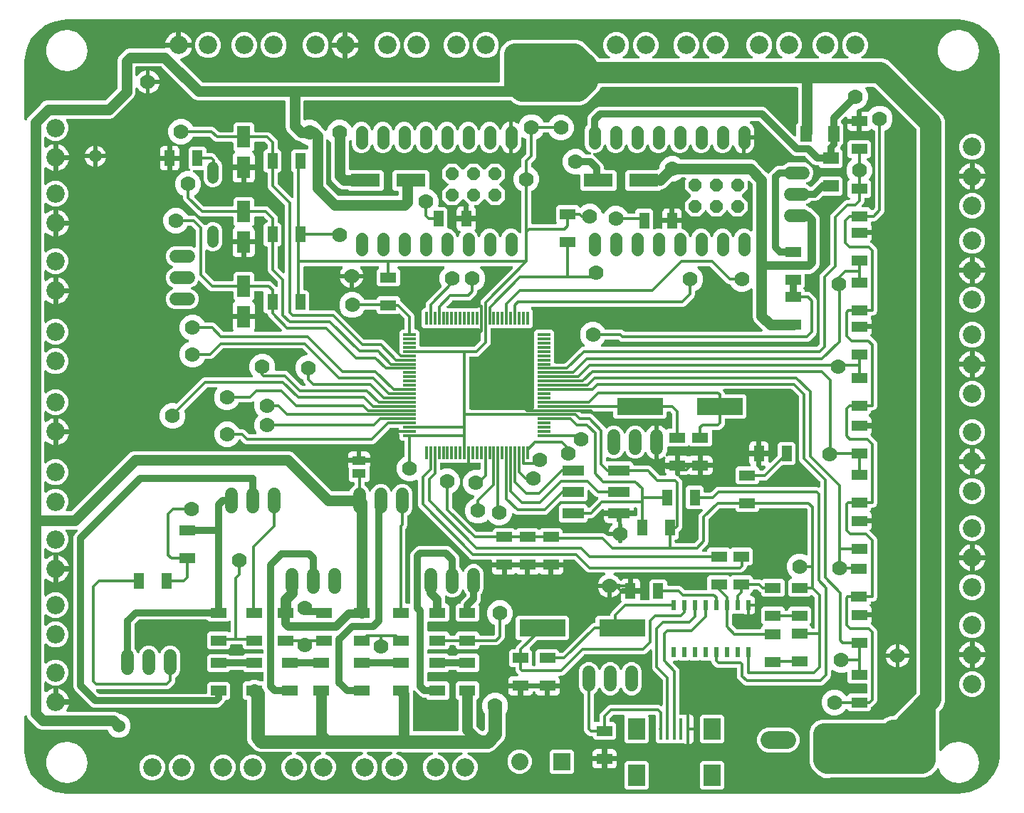
<source format=gbr>
G04 EAGLE Gerber RS-274X export*
G75*
%MOMM*%
%FSLAX34Y34*%
%LPD*%
%INTop Copper*%
%IPPOS*%
%AMOC8*
5,1,8,0,0,1.08239X$1,22.5*%
G01*
%ADD10R,1.905000X1.270000*%
%ADD11R,1.270000X1.905000*%
%ADD12R,5.500000X2.000000*%
%ADD13R,0.350000X1.500000*%
%ADD14R,1.500000X0.350000*%
%ADD15R,2.540000X1.270000*%
%ADD16C,1.524000*%
%ADD17R,0.350000X2.500000*%
%ADD18R,2.000000X2.500000*%
%ADD19R,0.600000X1.200000*%
%ADD20C,2.184400*%
%ADD21P,1.649562X8X22.500000*%
%ADD22C,1.408000*%
%ADD23R,3.500000X1.600000*%
%ADD24R,2.032000X2.032000*%
%ADD25C,2.032000*%
%ADD26R,1.600000X2.600000*%
%ADD27R,1.400000X1.900000*%
%ADD28R,1.900000X1.400000*%
%ADD29C,2.095500*%
%ADD30R,1.600200X1.117600*%
%ADD31C,1.320800*%
%ADD32C,0.304800*%
%ADD33C,1.778000*%
%ADD34C,1.524000*%
%ADD35C,0.812800*%
%ADD36C,1.625600*%
%ADD37C,1.270000*%
%ADD38C,1.016000*%
%ADD39C,2.540000*%

G36*
X1120032Y9657D02*
X1120032Y9657D01*
X1120085Y9655D01*
X1125552Y9962D01*
X1125558Y9963D01*
X1125563Y9963D01*
X1125805Y9998D01*
X1136464Y12431D01*
X1136510Y12447D01*
X1136558Y12455D01*
X1136786Y12544D01*
X1146637Y17287D01*
X1146678Y17313D01*
X1146723Y17332D01*
X1146926Y17469D01*
X1155473Y24285D01*
X1155508Y24320D01*
X1155547Y24348D01*
X1155715Y24527D01*
X1162531Y33074D01*
X1162540Y33088D01*
X1162550Y33099D01*
X1162567Y33127D01*
X1162589Y33152D01*
X1162713Y33363D01*
X1167456Y43214D01*
X1167463Y43231D01*
X1167472Y43247D01*
X1167481Y43276D01*
X1167496Y43302D01*
X1167569Y43536D01*
X1169566Y52283D01*
X1169571Y52332D01*
X1169584Y52378D01*
X1169604Y52622D01*
X1169604Y887378D01*
X1169598Y887426D01*
X1169601Y887475D01*
X1169566Y887717D01*
X1167569Y896464D01*
X1167553Y896510D01*
X1167545Y896558D01*
X1167456Y896786D01*
X1162713Y906637D01*
X1162687Y906678D01*
X1162668Y906723D01*
X1162531Y906926D01*
X1155715Y915473D01*
X1155680Y915508D01*
X1155652Y915547D01*
X1155473Y915715D01*
X1146926Y922531D01*
X1146884Y922557D01*
X1146848Y922589D01*
X1146637Y922713D01*
X1136786Y927456D01*
X1136740Y927472D01*
X1136698Y927496D01*
X1136464Y927569D01*
X1125806Y930002D01*
X1125800Y930003D01*
X1125794Y930004D01*
X1125552Y930038D01*
X1120085Y930345D01*
X1120053Y930343D01*
X1120000Y930347D01*
X60000Y930347D01*
X59968Y930343D01*
X59915Y930345D01*
X54448Y930038D01*
X54442Y930037D01*
X54437Y930037D01*
X54195Y930002D01*
X43536Y927569D01*
X43490Y927553D01*
X43442Y927545D01*
X43214Y927456D01*
X33363Y922713D01*
X33322Y922687D01*
X33277Y922668D01*
X33074Y922531D01*
X24527Y915715D01*
X24492Y915680D01*
X24453Y915652D01*
X24285Y915473D01*
X17469Y906926D01*
X17443Y906884D01*
X17411Y906848D01*
X17287Y906637D01*
X12544Y896786D01*
X12528Y896740D01*
X12504Y896698D01*
X12431Y896464D01*
X9998Y885806D01*
X9997Y885800D01*
X9996Y885794D01*
X9962Y885552D01*
X9655Y880085D01*
X9657Y880053D01*
X9653Y880000D01*
X9653Y811812D01*
X9659Y811762D01*
X9656Y811711D01*
X9679Y811589D01*
X9693Y811465D01*
X9710Y811418D01*
X9719Y811368D01*
X9768Y811254D01*
X9810Y811137D01*
X9838Y811095D01*
X9858Y811049D01*
X9932Y810949D01*
X9999Y810844D01*
X10035Y810809D01*
X10066Y810769D01*
X10160Y810689D01*
X10250Y810602D01*
X10293Y810576D01*
X10332Y810544D01*
X10442Y810487D01*
X10549Y810423D01*
X10597Y810408D01*
X10642Y810385D01*
X10762Y810355D01*
X10881Y810317D01*
X10931Y810313D01*
X10980Y810301D01*
X11104Y810299D01*
X11228Y810289D01*
X11278Y810297D01*
X11328Y810296D01*
X11450Y810322D01*
X11573Y810341D01*
X11620Y810360D01*
X11669Y810370D01*
X11781Y810424D01*
X11897Y810470D01*
X11938Y810498D01*
X11984Y810520D01*
X12081Y810598D01*
X12183Y810669D01*
X12217Y810706D01*
X12256Y810737D01*
X12333Y810835D01*
X12416Y810927D01*
X12441Y810971D01*
X12472Y811011D01*
X12583Y811229D01*
X13781Y814120D01*
X28585Y828924D01*
X31800Y832139D01*
X35722Y833764D01*
X104855Y833764D01*
X104981Y833778D01*
X105107Y833785D01*
X105154Y833798D01*
X105202Y833804D01*
X105321Y833846D01*
X105442Y833881D01*
X105484Y833905D01*
X105530Y833921D01*
X105636Y833990D01*
X105746Y834051D01*
X105793Y834091D01*
X105823Y834110D01*
X105856Y834145D01*
X105932Y834210D01*
X119988Y848265D01*
X120066Y848364D01*
X120151Y848458D01*
X120174Y848500D01*
X120204Y848538D01*
X120258Y848652D01*
X120319Y848763D01*
X120333Y848809D01*
X120353Y848853D01*
X120380Y848976D01*
X120414Y849098D01*
X120419Y849159D01*
X120427Y849194D01*
X120426Y849242D01*
X120434Y849342D01*
X120434Y882774D01*
X122058Y886695D01*
X125273Y889910D01*
X125273Y889911D01*
X129761Y894398D01*
X133682Y896022D01*
X175630Y896022D01*
X175755Y896037D01*
X175881Y896043D01*
X175928Y896057D01*
X175977Y896062D01*
X176095Y896105D01*
X176216Y896139D01*
X176259Y896163D01*
X176305Y896180D01*
X176411Y896248D01*
X176520Y896309D01*
X176556Y896342D01*
X176597Y896369D01*
X176685Y896459D01*
X176778Y896544D01*
X176806Y896584D01*
X176840Y896619D01*
X176904Y896727D01*
X176948Y896791D01*
X191536Y896791D01*
X191562Y896794D01*
X191588Y896792D01*
X191735Y896814D01*
X191882Y896831D01*
X191907Y896840D01*
X191933Y896844D01*
X192070Y896898D01*
X192210Y896948D01*
X192232Y896963D01*
X192257Y896972D01*
X192378Y897057D01*
X192503Y897137D01*
X192521Y897156D01*
X192543Y897171D01*
X192642Y897281D01*
X192745Y897388D01*
X192759Y897411D01*
X192776Y897430D01*
X192848Y897560D01*
X192924Y897687D01*
X192932Y897712D01*
X192945Y897735D01*
X192985Y897878D01*
X193010Y897955D01*
X193014Y897943D01*
X193018Y897917D01*
X193072Y897780D01*
X193122Y897640D01*
X193137Y897618D01*
X193146Y897594D01*
X193231Y897472D01*
X193311Y897347D01*
X193330Y897329D01*
X193345Y897307D01*
X193455Y897208D01*
X193562Y897105D01*
X193585Y897091D01*
X193604Y897074D01*
X193734Y897002D01*
X193861Y896926D01*
X193886Y896918D01*
X193909Y896905D01*
X194052Y896865D01*
X194193Y896820D01*
X194219Y896818D01*
X194244Y896811D01*
X194488Y896791D01*
X208758Y896791D01*
X208741Y896662D01*
X208198Y894636D01*
X207395Y892697D01*
X206346Y890880D01*
X205283Y889495D01*
X205283Y889494D01*
X205069Y889216D01*
X203586Y887733D01*
X201922Y886456D01*
X200105Y885407D01*
X198167Y884604D01*
X196223Y884083D01*
X196153Y884056D01*
X196079Y884037D01*
X195991Y883992D01*
X195899Y883955D01*
X195837Y883912D01*
X195769Y883878D01*
X195694Y883813D01*
X195612Y883757D01*
X195562Y883701D01*
X195504Y883652D01*
X195445Y883572D01*
X195378Y883499D01*
X195342Y883432D01*
X195297Y883371D01*
X195257Y883280D01*
X195209Y883194D01*
X195189Y883121D01*
X195159Y883051D01*
X195141Y882954D01*
X195114Y882859D01*
X195110Y882783D01*
X195097Y882708D01*
X195102Y882609D01*
X195097Y882510D01*
X195111Y882436D01*
X195115Y882360D01*
X195142Y882265D01*
X195160Y882168D01*
X195190Y882098D01*
X195211Y882025D01*
X195260Y881939D01*
X195299Y881848D01*
X195345Y881787D01*
X195382Y881721D01*
X195480Y881606D01*
X195508Y881569D01*
X195522Y881557D01*
X195540Y881535D01*
X221062Y856013D01*
X221161Y855935D01*
X221255Y855850D01*
X221297Y855826D01*
X221335Y855796D01*
X221449Y855743D01*
X221560Y855681D01*
X221606Y855668D01*
X221650Y855648D01*
X221774Y855621D01*
X221895Y855587D01*
X221956Y855582D01*
X221991Y855574D01*
X222039Y855575D01*
X222139Y855567D01*
X573836Y855567D01*
X573863Y855570D01*
X573889Y855568D01*
X574035Y855590D01*
X574183Y855607D01*
X574207Y855616D01*
X574233Y855620D01*
X574371Y855674D01*
X574511Y855724D01*
X574533Y855739D01*
X574557Y855748D01*
X574679Y855833D01*
X574804Y855913D01*
X574822Y855932D01*
X574843Y855947D01*
X574942Y856057D01*
X575046Y856164D01*
X575059Y856187D01*
X575077Y856206D01*
X575148Y856336D01*
X575225Y856463D01*
X575233Y856488D01*
X575245Y856511D01*
X575286Y856654D01*
X575331Y856795D01*
X575333Y856821D01*
X575340Y856846D01*
X575360Y857090D01*
X575360Y892458D01*
X577951Y898713D01*
X582738Y903500D01*
X588993Y906091D01*
X667646Y906091D01*
X673901Y903500D01*
X691856Y885545D01*
X693097Y884304D01*
X693196Y884225D01*
X693290Y884141D01*
X693332Y884118D01*
X693370Y884088D01*
X693484Y884034D01*
X693595Y883972D01*
X693641Y883959D01*
X693685Y883939D01*
X693809Y883912D01*
X693930Y883878D01*
X693991Y883873D01*
X694026Y883865D01*
X694074Y883866D01*
X694174Y883858D01*
X704353Y883858D01*
X704403Y883864D01*
X704453Y883861D01*
X704576Y883884D01*
X704699Y883898D01*
X704746Y883915D01*
X704796Y883924D01*
X704910Y883973D01*
X705027Y884015D01*
X705069Y884043D01*
X705116Y884063D01*
X705215Y884137D01*
X705320Y884204D01*
X705355Y884241D01*
X705395Y884271D01*
X705476Y884366D01*
X705562Y884455D01*
X705588Y884498D01*
X705620Y884537D01*
X705677Y884648D01*
X705741Y884754D01*
X705756Y884802D01*
X705779Y884847D01*
X705809Y884968D01*
X705847Y885086D01*
X705851Y885136D01*
X705863Y885185D01*
X705865Y885310D01*
X705875Y885433D01*
X705868Y885483D01*
X705868Y885534D01*
X705842Y885655D01*
X705823Y885778D01*
X705805Y885825D01*
X705794Y885874D01*
X705741Y885986D01*
X705695Y886102D01*
X705666Y886143D01*
X705644Y886189D01*
X705567Y886286D01*
X705496Y886388D01*
X705458Y886422D01*
X705427Y886461D01*
X705329Y886538D01*
X705237Y886622D01*
X705193Y886646D01*
X705153Y886677D01*
X704936Y886789D01*
X704739Y886870D01*
X700452Y891157D01*
X698132Y896759D01*
X698132Y902822D01*
X700452Y908424D01*
X704739Y912711D01*
X710341Y915031D01*
X716404Y915031D01*
X722006Y912711D01*
X726293Y908424D01*
X728613Y902822D01*
X728613Y896759D01*
X726293Y891157D01*
X722006Y886870D01*
X721810Y886789D01*
X721766Y886764D01*
X721718Y886747D01*
X721614Y886680D01*
X721505Y886619D01*
X721468Y886585D01*
X721425Y886558D01*
X721339Y886469D01*
X721247Y886385D01*
X721218Y886344D01*
X721183Y886307D01*
X721119Y886201D01*
X721049Y886099D01*
X721030Y886052D01*
X721004Y886008D01*
X720966Y885890D01*
X720921Y885774D01*
X720913Y885725D01*
X720898Y885676D01*
X720888Y885553D01*
X720870Y885430D01*
X720874Y885379D01*
X720870Y885329D01*
X720889Y885206D01*
X720899Y885082D01*
X720914Y885034D01*
X720922Y884984D01*
X720968Y884869D01*
X721006Y884751D01*
X721032Y884707D01*
X721050Y884661D01*
X721122Y884558D01*
X721186Y884452D01*
X721221Y884416D01*
X721249Y884374D01*
X721342Y884291D01*
X721428Y884202D01*
X721471Y884175D01*
X721508Y884141D01*
X721617Y884081D01*
X721722Y884014D01*
X721769Y883997D01*
X721813Y883972D01*
X721933Y883939D01*
X722050Y883897D01*
X722100Y883891D01*
X722149Y883878D01*
X722392Y883858D01*
X739353Y883858D01*
X739403Y883864D01*
X739453Y883861D01*
X739576Y883884D01*
X739699Y883898D01*
X739746Y883915D01*
X739796Y883924D01*
X739910Y883973D01*
X740027Y884015D01*
X740069Y884043D01*
X740116Y884063D01*
X740215Y884137D01*
X740320Y884204D01*
X740355Y884241D01*
X740395Y884271D01*
X740476Y884366D01*
X740562Y884455D01*
X740588Y884498D01*
X740620Y884537D01*
X740677Y884648D01*
X740741Y884754D01*
X740756Y884802D01*
X740779Y884847D01*
X740809Y884968D01*
X740847Y885086D01*
X740851Y885136D01*
X740863Y885185D01*
X740865Y885310D01*
X740875Y885433D01*
X740868Y885483D01*
X740868Y885534D01*
X740842Y885655D01*
X740823Y885778D01*
X740805Y885825D01*
X740794Y885874D01*
X740741Y885986D01*
X740695Y886102D01*
X740666Y886143D01*
X740644Y886189D01*
X740567Y886286D01*
X740496Y886388D01*
X740458Y886422D01*
X740427Y886461D01*
X740329Y886538D01*
X740237Y886622D01*
X740193Y886646D01*
X740153Y886677D01*
X739936Y886789D01*
X739739Y886870D01*
X735452Y891157D01*
X733132Y896759D01*
X733132Y902822D01*
X735452Y908424D01*
X739739Y912711D01*
X745341Y915031D01*
X751404Y915031D01*
X757006Y912711D01*
X761293Y908424D01*
X763613Y902822D01*
X763613Y896759D01*
X761293Y891157D01*
X757006Y886870D01*
X756810Y886789D01*
X756766Y886764D01*
X756718Y886747D01*
X756614Y886680D01*
X756505Y886619D01*
X756468Y886585D01*
X756425Y886558D01*
X756339Y886469D01*
X756247Y886385D01*
X756218Y886344D01*
X756183Y886307D01*
X756119Y886201D01*
X756049Y886099D01*
X756030Y886052D01*
X756004Y886008D01*
X755966Y885890D01*
X755921Y885774D01*
X755913Y885725D01*
X755898Y885676D01*
X755888Y885553D01*
X755870Y885430D01*
X755874Y885379D01*
X755870Y885329D01*
X755889Y885206D01*
X755899Y885082D01*
X755914Y885034D01*
X755922Y884984D01*
X755968Y884869D01*
X756006Y884751D01*
X756032Y884707D01*
X756050Y884661D01*
X756122Y884558D01*
X756186Y884452D01*
X756221Y884416D01*
X756249Y884374D01*
X756342Y884291D01*
X756428Y884202D01*
X756471Y884175D01*
X756508Y884141D01*
X756617Y884081D01*
X756722Y884014D01*
X756769Y883997D01*
X756813Y883972D01*
X756933Y883939D01*
X757050Y883897D01*
X757100Y883891D01*
X757149Y883878D01*
X757392Y883858D01*
X787433Y883858D01*
X787483Y883864D01*
X787533Y883861D01*
X787655Y883884D01*
X787779Y883898D01*
X787826Y883915D01*
X787876Y883924D01*
X787990Y883973D01*
X788107Y884015D01*
X788149Y884043D01*
X788195Y884063D01*
X788295Y884137D01*
X788400Y884204D01*
X788435Y884241D01*
X788475Y884271D01*
X788555Y884366D01*
X788642Y884455D01*
X788668Y884498D01*
X788700Y884537D01*
X788757Y884648D01*
X788821Y884754D01*
X788836Y884802D01*
X788859Y884847D01*
X788889Y884968D01*
X788927Y885086D01*
X788931Y885136D01*
X788943Y885185D01*
X788945Y885310D01*
X788955Y885433D01*
X788947Y885483D01*
X788948Y885534D01*
X788922Y885655D01*
X788903Y885778D01*
X788885Y885825D01*
X788874Y885874D01*
X788820Y885986D01*
X788774Y886102D01*
X788746Y886143D01*
X788724Y886189D01*
X788646Y886286D01*
X788576Y886388D01*
X788538Y886422D01*
X788507Y886461D01*
X788409Y886538D01*
X788317Y886622D01*
X788273Y886646D01*
X788233Y886677D01*
X788015Y886789D01*
X787819Y886870D01*
X783532Y891157D01*
X781212Y896759D01*
X781212Y902822D01*
X783532Y908424D01*
X787819Y912711D01*
X793421Y915031D01*
X799484Y915031D01*
X805086Y912711D01*
X809373Y908424D01*
X811693Y902822D01*
X811693Y896759D01*
X809373Y891157D01*
X805086Y886870D01*
X804889Y886789D01*
X804845Y886764D01*
X804798Y886747D01*
X804693Y886680D01*
X804585Y886619D01*
X804547Y886585D01*
X804505Y886558D01*
X804419Y886469D01*
X804327Y886385D01*
X804298Y886344D01*
X804263Y886307D01*
X804199Y886201D01*
X804128Y886099D01*
X804110Y886052D01*
X804084Y886008D01*
X804046Y885890D01*
X804001Y885774D01*
X803993Y885725D01*
X803978Y885676D01*
X803968Y885553D01*
X803950Y885430D01*
X803954Y885379D01*
X803950Y885329D01*
X803968Y885206D01*
X803979Y885082D01*
X803994Y885034D01*
X804002Y884984D01*
X804048Y884869D01*
X804086Y884751D01*
X804112Y884707D01*
X804130Y884661D01*
X804201Y884558D01*
X804265Y884452D01*
X804300Y884416D01*
X804329Y884374D01*
X804422Y884291D01*
X804508Y884202D01*
X804551Y884175D01*
X804588Y884141D01*
X804697Y884081D01*
X804801Y884014D01*
X804849Y883997D01*
X804893Y883972D01*
X805013Y883939D01*
X805130Y883897D01*
X805180Y883891D01*
X805228Y883878D01*
X805472Y883858D01*
X822433Y883858D01*
X822483Y883864D01*
X822533Y883861D01*
X822655Y883884D01*
X822779Y883898D01*
X822826Y883915D01*
X822876Y883924D01*
X822990Y883973D01*
X823107Y884015D01*
X823149Y884043D01*
X823195Y884063D01*
X823295Y884137D01*
X823400Y884204D01*
X823435Y884241D01*
X823475Y884271D01*
X823555Y884366D01*
X823642Y884455D01*
X823668Y884498D01*
X823700Y884537D01*
X823757Y884648D01*
X823821Y884754D01*
X823836Y884802D01*
X823859Y884847D01*
X823889Y884968D01*
X823927Y885086D01*
X823931Y885136D01*
X823943Y885185D01*
X823945Y885310D01*
X823955Y885433D01*
X823947Y885483D01*
X823948Y885534D01*
X823922Y885655D01*
X823903Y885778D01*
X823885Y885825D01*
X823874Y885874D01*
X823820Y885986D01*
X823774Y886102D01*
X823746Y886143D01*
X823724Y886189D01*
X823646Y886286D01*
X823576Y886388D01*
X823538Y886422D01*
X823507Y886461D01*
X823409Y886538D01*
X823317Y886622D01*
X823273Y886646D01*
X823233Y886677D01*
X823015Y886789D01*
X822819Y886870D01*
X818532Y891157D01*
X816212Y896759D01*
X816212Y902822D01*
X818532Y908424D01*
X822819Y912711D01*
X828421Y915031D01*
X834484Y915031D01*
X840086Y912711D01*
X844373Y908424D01*
X846693Y902822D01*
X846693Y896759D01*
X844373Y891157D01*
X840086Y886870D01*
X839889Y886789D01*
X839845Y886764D01*
X839798Y886747D01*
X839693Y886680D01*
X839585Y886619D01*
X839547Y886585D01*
X839505Y886558D01*
X839419Y886469D01*
X839327Y886385D01*
X839298Y886344D01*
X839263Y886307D01*
X839199Y886201D01*
X839128Y886099D01*
X839110Y886052D01*
X839084Y886008D01*
X839046Y885890D01*
X839001Y885774D01*
X838993Y885725D01*
X838978Y885676D01*
X838968Y885553D01*
X838950Y885430D01*
X838954Y885379D01*
X838950Y885329D01*
X838968Y885206D01*
X838979Y885082D01*
X838994Y885034D01*
X839002Y884984D01*
X839048Y884869D01*
X839086Y884751D01*
X839112Y884707D01*
X839130Y884661D01*
X839201Y884558D01*
X839265Y884452D01*
X839300Y884416D01*
X839329Y884374D01*
X839422Y884291D01*
X839508Y884202D01*
X839551Y884175D01*
X839588Y884141D01*
X839697Y884081D01*
X839801Y884014D01*
X839849Y883997D01*
X839893Y883972D01*
X840013Y883939D01*
X840130Y883897D01*
X840180Y883891D01*
X840228Y883878D01*
X840472Y883858D01*
X874428Y883858D01*
X874478Y883864D01*
X874528Y883861D01*
X874650Y883884D01*
X874774Y883898D01*
X874821Y883915D01*
X874871Y883924D01*
X874985Y883973D01*
X875102Y884015D01*
X875144Y884043D01*
X875190Y884063D01*
X875290Y884137D01*
X875395Y884204D01*
X875430Y884241D01*
X875470Y884271D01*
X875550Y884366D01*
X875637Y884455D01*
X875663Y884498D01*
X875695Y884537D01*
X875752Y884647D01*
X875816Y884754D01*
X875831Y884802D01*
X875854Y884847D01*
X875884Y884967D01*
X875922Y885086D01*
X875926Y885136D01*
X875938Y885185D01*
X875940Y885309D01*
X875950Y885433D01*
X875942Y885483D01*
X875943Y885534D01*
X875917Y885655D01*
X875898Y885778D01*
X875880Y885825D01*
X875869Y885874D01*
X875815Y885987D01*
X875769Y886102D01*
X875741Y886143D01*
X875719Y886189D01*
X875641Y886286D01*
X875571Y886388D01*
X875533Y886422D01*
X875502Y886461D01*
X875404Y886538D01*
X875312Y886622D01*
X875268Y886646D01*
X875228Y886677D01*
X875010Y886789D01*
X874814Y886870D01*
X870527Y891157D01*
X868207Y896759D01*
X868207Y902822D01*
X870527Y908424D01*
X874814Y912711D01*
X880416Y915031D01*
X886479Y915031D01*
X892081Y912711D01*
X896368Y908424D01*
X898688Y902822D01*
X898688Y896759D01*
X896368Y891157D01*
X892081Y886870D01*
X891884Y886789D01*
X891840Y886764D01*
X891793Y886747D01*
X891688Y886680D01*
X891580Y886619D01*
X891543Y886585D01*
X891500Y886558D01*
X891414Y886469D01*
X891322Y886385D01*
X891293Y886344D01*
X891258Y886307D01*
X891194Y886201D01*
X891123Y886098D01*
X891105Y886052D01*
X891079Y886008D01*
X891041Y885890D01*
X890996Y885774D01*
X890988Y885724D01*
X890973Y885676D01*
X890963Y885553D01*
X890945Y885429D01*
X890949Y885379D01*
X890945Y885329D01*
X890963Y885206D01*
X890974Y885082D01*
X890989Y885034D01*
X890997Y884984D01*
X891042Y884869D01*
X891081Y884751D01*
X891107Y884707D01*
X891125Y884661D01*
X891196Y884559D01*
X891260Y884452D01*
X891296Y884416D01*
X891324Y884374D01*
X891416Y884291D01*
X891503Y884202D01*
X891546Y884175D01*
X891583Y884141D01*
X891692Y884081D01*
X891796Y884014D01*
X891844Y883997D01*
X891888Y883972D01*
X892008Y883939D01*
X892125Y883897D01*
X892175Y883891D01*
X892223Y883878D01*
X892467Y883858D01*
X909428Y883858D01*
X909478Y883864D01*
X909528Y883861D01*
X909650Y883884D01*
X909774Y883898D01*
X909821Y883915D01*
X909871Y883924D01*
X909985Y883973D01*
X910102Y884015D01*
X910144Y884043D01*
X910190Y884063D01*
X910290Y884137D01*
X910395Y884204D01*
X910430Y884241D01*
X910470Y884271D01*
X910550Y884366D01*
X910637Y884455D01*
X910663Y884498D01*
X910695Y884537D01*
X910752Y884647D01*
X910816Y884754D01*
X910831Y884802D01*
X910854Y884847D01*
X910884Y884967D01*
X910922Y885086D01*
X910926Y885136D01*
X910938Y885185D01*
X910940Y885309D01*
X910950Y885433D01*
X910942Y885483D01*
X910943Y885534D01*
X910917Y885655D01*
X910898Y885778D01*
X910880Y885825D01*
X910869Y885874D01*
X910815Y885987D01*
X910769Y886102D01*
X910741Y886143D01*
X910719Y886189D01*
X910641Y886286D01*
X910571Y886388D01*
X910533Y886422D01*
X910502Y886461D01*
X910404Y886538D01*
X910312Y886622D01*
X910268Y886646D01*
X910228Y886677D01*
X910010Y886789D01*
X909814Y886870D01*
X905527Y891157D01*
X903207Y896759D01*
X903207Y902822D01*
X905527Y908424D01*
X909814Y912711D01*
X915416Y915031D01*
X921479Y915031D01*
X927081Y912711D01*
X931368Y908424D01*
X933688Y902822D01*
X933688Y896759D01*
X931368Y891157D01*
X927081Y886870D01*
X926884Y886789D01*
X926840Y886764D01*
X926793Y886747D01*
X926688Y886680D01*
X926580Y886619D01*
X926543Y886585D01*
X926500Y886558D01*
X926414Y886469D01*
X926322Y886385D01*
X926293Y886344D01*
X926258Y886307D01*
X926194Y886201D01*
X926123Y886098D01*
X926105Y886052D01*
X926079Y886008D01*
X926041Y885890D01*
X925996Y885774D01*
X925988Y885724D01*
X925973Y885676D01*
X925963Y885553D01*
X925945Y885429D01*
X925949Y885379D01*
X925945Y885329D01*
X925963Y885206D01*
X925974Y885082D01*
X925989Y885034D01*
X925997Y884984D01*
X926042Y884869D01*
X926081Y884751D01*
X926107Y884707D01*
X926125Y884661D01*
X926196Y884559D01*
X926260Y884452D01*
X926296Y884416D01*
X926324Y884374D01*
X926416Y884291D01*
X926503Y884202D01*
X926546Y884175D01*
X926583Y884141D01*
X926692Y884081D01*
X926796Y884014D01*
X926844Y883997D01*
X926888Y883972D01*
X927008Y883939D01*
X927125Y883897D01*
X927175Y883891D01*
X927223Y883878D01*
X927467Y883858D01*
X953168Y883858D01*
X953218Y883864D01*
X953268Y883861D01*
X953390Y883884D01*
X953514Y883898D01*
X953561Y883915D01*
X953611Y883924D01*
X953725Y883973D01*
X953842Y884015D01*
X953884Y884043D01*
X953930Y884063D01*
X954030Y884137D01*
X954135Y884204D01*
X954170Y884241D01*
X954210Y884271D01*
X954290Y884366D01*
X954377Y884455D01*
X954403Y884498D01*
X954435Y884537D01*
X954492Y884647D01*
X954556Y884754D01*
X954571Y884802D01*
X954594Y884847D01*
X954624Y884967D01*
X954662Y885086D01*
X954666Y885136D01*
X954678Y885185D01*
X954680Y885309D01*
X954690Y885433D01*
X954682Y885483D01*
X954683Y885534D01*
X954657Y885655D01*
X954638Y885778D01*
X954620Y885825D01*
X954609Y885874D01*
X954555Y885987D01*
X954509Y886102D01*
X954481Y886143D01*
X954459Y886189D01*
X954381Y886286D01*
X954311Y886388D01*
X954273Y886422D01*
X954242Y886461D01*
X954144Y886538D01*
X954052Y886622D01*
X954008Y886646D01*
X953968Y886677D01*
X953750Y886789D01*
X953554Y886870D01*
X949267Y891157D01*
X946947Y896759D01*
X946947Y902822D01*
X949267Y908424D01*
X953554Y912711D01*
X959156Y915031D01*
X965219Y915031D01*
X970821Y912711D01*
X975108Y908424D01*
X977428Y902822D01*
X977428Y896759D01*
X975108Y891157D01*
X970821Y886870D01*
X970624Y886789D01*
X970580Y886764D01*
X970533Y886747D01*
X970428Y886680D01*
X970320Y886619D01*
X970283Y886585D01*
X970240Y886558D01*
X970154Y886469D01*
X970062Y886385D01*
X970033Y886344D01*
X969998Y886307D01*
X969934Y886201D01*
X969863Y886098D01*
X969845Y886052D01*
X969819Y886008D01*
X969781Y885890D01*
X969736Y885774D01*
X969728Y885724D01*
X969713Y885676D01*
X969703Y885553D01*
X969685Y885429D01*
X969689Y885379D01*
X969685Y885329D01*
X969703Y885206D01*
X969714Y885082D01*
X969729Y885034D01*
X969737Y884984D01*
X969782Y884869D01*
X969821Y884751D01*
X969847Y884707D01*
X969865Y884661D01*
X969936Y884559D01*
X970000Y884452D01*
X970036Y884416D01*
X970064Y884374D01*
X970156Y884291D01*
X970243Y884202D01*
X970286Y884175D01*
X970323Y884141D01*
X970432Y884081D01*
X970536Y884014D01*
X970584Y883997D01*
X970628Y883972D01*
X970748Y883939D01*
X970865Y883897D01*
X970915Y883891D01*
X970963Y883878D01*
X971207Y883858D01*
X988168Y883858D01*
X988218Y883864D01*
X988268Y883861D01*
X988390Y883884D01*
X988514Y883898D01*
X988561Y883915D01*
X988611Y883924D01*
X988725Y883973D01*
X988842Y884015D01*
X988884Y884043D01*
X988930Y884063D01*
X989030Y884137D01*
X989135Y884204D01*
X989170Y884241D01*
X989210Y884271D01*
X989290Y884366D01*
X989377Y884455D01*
X989403Y884498D01*
X989435Y884537D01*
X989492Y884647D01*
X989556Y884754D01*
X989571Y884802D01*
X989594Y884847D01*
X989624Y884967D01*
X989662Y885086D01*
X989666Y885136D01*
X989678Y885185D01*
X989680Y885309D01*
X989690Y885433D01*
X989682Y885483D01*
X989683Y885534D01*
X989657Y885655D01*
X989638Y885778D01*
X989620Y885825D01*
X989609Y885874D01*
X989555Y885987D01*
X989509Y886102D01*
X989481Y886143D01*
X989459Y886189D01*
X989381Y886286D01*
X989311Y886388D01*
X989273Y886422D01*
X989242Y886461D01*
X989144Y886538D01*
X989052Y886622D01*
X989008Y886646D01*
X988968Y886677D01*
X988750Y886789D01*
X988554Y886870D01*
X984267Y891157D01*
X981947Y896759D01*
X981947Y902822D01*
X984267Y908424D01*
X988554Y912711D01*
X994156Y915031D01*
X1000219Y915031D01*
X1005821Y912711D01*
X1010108Y908424D01*
X1012428Y902822D01*
X1012428Y896759D01*
X1010108Y891157D01*
X1005821Y886870D01*
X1005624Y886789D01*
X1005580Y886764D01*
X1005533Y886747D01*
X1005428Y886680D01*
X1005320Y886619D01*
X1005283Y886585D01*
X1005240Y886558D01*
X1005154Y886469D01*
X1005062Y886385D01*
X1005033Y886344D01*
X1004998Y886307D01*
X1004934Y886201D01*
X1004863Y886098D01*
X1004845Y886052D01*
X1004819Y886008D01*
X1004781Y885890D01*
X1004736Y885774D01*
X1004728Y885724D01*
X1004713Y885676D01*
X1004703Y885553D01*
X1004685Y885429D01*
X1004689Y885379D01*
X1004685Y885329D01*
X1004703Y885206D01*
X1004714Y885082D01*
X1004729Y885034D01*
X1004737Y884984D01*
X1004782Y884869D01*
X1004821Y884751D01*
X1004847Y884707D01*
X1004865Y884661D01*
X1004936Y884559D01*
X1005000Y884452D01*
X1005036Y884416D01*
X1005064Y884374D01*
X1005156Y884291D01*
X1005243Y884202D01*
X1005286Y884175D01*
X1005323Y884141D01*
X1005432Y884081D01*
X1005536Y884014D01*
X1005584Y883997D01*
X1005628Y883972D01*
X1005748Y883939D01*
X1005865Y883897D01*
X1005915Y883891D01*
X1005963Y883878D01*
X1006207Y883858D01*
X1023604Y883858D01*
X1023606Y883858D01*
X1023608Y883858D01*
X1023779Y883878D01*
X1023780Y883878D01*
X1030727Y883878D01*
X1036982Y881287D01*
X1041983Y876286D01*
X1059394Y858875D01*
X1096928Y821341D01*
X1096929Y821340D01*
X1101930Y816339D01*
X1104521Y810084D01*
X1104521Y118552D01*
X1101930Y112297D01*
X1098081Y108448D01*
X1098002Y108349D01*
X1097918Y108255D01*
X1097894Y108213D01*
X1097864Y108175D01*
X1097810Y108061D01*
X1097749Y107950D01*
X1097736Y107903D01*
X1097715Y107860D01*
X1097689Y107736D01*
X1097654Y107615D01*
X1097650Y107554D01*
X1097642Y107519D01*
X1097643Y107471D01*
X1097635Y107371D01*
X1097635Y62030D01*
X1097650Y61896D01*
X1097659Y61761D01*
X1097670Y61723D01*
X1097675Y61684D01*
X1097720Y61557D01*
X1097759Y61427D01*
X1097779Y61393D01*
X1097792Y61356D01*
X1097866Y61242D01*
X1097933Y61125D01*
X1097960Y61096D01*
X1097981Y61063D01*
X1098079Y60969D01*
X1098171Y60870D01*
X1098204Y60848D01*
X1098232Y60821D01*
X1098348Y60752D01*
X1098461Y60676D01*
X1098497Y60662D01*
X1098531Y60642D01*
X1098660Y60601D01*
X1098787Y60553D01*
X1098826Y60548D01*
X1098863Y60536D01*
X1098998Y60525D01*
X1099132Y60507D01*
X1099171Y60511D01*
X1099210Y60508D01*
X1099344Y60528D01*
X1099479Y60541D01*
X1099516Y60554D01*
X1099555Y60560D01*
X1099681Y60610D01*
X1099809Y60653D01*
X1099842Y60674D01*
X1099879Y60688D01*
X1099990Y60766D01*
X1100105Y60837D01*
X1100141Y60870D01*
X1100165Y60887D01*
X1100198Y60924D01*
X1100284Y61004D01*
X1105159Y66352D01*
X1110912Y69217D01*
X1113261Y70386D01*
X1122272Y71221D01*
X1130977Y68745D01*
X1138199Y63291D01*
X1142963Y55596D01*
X1144626Y46700D01*
X1142963Y37804D01*
X1138199Y30109D01*
X1130977Y24655D01*
X1122272Y22179D01*
X1113261Y23014D01*
X1105159Y27048D01*
X1099062Y33736D01*
X1097103Y38793D01*
X1097026Y38940D01*
X1096948Y39091D01*
X1096944Y39095D01*
X1096941Y39101D01*
X1096832Y39227D01*
X1096722Y39356D01*
X1096717Y39360D01*
X1096713Y39365D01*
X1096578Y39463D01*
X1096442Y39563D01*
X1096436Y39566D01*
X1096431Y39569D01*
X1096277Y39634D01*
X1096122Y39701D01*
X1096115Y39702D01*
X1096109Y39705D01*
X1095945Y39733D01*
X1095779Y39763D01*
X1095772Y39762D01*
X1095766Y39764D01*
X1095599Y39753D01*
X1095431Y39745D01*
X1095425Y39743D01*
X1095418Y39743D01*
X1095257Y39695D01*
X1095096Y39648D01*
X1095090Y39645D01*
X1095084Y39643D01*
X1094939Y39560D01*
X1094792Y39478D01*
X1094786Y39473D01*
X1094781Y39471D01*
X1094765Y39455D01*
X1094606Y39320D01*
X1087199Y31913D01*
X1087198Y31913D01*
X1086651Y31365D01*
X1080396Y28774D01*
X968028Y28774D01*
X968026Y28774D01*
X968024Y28774D01*
X967853Y28754D01*
X967682Y28734D01*
X967680Y28733D01*
X967678Y28733D01*
X967445Y28658D01*
X967112Y28520D01*
X960341Y28520D01*
X954086Y31111D01*
X945489Y39708D01*
X942898Y45963D01*
X942898Y84230D01*
X945489Y90485D01*
X950276Y95272D01*
X956531Y97863D01*
X1030468Y97863D01*
X1030594Y97878D01*
X1030720Y97884D01*
X1030766Y97898D01*
X1030814Y97903D01*
X1030933Y97946D01*
X1031055Y97981D01*
X1031097Y98004D01*
X1031142Y98021D01*
X1031249Y98089D01*
X1031359Y98151D01*
X1031405Y98190D01*
X1031435Y98210D01*
X1031469Y98244D01*
X1031545Y98309D01*
X1032532Y99296D01*
X1032532Y99297D01*
X1032826Y99590D01*
X1039081Y102181D01*
X1042914Y102181D01*
X1043040Y102196D01*
X1043166Y102202D01*
X1043212Y102216D01*
X1043260Y102221D01*
X1043379Y102264D01*
X1043501Y102299D01*
X1043543Y102322D01*
X1043588Y102339D01*
X1043695Y102407D01*
X1043805Y102469D01*
X1043851Y102508D01*
X1043881Y102528D01*
X1043915Y102562D01*
X1043991Y102627D01*
X1045034Y103670D01*
X1045121Y103719D01*
X1045270Y103802D01*
X1045272Y103803D01*
X1045273Y103804D01*
X1045460Y103963D01*
X1065974Y124477D01*
X1070037Y128541D01*
X1070116Y128640D01*
X1070201Y128734D01*
X1070224Y128776D01*
X1070254Y128814D01*
X1070308Y128928D01*
X1070369Y129039D01*
X1070382Y129085D01*
X1070403Y129129D01*
X1070430Y129252D01*
X1070464Y129374D01*
X1070469Y129435D01*
X1070476Y129469D01*
X1070476Y129517D01*
X1070484Y129618D01*
X1070484Y799018D01*
X1070469Y799144D01*
X1070463Y799270D01*
X1070449Y799316D01*
X1070444Y799364D01*
X1070401Y799483D01*
X1070366Y799605D01*
X1070343Y799647D01*
X1070326Y799693D01*
X1070258Y799799D01*
X1070196Y799909D01*
X1070157Y799955D01*
X1070137Y799985D01*
X1070103Y800019D01*
X1070037Y800095D01*
X1035326Y834807D01*
X1020758Y849374D01*
X1020659Y849453D01*
X1020566Y849538D01*
X1020523Y849561D01*
X1020485Y849591D01*
X1020371Y849645D01*
X1020261Y849706D01*
X1020214Y849719D01*
X1020170Y849740D01*
X1020047Y849766D01*
X1019925Y849801D01*
X1019864Y849806D01*
X1019830Y849813D01*
X1019782Y849812D01*
X1019681Y849821D01*
X1011093Y849821D01*
X1010993Y849809D01*
X1010893Y849807D01*
X1010820Y849789D01*
X1010747Y849781D01*
X1010652Y849747D01*
X1010555Y849722D01*
X1010489Y849688D01*
X1010419Y849663D01*
X1010334Y849609D01*
X1010245Y849563D01*
X1010188Y849514D01*
X1010126Y849474D01*
X1010056Y849402D01*
X1009979Y849337D01*
X1009935Y849277D01*
X1009884Y849224D01*
X1009832Y849137D01*
X1009772Y849057D01*
X1009743Y848988D01*
X1009705Y848924D01*
X1009674Y848829D01*
X1009634Y848736D01*
X1009621Y848663D01*
X1009598Y848592D01*
X1009590Y848492D01*
X1009573Y848393D01*
X1009576Y848319D01*
X1009571Y848245D01*
X1009585Y848146D01*
X1009591Y848045D01*
X1009611Y847974D01*
X1009622Y847900D01*
X1009659Y847807D01*
X1009687Y847711D01*
X1009723Y847646D01*
X1009751Y847577D01*
X1009808Y847494D01*
X1009857Y847406D01*
X1009922Y847330D01*
X1009950Y847290D01*
X1009976Y847267D01*
X1010016Y847220D01*
X1010108Y847128D01*
X1012428Y841527D01*
X1012428Y835463D01*
X1010108Y829862D01*
X1005821Y825574D01*
X1000306Y823290D01*
X1000239Y823253D01*
X1000168Y823225D01*
X1000087Y823169D01*
X1000001Y823121D01*
X999944Y823069D01*
X999882Y823026D01*
X999816Y822953D01*
X999743Y822887D01*
X999699Y822824D01*
X999648Y822767D01*
X999601Y822681D01*
X999545Y822600D01*
X999517Y822529D01*
X999480Y822462D01*
X999453Y822367D01*
X999417Y822276D01*
X999406Y822200D01*
X999385Y822127D01*
X999373Y821978D01*
X999366Y821931D01*
X999368Y821912D01*
X999365Y821883D01*
X999365Y812539D01*
X987807Y812539D01*
X987807Y813582D01*
X987795Y813682D01*
X987793Y813782D01*
X987775Y813854D01*
X987767Y813928D01*
X987733Y814022D01*
X987708Y814120D01*
X987674Y814186D01*
X987649Y814256D01*
X987595Y814340D01*
X987549Y814430D01*
X987501Y814486D01*
X987460Y814549D01*
X987388Y814619D01*
X987323Y814695D01*
X987263Y814739D01*
X987210Y814791D01*
X987123Y814843D01*
X987043Y814902D01*
X986974Y814932D01*
X986911Y814970D01*
X986815Y815001D01*
X986723Y815040D01*
X986649Y815053D01*
X986579Y815076D01*
X986479Y815084D01*
X986380Y815102D01*
X986305Y815098D01*
X986231Y815104D01*
X986132Y815089D01*
X986032Y815084D01*
X985960Y815063D01*
X985887Y815052D01*
X985793Y815015D01*
X985697Y814988D01*
X985632Y814951D01*
X985563Y814924D01*
X985480Y814866D01*
X985393Y814817D01*
X985316Y814752D01*
X985277Y814725D01*
X985253Y814698D01*
X985206Y814659D01*
X980662Y810114D01*
X980645Y810094D01*
X980625Y810077D01*
X980537Y809957D01*
X980445Y809841D01*
X980434Y809817D01*
X980418Y809796D01*
X980359Y809660D01*
X980296Y809526D01*
X980290Y809500D01*
X980280Y809476D01*
X980254Y809330D01*
X980223Y809185D01*
X980223Y809159D01*
X980218Y809133D01*
X980226Y808985D01*
X980229Y808837D01*
X980235Y808811D01*
X980236Y808785D01*
X980277Y808643D01*
X980314Y808499D01*
X980326Y808476D01*
X980333Y808450D01*
X980405Y808321D01*
X980473Y808189D01*
X980490Y808169D01*
X980503Y808146D01*
X980662Y807960D01*
X983121Y805500D01*
X983121Y782922D01*
X980570Y780371D01*
X980569Y780370D01*
X980568Y780368D01*
X980458Y780230D01*
X980354Y780098D01*
X980353Y780096D01*
X980352Y780095D01*
X980240Y779877D01*
X979538Y778181D01*
X979517Y778108D01*
X979487Y778038D01*
X979469Y777941D01*
X979442Y777846D01*
X979439Y777770D01*
X979425Y777695D01*
X979430Y777596D01*
X979425Y777498D01*
X979439Y777423D01*
X979443Y777347D01*
X979470Y777252D01*
X979488Y777155D01*
X979518Y777085D01*
X979539Y777012D01*
X979587Y776926D01*
X979627Y776836D01*
X979672Y776774D01*
X979710Y776708D01*
X979806Y776594D01*
X979835Y776556D01*
X979849Y776544D01*
X979868Y776521D01*
X982290Y774099D01*
X982290Y756522D01*
X979760Y753992D01*
X957183Y753992D01*
X954693Y756482D01*
X954594Y756560D01*
X954500Y756645D01*
X954457Y756668D01*
X954420Y756698D01*
X954305Y756752D01*
X954195Y756813D01*
X954148Y756827D01*
X954105Y756847D01*
X953981Y756874D01*
X953859Y756908D01*
X953799Y756913D01*
X953764Y756921D01*
X953716Y756920D01*
X953616Y756928D01*
X950693Y756928D01*
X947612Y758204D01*
X938316Y767500D01*
X938217Y767579D01*
X938123Y767663D01*
X938081Y767687D01*
X938043Y767717D01*
X937929Y767771D01*
X937818Y767832D01*
X937771Y767845D01*
X937728Y767866D01*
X937604Y767892D01*
X937482Y767927D01*
X937422Y767932D01*
X937387Y767939D01*
X937339Y767938D01*
X937239Y767946D01*
X926663Y767946D01*
X923582Y769223D01*
X883893Y808912D01*
X883794Y808991D01*
X883700Y809076D01*
X883657Y809099D01*
X883620Y809129D01*
X883505Y809183D01*
X883395Y809244D01*
X883348Y809257D01*
X883305Y809278D01*
X883181Y809304D01*
X883059Y809339D01*
X882999Y809344D01*
X882964Y809351D01*
X882916Y809350D01*
X882816Y809358D01*
X873673Y809358D01*
X873628Y809353D01*
X873583Y809356D01*
X873456Y809333D01*
X873327Y809319D01*
X873284Y809303D01*
X873239Y809295D01*
X873121Y809245D01*
X872999Y809201D01*
X872961Y809176D01*
X872919Y809158D01*
X872815Y809082D01*
X872706Y809012D01*
X872675Y808979D01*
X872638Y808952D01*
X872554Y808854D01*
X872464Y808761D01*
X872441Y808722D01*
X872411Y808688D01*
X872351Y808573D01*
X872285Y808462D01*
X872271Y808419D01*
X872250Y808379D01*
X872218Y808253D01*
X872179Y808130D01*
X872175Y808085D01*
X872164Y808041D01*
X872161Y807912D01*
X872151Y807783D01*
X872158Y807738D01*
X872157Y807692D01*
X872184Y807566D01*
X872203Y807438D01*
X872220Y807396D01*
X872229Y807351D01*
X872284Y807234D01*
X872331Y807114D01*
X872357Y807077D01*
X872377Y807036D01*
X872457Y806934D01*
X872530Y806828D01*
X872564Y806798D01*
X872592Y806762D01*
X872778Y806603D01*
X873149Y806334D01*
X874498Y804985D01*
X875619Y803441D01*
X876485Y801741D01*
X877075Y799927D01*
X877373Y798042D01*
X877373Y792298D01*
X865979Y792298D01*
X865952Y792295D01*
X865926Y792297D01*
X865780Y792275D01*
X865632Y792258D01*
X865608Y792249D01*
X865582Y792245D01*
X865444Y792190D01*
X865304Y792140D01*
X865282Y792126D01*
X865258Y792117D01*
X865136Y792032D01*
X865011Y791951D01*
X864993Y791933D01*
X864972Y791918D01*
X864873Y791808D01*
X864769Y791701D01*
X864756Y791678D01*
X864738Y791659D01*
X864666Y791529D01*
X864590Y791402D01*
X864582Y791377D01*
X864570Y791354D01*
X864529Y791211D01*
X864484Y791070D01*
X864482Y791044D01*
X864475Y791018D01*
X864461Y790843D01*
X864327Y790823D01*
X864180Y790806D01*
X864155Y790797D01*
X864129Y790793D01*
X863992Y790738D01*
X863852Y790688D01*
X863830Y790674D01*
X863806Y790664D01*
X863684Y790580D01*
X863559Y790499D01*
X863541Y790480D01*
X863519Y790465D01*
X863420Y790356D01*
X863317Y790249D01*
X863304Y790226D01*
X863286Y790207D01*
X863214Y790077D01*
X863138Y789949D01*
X863130Y789925D01*
X863117Y789902D01*
X863077Y789759D01*
X863032Y789618D01*
X863030Y789591D01*
X863023Y789566D01*
X863003Y789322D01*
X863003Y771093D01*
X862414Y771186D01*
X860600Y771776D01*
X858900Y772642D01*
X857356Y773763D01*
X856007Y775112D01*
X854886Y776656D01*
X854020Y778356D01*
X853625Y779570D01*
X853559Y779715D01*
X853495Y779862D01*
X853486Y779874D01*
X853480Y779887D01*
X853383Y780013D01*
X853287Y780142D01*
X853276Y780151D01*
X853267Y780163D01*
X853143Y780264D01*
X853021Y780367D01*
X853008Y780374D01*
X852997Y780383D01*
X852853Y780453D01*
X852711Y780526D01*
X852697Y780529D01*
X852684Y780536D01*
X852528Y780571D01*
X852373Y780610D01*
X852358Y780610D01*
X852344Y780613D01*
X852184Y780613D01*
X852024Y780615D01*
X852010Y780612D01*
X851995Y780612D01*
X851840Y780575D01*
X851684Y780541D01*
X851671Y780534D01*
X851656Y780531D01*
X851512Y780459D01*
X851369Y780391D01*
X851358Y780382D01*
X851345Y780375D01*
X851221Y780273D01*
X851096Y780174D01*
X851087Y780162D01*
X851076Y780153D01*
X850980Y780025D01*
X850881Y779900D01*
X850873Y779885D01*
X850866Y779875D01*
X850850Y779840D01*
X850769Y779682D01*
X849482Y776574D01*
X846287Y773379D01*
X842112Y771650D01*
X837593Y771650D01*
X833418Y773379D01*
X830223Y776574D01*
X828560Y780590D01*
X828511Y780677D01*
X828471Y780770D01*
X828426Y780829D01*
X828390Y780894D01*
X828323Y780969D01*
X828263Y781049D01*
X828206Y781097D01*
X828156Y781153D01*
X828074Y781210D01*
X827997Y781275D01*
X827931Y781308D01*
X827870Y781351D01*
X827776Y781388D01*
X827687Y781433D01*
X827615Y781451D01*
X827545Y781479D01*
X827446Y781493D01*
X827349Y781517D01*
X827274Y781519D01*
X827201Y781529D01*
X827100Y781521D01*
X827000Y781522D01*
X826927Y781507D01*
X826853Y781500D01*
X826758Y781470D01*
X826660Y781448D01*
X826592Y781416D01*
X826522Y781393D01*
X826435Y781341D01*
X826345Y781298D01*
X826287Y781252D01*
X826223Y781214D01*
X826151Y781144D01*
X826072Y781081D01*
X826026Y781023D01*
X825973Y780971D01*
X825919Y780886D01*
X825857Y780807D01*
X825811Y780718D01*
X825785Y780678D01*
X825773Y780644D01*
X825745Y780590D01*
X824082Y776574D01*
X820887Y773379D01*
X816712Y771650D01*
X812193Y771650D01*
X808018Y773379D01*
X804823Y776574D01*
X803160Y780590D01*
X803111Y780677D01*
X803071Y780770D01*
X803026Y780829D01*
X802990Y780894D01*
X802923Y780969D01*
X802863Y781049D01*
X802806Y781097D01*
X802756Y781153D01*
X802674Y781210D01*
X802597Y781275D01*
X802531Y781308D01*
X802470Y781351D01*
X802376Y781388D01*
X802287Y781433D01*
X802215Y781451D01*
X802145Y781479D01*
X802046Y781493D01*
X801949Y781517D01*
X801874Y781519D01*
X801801Y781529D01*
X801700Y781521D01*
X801600Y781522D01*
X801527Y781507D01*
X801453Y781500D01*
X801358Y781470D01*
X801260Y781448D01*
X801192Y781416D01*
X801122Y781393D01*
X801035Y781341D01*
X800945Y781298D01*
X800887Y781252D01*
X800823Y781214D01*
X800751Y781144D01*
X800672Y781081D01*
X800626Y781023D01*
X800573Y780971D01*
X800519Y780886D01*
X800457Y780807D01*
X800411Y780718D01*
X800385Y780678D01*
X800373Y780644D01*
X800345Y780590D01*
X798682Y776574D01*
X795487Y773379D01*
X791312Y771650D01*
X786793Y771650D01*
X782618Y773379D01*
X779423Y776574D01*
X777760Y780590D01*
X777711Y780677D01*
X777671Y780770D01*
X777626Y780829D01*
X777590Y780894D01*
X777523Y780969D01*
X777463Y781049D01*
X777406Y781097D01*
X777356Y781153D01*
X777274Y781210D01*
X777197Y781275D01*
X777131Y781308D01*
X777070Y781351D01*
X776976Y781388D01*
X776887Y781433D01*
X776815Y781451D01*
X776745Y781479D01*
X776646Y781493D01*
X776549Y781517D01*
X776474Y781519D01*
X776401Y781529D01*
X776300Y781521D01*
X776200Y781522D01*
X776127Y781507D01*
X776053Y781500D01*
X775958Y781470D01*
X775860Y781448D01*
X775792Y781416D01*
X775722Y781393D01*
X775635Y781341D01*
X775545Y781298D01*
X775487Y781252D01*
X775423Y781214D01*
X775351Y781144D01*
X775272Y781081D01*
X775226Y781023D01*
X775173Y780971D01*
X775119Y780886D01*
X775057Y780807D01*
X775011Y780718D01*
X774985Y780678D01*
X774973Y780644D01*
X774945Y780590D01*
X773282Y776574D01*
X770087Y773379D01*
X765912Y771650D01*
X761393Y771650D01*
X757218Y773379D01*
X754023Y776574D01*
X752360Y780590D01*
X752311Y780677D01*
X752271Y780770D01*
X752226Y780829D01*
X752190Y780894D01*
X752123Y780969D01*
X752063Y781049D01*
X752006Y781097D01*
X751956Y781153D01*
X751874Y781210D01*
X751797Y781275D01*
X751731Y781308D01*
X751670Y781351D01*
X751576Y781388D01*
X751487Y781433D01*
X751415Y781451D01*
X751345Y781479D01*
X751246Y781493D01*
X751149Y781517D01*
X751074Y781519D01*
X751001Y781529D01*
X750900Y781521D01*
X750800Y781522D01*
X750727Y781507D01*
X750653Y781500D01*
X750558Y781470D01*
X750460Y781448D01*
X750392Y781416D01*
X750322Y781393D01*
X750235Y781341D01*
X750145Y781298D01*
X750087Y781252D01*
X750023Y781214D01*
X749951Y781144D01*
X749872Y781081D01*
X749826Y781023D01*
X749773Y780971D01*
X749719Y780886D01*
X749657Y780807D01*
X749611Y780718D01*
X749585Y780678D01*
X749573Y780644D01*
X749545Y780590D01*
X747882Y776574D01*
X744687Y773379D01*
X740512Y771650D01*
X735993Y771650D01*
X731818Y773379D01*
X728623Y776574D01*
X726960Y780590D01*
X726911Y780677D01*
X726871Y780770D01*
X726826Y780829D01*
X726790Y780894D01*
X726723Y780969D01*
X726663Y781049D01*
X726606Y781097D01*
X726556Y781153D01*
X726474Y781210D01*
X726397Y781275D01*
X726331Y781308D01*
X726270Y781351D01*
X726176Y781388D01*
X726087Y781433D01*
X726015Y781451D01*
X725945Y781479D01*
X725846Y781493D01*
X725749Y781517D01*
X725674Y781519D01*
X725601Y781529D01*
X725500Y781521D01*
X725400Y781522D01*
X725327Y781507D01*
X725253Y781500D01*
X725158Y781470D01*
X725060Y781448D01*
X724992Y781416D01*
X724922Y781393D01*
X724835Y781341D01*
X724745Y781298D01*
X724687Y781252D01*
X724623Y781214D01*
X724551Y781144D01*
X724472Y781081D01*
X724426Y781023D01*
X724373Y780971D01*
X724319Y780886D01*
X724257Y780807D01*
X724211Y780718D01*
X724185Y780678D01*
X724173Y780644D01*
X724145Y780590D01*
X722482Y776574D01*
X719287Y773379D01*
X715112Y771650D01*
X710593Y771650D01*
X706418Y773379D01*
X703223Y776574D01*
X701560Y780590D01*
X701511Y780677D01*
X701471Y780770D01*
X701426Y780829D01*
X701390Y780894D01*
X701323Y780969D01*
X701263Y781049D01*
X701206Y781097D01*
X701156Y781153D01*
X701074Y781210D01*
X700997Y781275D01*
X700931Y781308D01*
X700870Y781351D01*
X700776Y781388D01*
X700687Y781433D01*
X700615Y781451D01*
X700545Y781479D01*
X700446Y781493D01*
X700349Y781517D01*
X700274Y781519D01*
X700201Y781529D01*
X700100Y781521D01*
X700000Y781522D01*
X699927Y781507D01*
X699853Y781500D01*
X699758Y781470D01*
X699660Y781448D01*
X699592Y781416D01*
X699522Y781393D01*
X699435Y781341D01*
X699345Y781298D01*
X699287Y781252D01*
X699223Y781214D01*
X699151Y781144D01*
X699072Y781081D01*
X699026Y781023D01*
X698973Y780971D01*
X698919Y780886D01*
X698857Y780807D01*
X698811Y780718D01*
X698785Y780678D01*
X698773Y780644D01*
X698745Y780590D01*
X697082Y776574D01*
X693887Y773379D01*
X689712Y771650D01*
X687315Y771650D01*
X687265Y771644D01*
X687215Y771647D01*
X687092Y771624D01*
X686969Y771610D01*
X686921Y771593D01*
X686872Y771584D01*
X686758Y771534D01*
X686641Y771492D01*
X686598Y771465D01*
X686552Y771445D01*
X686453Y771371D01*
X686348Y771303D01*
X686313Y771267D01*
X686273Y771237D01*
X686192Y771142D01*
X686106Y771053D01*
X686080Y771010D01*
X686047Y770971D01*
X685991Y770860D01*
X685927Y770754D01*
X685912Y770706D01*
X685889Y770661D01*
X685859Y770540D01*
X685821Y770422D01*
X685817Y770371D01*
X685805Y770323D01*
X685803Y770198D01*
X685793Y770074D01*
X685800Y770025D01*
X685799Y769974D01*
X685826Y769853D01*
X685844Y769730D01*
X685863Y769683D01*
X685874Y769634D01*
X685927Y769521D01*
X685973Y769406D01*
X686002Y769365D01*
X686024Y769319D01*
X686101Y769222D01*
X686172Y769120D01*
X686209Y769086D01*
X686241Y769047D01*
X686339Y768969D01*
X686431Y768886D01*
X686475Y768862D01*
X686514Y768831D01*
X686732Y768719D01*
X687375Y768453D01*
X689947Y765881D01*
X694997Y760831D01*
X697569Y758259D01*
X698845Y755178D01*
X698845Y753091D01*
X698848Y753064D01*
X698846Y753038D01*
X698868Y752892D01*
X698885Y752744D01*
X698894Y752720D01*
X698898Y752694D01*
X698952Y752556D01*
X699002Y752416D01*
X699017Y752394D01*
X699026Y752370D01*
X699111Y752248D01*
X699192Y752123D01*
X699210Y752105D01*
X699225Y752084D01*
X699335Y751985D01*
X699442Y751881D01*
X699465Y751868D01*
X699484Y751850D01*
X699614Y751778D01*
X699741Y751702D01*
X699766Y751694D01*
X699789Y751682D01*
X699932Y751641D01*
X700073Y751596D01*
X700099Y751594D01*
X700125Y751587D01*
X700368Y751567D01*
X711491Y751567D01*
X714021Y749037D01*
X714021Y729460D01*
X711491Y726930D01*
X672913Y726930D01*
X670384Y729460D01*
X670384Y744864D01*
X670366Y745013D01*
X670354Y745163D01*
X670347Y745186D01*
X670344Y745210D01*
X670293Y745352D01*
X670247Y745495D01*
X670234Y745516D01*
X670226Y745538D01*
X670145Y745665D01*
X670067Y745794D01*
X670050Y745811D01*
X670037Y745831D01*
X669929Y745936D01*
X669824Y746044D01*
X669804Y746057D01*
X669787Y746073D01*
X669658Y746150D01*
X669531Y746232D01*
X669508Y746240D01*
X669488Y746252D01*
X669344Y746298D01*
X669203Y746348D01*
X669179Y746351D01*
X669156Y746358D01*
X669006Y746370D01*
X668856Y746387D01*
X668832Y746384D01*
X668808Y746386D01*
X668660Y746364D01*
X668510Y746346D01*
X668482Y746338D01*
X668464Y746335D01*
X668420Y746317D01*
X668277Y746271D01*
X667878Y746106D01*
X661815Y746106D01*
X656213Y748426D01*
X651926Y752713D01*
X649606Y758315D01*
X649606Y764378D01*
X651926Y769980D01*
X656213Y774267D01*
X661815Y776587D01*
X667878Y776587D01*
X673480Y774267D01*
X677571Y770175D01*
X677670Y770097D01*
X677764Y770012D01*
X677806Y769989D01*
X677844Y769959D01*
X677958Y769905D01*
X678069Y769844D01*
X678116Y769831D01*
X678159Y769810D01*
X678283Y769783D01*
X678404Y769749D01*
X678465Y769744D01*
X678500Y769737D01*
X678548Y769737D01*
X678648Y769729D01*
X682172Y769729D01*
X682222Y769735D01*
X682272Y769733D01*
X682394Y769755D01*
X682518Y769769D01*
X682565Y769786D01*
X682615Y769795D01*
X682729Y769845D01*
X682846Y769887D01*
X682888Y769914D01*
X682934Y769934D01*
X683034Y770008D01*
X683139Y770076D01*
X683174Y770112D01*
X683214Y770142D01*
X683294Y770237D01*
X683381Y770326D01*
X683407Y770370D01*
X683439Y770408D01*
X683496Y770519D01*
X683560Y770625D01*
X683575Y770673D01*
X683598Y770718D01*
X683628Y770839D01*
X683666Y770957D01*
X683670Y771008D01*
X683682Y771056D01*
X683684Y771181D01*
X683694Y771305D01*
X683687Y771354D01*
X683687Y771405D01*
X683661Y771526D01*
X683642Y771649D01*
X683624Y771696D01*
X683613Y771745D01*
X683560Y771858D01*
X683514Y771973D01*
X683485Y772015D01*
X683463Y772060D01*
X683386Y772157D01*
X683315Y772259D01*
X683277Y772293D01*
X683246Y772333D01*
X683148Y772410D01*
X683056Y772493D01*
X683012Y772517D01*
X682972Y772548D01*
X682755Y772660D01*
X681018Y773379D01*
X677823Y776574D01*
X676094Y780749D01*
X676094Y799348D01*
X677823Y803523D01*
X678623Y804323D01*
X678702Y804422D01*
X678787Y804516D01*
X678810Y804559D01*
X678840Y804596D01*
X678894Y804711D01*
X678955Y804821D01*
X678968Y804868D01*
X678989Y804911D01*
X679016Y805035D01*
X679050Y805157D01*
X679055Y805217D01*
X679062Y805252D01*
X679062Y805300D01*
X679070Y805400D01*
X679070Y812893D01*
X680346Y815974D01*
X689219Y824848D01*
X692300Y826124D01*
X888586Y826124D01*
X891667Y824848D01*
X894239Y822276D01*
X894240Y822275D01*
X924884Y791631D01*
X924962Y791569D01*
X925035Y791499D01*
X925098Y791461D01*
X925157Y791415D01*
X925247Y791372D01*
X925334Y791320D01*
X925404Y791298D01*
X925472Y791266D01*
X925570Y791245D01*
X925666Y791214D01*
X925740Y791208D01*
X925812Y791192D01*
X925913Y791194D01*
X926013Y791186D01*
X926087Y791197D01*
X926161Y791198D01*
X926258Y791223D01*
X926358Y791238D01*
X926427Y791265D01*
X926499Y791283D01*
X926588Y791329D01*
X926682Y791366D01*
X926743Y791409D01*
X926809Y791443D01*
X926885Y791508D01*
X926968Y791565D01*
X927017Y791620D01*
X927074Y791669D01*
X927134Y791750D01*
X927201Y791824D01*
X927237Y791889D01*
X927281Y791949D01*
X927321Y792041D01*
X927370Y792129D01*
X927390Y792201D01*
X927419Y792269D01*
X927437Y792368D01*
X927464Y792465D01*
X927472Y792565D01*
X927481Y792612D01*
X927479Y792648D01*
X927484Y792708D01*
X927484Y805500D01*
X929155Y807171D01*
X929233Y807270D01*
X929318Y807363D01*
X929341Y807406D01*
X929371Y807444D01*
X929425Y807558D01*
X929486Y807668D01*
X929500Y807715D01*
X929520Y807759D01*
X929547Y807882D01*
X929581Y808004D01*
X929586Y808065D01*
X929594Y808099D01*
X929593Y808147D01*
X929601Y808248D01*
X929601Y848297D01*
X929598Y848323D01*
X929600Y848350D01*
X929578Y848496D01*
X929561Y848644D01*
X929552Y848668D01*
X929548Y848694D01*
X929493Y848832D01*
X929443Y848972D01*
X929429Y848994D01*
X929419Y849018D01*
X929335Y849140D01*
X929254Y849264D01*
X929235Y849283D01*
X929221Y849304D01*
X929111Y849403D01*
X929004Y849507D01*
X928981Y849520D01*
X928962Y849538D01*
X928832Y849609D01*
X928705Y849685D01*
X928680Y849693D01*
X928657Y849706D01*
X928514Y849747D01*
X928373Y849792D01*
X928347Y849794D01*
X928321Y849801D01*
X928078Y849821D01*
X695999Y849821D01*
X695923Y849812D01*
X695846Y849813D01*
X695750Y849792D01*
X695652Y849781D01*
X695580Y849755D01*
X695506Y849739D01*
X695417Y849696D01*
X695324Y849663D01*
X695260Y849622D01*
X695191Y849589D01*
X695114Y849528D01*
X695031Y849474D01*
X694978Y849419D01*
X694919Y849372D01*
X694858Y849294D01*
X694789Y849224D01*
X694750Y849158D01*
X694703Y849098D01*
X694635Y848965D01*
X694610Y848924D01*
X694605Y848906D01*
X694591Y848880D01*
X693674Y846666D01*
X677457Y830449D01*
X671202Y827858D01*
X597883Y827858D01*
X591628Y830449D01*
X588293Y833783D01*
X588194Y833862D01*
X588101Y833947D01*
X588058Y833970D01*
X588020Y834000D01*
X587906Y834054D01*
X587796Y834115D01*
X587749Y834128D01*
X587705Y834149D01*
X587582Y834175D01*
X587460Y834210D01*
X587399Y834215D01*
X587365Y834222D01*
X587317Y834221D01*
X587216Y834229D01*
X342950Y834229D01*
X342924Y834226D01*
X342898Y834229D01*
X342751Y834207D01*
X342604Y834190D01*
X342580Y834181D01*
X342554Y834177D01*
X342416Y834122D01*
X342276Y834072D01*
X342254Y834058D01*
X342230Y834048D01*
X342108Y833964D01*
X341983Y833883D01*
X341965Y833864D01*
X341943Y833849D01*
X341844Y833739D01*
X341741Y833632D01*
X341728Y833610D01*
X341710Y833590D01*
X341638Y833461D01*
X341562Y833333D01*
X341554Y833308D01*
X341542Y833285D01*
X341501Y833142D01*
X341456Y833001D01*
X341454Y832975D01*
X341447Y832950D01*
X341427Y832706D01*
X341427Y811847D01*
X341444Y811697D01*
X341457Y811548D01*
X341464Y811525D01*
X341467Y811501D01*
X341518Y811359D01*
X341564Y811216D01*
X341576Y811195D01*
X341584Y811172D01*
X341666Y811046D01*
X341744Y810917D01*
X341760Y810900D01*
X341774Y810880D01*
X341882Y810775D01*
X341986Y810667D01*
X342007Y810654D01*
X342024Y810637D01*
X342153Y810560D01*
X342280Y810479D01*
X342303Y810471D01*
X342323Y810459D01*
X342466Y810413D01*
X342608Y810362D01*
X342632Y810360D01*
X342655Y810352D01*
X342805Y810340D01*
X342954Y810324D01*
X342979Y810326D01*
X343003Y810324D01*
X343151Y810347D01*
X343301Y810364D01*
X343328Y810373D01*
X343347Y810376D01*
X343391Y810393D01*
X343533Y810439D01*
X345731Y811350D01*
X351794Y811350D01*
X357395Y809029D01*
X361683Y804742D01*
X362520Y802720D01*
X362521Y802719D01*
X362521Y802717D01*
X362605Y802567D01*
X362689Y802416D01*
X362691Y802414D01*
X362692Y802413D01*
X362819Y802263D01*
X362821Y802259D01*
X362824Y802257D01*
X362850Y802226D01*
X363765Y801311D01*
X363766Y801311D01*
X366644Y798432D01*
X366762Y798339D01*
X366877Y798242D01*
X366898Y798231D01*
X366917Y798216D01*
X367053Y798152D01*
X367187Y798083D01*
X367210Y798077D01*
X367232Y798067D01*
X367379Y798035D01*
X367525Y797999D01*
X367549Y797999D01*
X367573Y797993D01*
X367723Y797996D01*
X367873Y797994D01*
X367897Y797999D01*
X367921Y797999D01*
X368067Y798036D01*
X368214Y798068D01*
X368236Y798079D01*
X368259Y798084D01*
X368393Y798153D01*
X368529Y798218D01*
X368547Y798233D01*
X368569Y798244D01*
X368684Y798342D01*
X368801Y798435D01*
X368816Y798454D01*
X368834Y798470D01*
X368924Y798591D01*
X369017Y798709D01*
X369030Y798735D01*
X369042Y798750D01*
X369060Y798794D01*
X369128Y798927D01*
X371432Y804488D01*
X375719Y808775D01*
X381321Y811095D01*
X387384Y811095D01*
X392986Y808775D01*
X397273Y804488D01*
X397910Y802948D01*
X397959Y802861D01*
X397999Y802769D01*
X398044Y802709D01*
X398080Y802644D01*
X398147Y802570D01*
X398207Y802489D01*
X398264Y802441D01*
X398314Y802386D01*
X398396Y802329D01*
X398473Y802264D01*
X398539Y802230D01*
X398601Y802188D01*
X398694Y802151D01*
X398783Y802105D01*
X398856Y802087D01*
X398925Y802060D01*
X399024Y802045D01*
X399122Y802021D01*
X399196Y802020D01*
X399270Y802009D01*
X399370Y802017D01*
X399470Y802016D01*
X399543Y802032D01*
X399617Y802038D01*
X399712Y802069D01*
X399811Y802090D01*
X399878Y802122D01*
X399949Y802145D01*
X400035Y802197D01*
X400125Y802240D01*
X400183Y802286D01*
X400247Y802325D01*
X400319Y802395D01*
X400398Y802457D01*
X400444Y802516D01*
X400497Y802567D01*
X400551Y802652D01*
X400614Y802731D01*
X400659Y802820D01*
X400685Y802861D01*
X400697Y802894D01*
X400725Y802949D01*
X400963Y803523D01*
X404158Y806718D01*
X408333Y808447D01*
X412852Y808447D01*
X417027Y806718D01*
X420222Y803523D01*
X421885Y799507D01*
X421934Y799420D01*
X421974Y799327D01*
X422018Y799268D01*
X422054Y799203D01*
X422122Y799128D01*
X422182Y799048D01*
X422239Y799000D01*
X422289Y798945D01*
X422371Y798887D01*
X422448Y798823D01*
X422514Y798789D01*
X422575Y798746D01*
X422669Y798710D01*
X422758Y798664D01*
X422830Y798646D01*
X422899Y798619D01*
X422999Y798604D01*
X423096Y798580D01*
X423171Y798579D01*
X423244Y798568D01*
X423344Y798576D01*
X423445Y798575D01*
X423517Y798591D01*
X423592Y798597D01*
X423687Y798628D01*
X423785Y798649D01*
X423852Y798681D01*
X423923Y798704D01*
X424009Y798756D01*
X424100Y798799D01*
X424158Y798845D01*
X424222Y798883D01*
X424294Y798953D01*
X424372Y799016D01*
X424418Y799074D01*
X424472Y799126D01*
X424526Y799211D01*
X424588Y799290D01*
X424634Y799379D01*
X424660Y799420D01*
X424672Y799453D01*
X424700Y799507D01*
X426363Y803523D01*
X429558Y806718D01*
X433733Y808447D01*
X438252Y808447D01*
X442427Y806718D01*
X445622Y803523D01*
X447285Y799507D01*
X447334Y799420D01*
X447374Y799327D01*
X447418Y799268D01*
X447454Y799203D01*
X447522Y799128D01*
X447582Y799048D01*
X447639Y799000D01*
X447689Y798945D01*
X447771Y798887D01*
X447848Y798823D01*
X447914Y798789D01*
X447975Y798746D01*
X448069Y798710D01*
X448158Y798664D01*
X448230Y798646D01*
X448299Y798619D01*
X448399Y798604D01*
X448496Y798580D01*
X448571Y798579D01*
X448644Y798568D01*
X448744Y798576D01*
X448845Y798575D01*
X448917Y798591D01*
X448992Y798597D01*
X449087Y798628D01*
X449185Y798649D01*
X449252Y798681D01*
X449323Y798704D01*
X449409Y798756D01*
X449500Y798799D01*
X449558Y798845D01*
X449622Y798883D01*
X449694Y798954D01*
X449772Y799016D01*
X449818Y799074D01*
X449872Y799126D01*
X449926Y799211D01*
X449988Y799290D01*
X450034Y799379D01*
X450060Y799420D01*
X450072Y799453D01*
X450100Y799507D01*
X451763Y803523D01*
X454958Y806718D01*
X459133Y808447D01*
X463652Y808447D01*
X467827Y806718D01*
X471022Y803523D01*
X472685Y799507D01*
X472734Y799420D01*
X472774Y799327D01*
X472818Y799268D01*
X472854Y799203D01*
X472922Y799128D01*
X472982Y799048D01*
X473039Y799000D01*
X473089Y798945D01*
X473171Y798887D01*
X473248Y798823D01*
X473314Y798789D01*
X473375Y798746D01*
X473469Y798710D01*
X473558Y798664D01*
X473630Y798646D01*
X473699Y798619D01*
X473799Y798604D01*
X473896Y798580D01*
X473971Y798579D01*
X474044Y798568D01*
X474144Y798576D01*
X474245Y798575D01*
X474317Y798591D01*
X474392Y798597D01*
X474487Y798628D01*
X474585Y798649D01*
X474652Y798681D01*
X474723Y798704D01*
X474809Y798756D01*
X474900Y798799D01*
X474958Y798845D01*
X475022Y798883D01*
X475094Y798953D01*
X475172Y799016D01*
X475218Y799074D01*
X475272Y799126D01*
X475326Y799211D01*
X475388Y799290D01*
X475434Y799379D01*
X475460Y799420D01*
X475472Y799453D01*
X475500Y799507D01*
X477163Y803523D01*
X480358Y806718D01*
X484533Y808447D01*
X489052Y808447D01*
X493227Y806718D01*
X496422Y803523D01*
X498085Y799507D01*
X498134Y799420D01*
X498174Y799327D01*
X498218Y799268D01*
X498254Y799203D01*
X498322Y799128D01*
X498382Y799048D01*
X498439Y799000D01*
X498489Y798945D01*
X498571Y798887D01*
X498648Y798823D01*
X498714Y798789D01*
X498775Y798746D01*
X498869Y798710D01*
X498958Y798664D01*
X499030Y798646D01*
X499099Y798619D01*
X499199Y798604D01*
X499296Y798580D01*
X499371Y798579D01*
X499444Y798568D01*
X499544Y798576D01*
X499645Y798575D01*
X499717Y798591D01*
X499792Y798597D01*
X499887Y798628D01*
X499985Y798649D01*
X500052Y798681D01*
X500123Y798704D01*
X500209Y798756D01*
X500300Y798799D01*
X500358Y798845D01*
X500422Y798883D01*
X500494Y798953D01*
X500572Y799016D01*
X500618Y799074D01*
X500672Y799126D01*
X500726Y799211D01*
X500788Y799290D01*
X500834Y799379D01*
X500860Y799420D01*
X500872Y799453D01*
X500900Y799507D01*
X502563Y803523D01*
X505758Y806718D01*
X509933Y808447D01*
X514452Y808447D01*
X518627Y806718D01*
X521822Y803523D01*
X523485Y799507D01*
X523534Y799420D01*
X523574Y799327D01*
X523618Y799268D01*
X523654Y799203D01*
X523722Y799128D01*
X523782Y799048D01*
X523839Y799000D01*
X523889Y798945D01*
X523971Y798887D01*
X524048Y798823D01*
X524114Y798789D01*
X524175Y798746D01*
X524269Y798710D01*
X524358Y798664D01*
X524430Y798646D01*
X524499Y798619D01*
X524599Y798604D01*
X524696Y798580D01*
X524771Y798579D01*
X524844Y798568D01*
X524944Y798576D01*
X525045Y798575D01*
X525117Y798591D01*
X525192Y798597D01*
X525287Y798628D01*
X525385Y798649D01*
X525452Y798681D01*
X525523Y798704D01*
X525609Y798756D01*
X525700Y798799D01*
X525758Y798845D01*
X525822Y798883D01*
X525894Y798953D01*
X525972Y799016D01*
X526018Y799074D01*
X526072Y799126D01*
X526126Y799211D01*
X526188Y799290D01*
X526234Y799379D01*
X526260Y799420D01*
X526272Y799453D01*
X526300Y799507D01*
X527963Y803523D01*
X531158Y806718D01*
X535333Y808447D01*
X539852Y808447D01*
X544027Y806718D01*
X547222Y803523D01*
X548885Y799507D01*
X548934Y799420D01*
X548974Y799327D01*
X549018Y799268D01*
X549054Y799203D01*
X549122Y799128D01*
X549182Y799048D01*
X549239Y799000D01*
X549289Y798945D01*
X549371Y798887D01*
X549448Y798823D01*
X549514Y798789D01*
X549575Y798746D01*
X549669Y798710D01*
X549758Y798664D01*
X549830Y798646D01*
X549899Y798619D01*
X549999Y798604D01*
X550096Y798580D01*
X550171Y798579D01*
X550244Y798568D01*
X550344Y798576D01*
X550445Y798575D01*
X550517Y798591D01*
X550592Y798597D01*
X550687Y798628D01*
X550785Y798649D01*
X550852Y798681D01*
X550923Y798704D01*
X551009Y798756D01*
X551100Y798799D01*
X551158Y798845D01*
X551222Y798883D01*
X551294Y798953D01*
X551372Y799016D01*
X551418Y799074D01*
X551472Y799126D01*
X551526Y799211D01*
X551588Y799290D01*
X551634Y799379D01*
X551660Y799420D01*
X551672Y799453D01*
X551700Y799507D01*
X553363Y803523D01*
X556558Y806718D01*
X560733Y808447D01*
X565252Y808447D01*
X569427Y806718D01*
X572622Y803523D01*
X573909Y800415D01*
X573987Y800275D01*
X574062Y800134D01*
X574071Y800123D01*
X574078Y800110D01*
X574186Y799992D01*
X574291Y799871D01*
X574303Y799863D01*
X574313Y799852D01*
X574444Y799761D01*
X574574Y799668D01*
X574587Y799662D01*
X574599Y799654D01*
X574748Y799595D01*
X574896Y799534D01*
X574910Y799531D01*
X574924Y799526D01*
X575081Y799503D01*
X575239Y799477D01*
X575254Y799477D01*
X575268Y799475D01*
X575428Y799489D01*
X575587Y799499D01*
X575601Y799503D01*
X575616Y799504D01*
X575768Y799554D01*
X575921Y799600D01*
X575933Y799607D01*
X575947Y799611D01*
X576085Y799694D01*
X576223Y799774D01*
X576233Y799784D01*
X576246Y799791D01*
X576361Y799903D01*
X576477Y800012D01*
X576485Y800024D01*
X576496Y800034D01*
X576583Y800169D01*
X576671Y800301D01*
X576678Y800317D01*
X576684Y800327D01*
X576697Y800364D01*
X576765Y800527D01*
X577160Y801741D01*
X578026Y803441D01*
X579147Y804985D01*
X580496Y806334D01*
X582040Y807455D01*
X583740Y808321D01*
X585554Y808911D01*
X586143Y809004D01*
X586143Y790775D01*
X586146Y790749D01*
X586144Y790723D01*
X586166Y790576D01*
X586183Y790429D01*
X586192Y790404D01*
X586196Y790378D01*
X586250Y790240D01*
X586300Y790100D01*
X586315Y790078D01*
X586324Y790054D01*
X586333Y790041D01*
X586278Y789949D01*
X586270Y789925D01*
X586257Y789902D01*
X586217Y789759D01*
X586172Y789618D01*
X586170Y789591D01*
X586163Y789566D01*
X586143Y789322D01*
X586143Y771093D01*
X585554Y771186D01*
X583740Y771776D01*
X582040Y772642D01*
X580496Y773763D01*
X579147Y775112D01*
X578026Y776656D01*
X577160Y778356D01*
X576765Y779570D01*
X576699Y779715D01*
X576635Y779862D01*
X576626Y779874D01*
X576620Y779887D01*
X576522Y780013D01*
X576427Y780142D01*
X576416Y780151D01*
X576407Y780163D01*
X576284Y780263D01*
X576161Y780367D01*
X576148Y780374D01*
X576137Y780383D01*
X575993Y780453D01*
X575851Y780526D01*
X575837Y780529D01*
X575824Y780536D01*
X575668Y780571D01*
X575513Y780610D01*
X575498Y780610D01*
X575484Y780613D01*
X575324Y780613D01*
X575164Y780615D01*
X575150Y780612D01*
X575135Y780612D01*
X574980Y780575D01*
X574824Y780541D01*
X574811Y780534D01*
X574796Y780531D01*
X574653Y780459D01*
X574509Y780391D01*
X574498Y780382D01*
X574485Y780375D01*
X574361Y780273D01*
X574236Y780173D01*
X574227Y780162D01*
X574216Y780153D01*
X574120Y780025D01*
X574021Y779900D01*
X574013Y779885D01*
X574006Y779875D01*
X573990Y779840D01*
X573909Y779682D01*
X572622Y776574D01*
X569427Y773379D01*
X565252Y771650D01*
X560733Y771650D01*
X556558Y773379D01*
X553363Y776574D01*
X551700Y780590D01*
X551651Y780677D01*
X551611Y780770D01*
X551567Y780829D01*
X551530Y780894D01*
X551463Y780969D01*
X551403Y781049D01*
X551346Y781097D01*
X551296Y781153D01*
X551214Y781210D01*
X551137Y781274D01*
X551071Y781308D01*
X551010Y781351D01*
X550916Y781388D01*
X550827Y781433D01*
X550755Y781451D01*
X550685Y781479D01*
X550586Y781493D01*
X550489Y781517D01*
X550414Y781518D01*
X550341Y781529D01*
X550240Y781521D01*
X550140Y781522D01*
X550067Y781507D01*
X549993Y781500D01*
X549898Y781470D01*
X549800Y781448D01*
X549732Y781416D01*
X549662Y781393D01*
X549576Y781342D01*
X549485Y781298D01*
X549427Y781252D01*
X549363Y781214D01*
X549291Y781144D01*
X549212Y781081D01*
X549166Y781023D01*
X549113Y780971D01*
X549059Y780886D01*
X548997Y780807D01*
X548951Y780718D01*
X548925Y780678D01*
X548913Y780644D01*
X548885Y780590D01*
X547222Y776574D01*
X544027Y773379D01*
X539852Y771650D01*
X535333Y771650D01*
X531158Y773379D01*
X527963Y776574D01*
X526300Y780590D01*
X526251Y780677D01*
X526211Y780770D01*
X526167Y780829D01*
X526130Y780894D01*
X526063Y780969D01*
X526003Y781049D01*
X525946Y781097D01*
X525896Y781153D01*
X525814Y781210D01*
X525737Y781274D01*
X525671Y781308D01*
X525610Y781351D01*
X525516Y781388D01*
X525427Y781433D01*
X525355Y781451D01*
X525285Y781479D01*
X525186Y781493D01*
X525089Y781517D01*
X525014Y781518D01*
X524941Y781529D01*
X524840Y781521D01*
X524740Y781522D01*
X524667Y781507D01*
X524593Y781500D01*
X524498Y781470D01*
X524400Y781448D01*
X524332Y781416D01*
X524262Y781393D01*
X524176Y781342D01*
X524085Y781298D01*
X524027Y781252D01*
X523963Y781214D01*
X523891Y781144D01*
X523812Y781081D01*
X523766Y781023D01*
X523713Y780971D01*
X523659Y780886D01*
X523597Y780807D01*
X523551Y780718D01*
X523525Y780678D01*
X523513Y780644D01*
X523485Y780590D01*
X521822Y776574D01*
X518627Y773379D01*
X514452Y771650D01*
X509933Y771650D01*
X505758Y773379D01*
X502563Y776574D01*
X500900Y780590D01*
X500851Y780677D01*
X500811Y780770D01*
X500767Y780829D01*
X500730Y780894D01*
X500663Y780969D01*
X500603Y781049D01*
X500546Y781097D01*
X500496Y781153D01*
X500414Y781210D01*
X500337Y781274D01*
X500271Y781308D01*
X500210Y781351D01*
X500116Y781388D01*
X500027Y781433D01*
X499955Y781451D01*
X499885Y781479D01*
X499786Y781493D01*
X499689Y781517D01*
X499614Y781518D01*
X499541Y781529D01*
X499440Y781521D01*
X499340Y781522D01*
X499267Y781507D01*
X499193Y781500D01*
X499098Y781470D01*
X499000Y781448D01*
X498932Y781416D01*
X498862Y781393D01*
X498776Y781342D01*
X498685Y781298D01*
X498627Y781252D01*
X498563Y781214D01*
X498491Y781144D01*
X498412Y781081D01*
X498366Y781023D01*
X498313Y780971D01*
X498259Y780886D01*
X498197Y780807D01*
X498151Y780718D01*
X498125Y780678D01*
X498113Y780644D01*
X498085Y780590D01*
X496422Y776574D01*
X493227Y773379D01*
X489052Y771650D01*
X484533Y771650D01*
X480358Y773379D01*
X477163Y776574D01*
X475500Y780590D01*
X475451Y780677D01*
X475411Y780770D01*
X475367Y780829D01*
X475330Y780894D01*
X475263Y780969D01*
X475203Y781049D01*
X475146Y781097D01*
X475096Y781153D01*
X475014Y781210D01*
X474937Y781274D01*
X474871Y781308D01*
X474810Y781351D01*
X474716Y781388D01*
X474627Y781433D01*
X474555Y781451D01*
X474485Y781479D01*
X474386Y781493D01*
X474289Y781517D01*
X474214Y781518D01*
X474141Y781529D01*
X474040Y781521D01*
X473940Y781522D01*
X473867Y781507D01*
X473793Y781500D01*
X473698Y781470D01*
X473600Y781448D01*
X473532Y781416D01*
X473462Y781393D01*
X473376Y781342D01*
X473285Y781298D01*
X473227Y781252D01*
X473163Y781214D01*
X473091Y781144D01*
X473012Y781081D01*
X472966Y781023D01*
X472913Y780971D01*
X472859Y780886D01*
X472797Y780807D01*
X472751Y780718D01*
X472725Y780678D01*
X472713Y780644D01*
X472685Y780590D01*
X471022Y776574D01*
X467827Y773379D01*
X463652Y771650D01*
X459133Y771650D01*
X454958Y773379D01*
X451763Y776574D01*
X450100Y780590D01*
X450051Y780677D01*
X450011Y780770D01*
X449966Y780829D01*
X449930Y780894D01*
X449863Y780969D01*
X449803Y781049D01*
X449746Y781097D01*
X449696Y781153D01*
X449613Y781210D01*
X449537Y781275D01*
X449471Y781308D01*
X449410Y781351D01*
X449316Y781388D01*
X449227Y781433D01*
X449154Y781451D01*
X449085Y781479D01*
X448986Y781493D01*
X448888Y781517D01*
X448814Y781519D01*
X448741Y781529D01*
X448640Y781521D01*
X448540Y781522D01*
X448467Y781507D01*
X448393Y781500D01*
X448298Y781470D01*
X448200Y781448D01*
X448132Y781416D01*
X448062Y781393D01*
X447975Y781342D01*
X447885Y781298D01*
X447827Y781252D01*
X447763Y781214D01*
X447691Y781144D01*
X447612Y781081D01*
X447566Y781023D01*
X447513Y780971D01*
X447459Y780886D01*
X447396Y780807D01*
X447351Y780718D01*
X447325Y780678D01*
X447313Y780644D01*
X447285Y780590D01*
X445622Y776574D01*
X442427Y773379D01*
X438252Y771650D01*
X433733Y771650D01*
X429558Y773379D01*
X426363Y776574D01*
X424700Y780590D01*
X424651Y780677D01*
X424611Y780770D01*
X424566Y780829D01*
X424530Y780894D01*
X424463Y780969D01*
X424403Y781049D01*
X424346Y781097D01*
X424296Y781153D01*
X424214Y781210D01*
X424137Y781275D01*
X424071Y781308D01*
X424010Y781351D01*
X423916Y781388D01*
X423827Y781433D01*
X423755Y781451D01*
X423685Y781479D01*
X423586Y781493D01*
X423489Y781517D01*
X423414Y781519D01*
X423341Y781529D01*
X423240Y781521D01*
X423140Y781522D01*
X423067Y781507D01*
X422993Y781500D01*
X422898Y781470D01*
X422800Y781448D01*
X422732Y781416D01*
X422662Y781393D01*
X422575Y781341D01*
X422485Y781298D01*
X422427Y781252D01*
X422363Y781214D01*
X422291Y781144D01*
X422212Y781081D01*
X422166Y781023D01*
X422113Y780971D01*
X422059Y780886D01*
X421997Y780807D01*
X421951Y780718D01*
X421925Y780678D01*
X421913Y780644D01*
X421885Y780590D01*
X420222Y776574D01*
X417027Y773379D01*
X412852Y771650D01*
X408333Y771650D01*
X404158Y773379D01*
X400963Y776574D01*
X399234Y780749D01*
X399234Y785505D01*
X399222Y785604D01*
X399220Y785705D01*
X399202Y785777D01*
X399194Y785851D01*
X399160Y785946D01*
X399135Y786043D01*
X399101Y786109D01*
X399076Y786179D01*
X399022Y786263D01*
X398976Y786353D01*
X398928Y786409D01*
X398887Y786472D01*
X398815Y786542D01*
X398750Y786618D01*
X398690Y786662D01*
X398637Y786714D01*
X398550Y786766D01*
X398470Y786825D01*
X398401Y786855D01*
X398338Y786893D01*
X398242Y786923D01*
X398150Y786963D01*
X398076Y786976D01*
X398006Y786999D01*
X397906Y787007D01*
X397807Y787025D01*
X397732Y787021D01*
X397658Y787027D01*
X397559Y787012D01*
X397459Y787007D01*
X397387Y786986D01*
X397314Y786975D01*
X397220Y786938D01*
X397124Y786910D01*
X397059Y786874D01*
X396990Y786847D01*
X396907Y786789D01*
X396820Y786740D01*
X396743Y786675D01*
X396704Y786648D01*
X396680Y786621D01*
X396633Y786582D01*
X395721Y785670D01*
X395643Y785571D01*
X395558Y785477D01*
X395535Y785435D01*
X395505Y785397D01*
X395451Y785283D01*
X395390Y785172D01*
X395376Y785125D01*
X395356Y785082D01*
X395329Y784958D01*
X395295Y784836D01*
X395290Y784776D01*
X395282Y784741D01*
X395283Y784693D01*
X395275Y784593D01*
X395275Y753091D01*
X395278Y753064D01*
X395276Y753038D01*
X395298Y752892D01*
X395315Y752744D01*
X395324Y752720D01*
X395328Y752694D01*
X395382Y752556D01*
X395432Y752416D01*
X395447Y752394D01*
X395456Y752370D01*
X395541Y752248D01*
X395622Y752123D01*
X395640Y752105D01*
X395655Y752084D01*
X395765Y751985D01*
X395872Y751881D01*
X395895Y751868D01*
X395914Y751850D01*
X396044Y751778D01*
X396171Y751702D01*
X396196Y751694D01*
X396219Y751682D01*
X396362Y751641D01*
X396503Y751596D01*
X396529Y751594D01*
X396555Y751587D01*
X396798Y751567D01*
X434631Y751567D01*
X437161Y749037D01*
X437161Y729460D01*
X434631Y726930D01*
X396053Y726930D01*
X394850Y728134D01*
X394751Y728212D01*
X394657Y728297D01*
X394614Y728320D01*
X394577Y728350D01*
X394462Y728404D01*
X394352Y728465D01*
X394305Y728479D01*
X394262Y728499D01*
X394138Y728526D01*
X394016Y728560D01*
X393956Y728565D01*
X393921Y728573D01*
X393873Y728572D01*
X393773Y728580D01*
X387274Y728580D01*
X383353Y730204D01*
X378777Y734780D01*
X375562Y737995D01*
X373938Y741916D01*
X373938Y784085D01*
X373923Y784210D01*
X373917Y784336D01*
X373903Y784383D01*
X373898Y784431D01*
X373855Y784550D01*
X373820Y784671D01*
X373797Y784713D01*
X373780Y784759D01*
X373712Y784865D01*
X373650Y784976D01*
X373611Y785022D01*
X373591Y785052D01*
X373557Y785085D01*
X373491Y785162D01*
X371318Y787335D01*
X371305Y787355D01*
X371216Y787441D01*
X371133Y787533D01*
X371091Y787562D01*
X371055Y787597D01*
X370949Y787661D01*
X370847Y787731D01*
X370799Y787750D01*
X370755Y787776D01*
X370638Y787814D01*
X370523Y787859D01*
X370472Y787867D01*
X370424Y787882D01*
X370300Y787892D01*
X370178Y787910D01*
X370127Y787906D01*
X370076Y787910D01*
X369954Y787892D01*
X369831Y787882D01*
X369782Y787866D01*
X369732Y787859D01*
X369616Y787813D01*
X369499Y787775D01*
X369455Y787749D01*
X369408Y787730D01*
X369306Y787659D01*
X369200Y787596D01*
X369163Y787560D01*
X369121Y787531D01*
X369039Y787439D01*
X368950Y787353D01*
X368922Y787310D01*
X368888Y787272D01*
X368828Y787164D01*
X368761Y787060D01*
X368744Y787012D01*
X368720Y786967D01*
X368686Y786848D01*
X368644Y786732D01*
X368639Y786681D01*
X368625Y786632D01*
X368605Y786388D01*
X368605Y735119D01*
X368620Y734993D01*
X368626Y734867D01*
X368639Y734820D01*
X368645Y734772D01*
X368688Y734653D01*
X368723Y734532D01*
X368746Y734490D01*
X368762Y734444D01*
X368831Y734338D01*
X368893Y734228D01*
X368932Y734182D01*
X368952Y734152D01*
X368986Y734118D01*
X369051Y734042D01*
X382229Y720863D01*
X382328Y720785D01*
X382422Y720700D01*
X382465Y720677D01*
X382502Y720647D01*
X382617Y720593D01*
X382727Y720532D01*
X382774Y720519D01*
X382817Y720498D01*
X382941Y720471D01*
X383063Y720437D01*
X383123Y720432D01*
X383158Y720425D01*
X383206Y720425D01*
X383306Y720417D01*
X452932Y720417D01*
X452959Y720420D01*
X452985Y720418D01*
X453131Y720440D01*
X453279Y720457D01*
X453303Y720466D01*
X453329Y720470D01*
X453467Y720525D01*
X453607Y720575D01*
X453629Y720589D01*
X453653Y720599D01*
X453775Y720683D01*
X453900Y720764D01*
X453918Y720783D01*
X453939Y720798D01*
X454038Y720907D01*
X454142Y721014D01*
X454155Y721037D01*
X454173Y721056D01*
X454244Y721186D01*
X454321Y721313D01*
X454329Y721338D01*
X454341Y721361D01*
X454382Y721504D01*
X454427Y721645D01*
X454429Y721671D01*
X454436Y721697D01*
X454456Y721941D01*
X454456Y725407D01*
X454453Y725433D01*
X454455Y725459D01*
X454433Y725606D01*
X454416Y725753D01*
X454407Y725777D01*
X454403Y725803D01*
X454348Y725941D01*
X454298Y726081D01*
X454284Y726103D01*
X454274Y726127D01*
X454190Y726249D01*
X454109Y726374D01*
X454090Y726392D01*
X454075Y726413D01*
X453966Y726513D01*
X453859Y726616D01*
X453836Y726629D01*
X453817Y726647D01*
X453687Y726719D01*
X453560Y726795D01*
X453535Y726803D01*
X453512Y726815D01*
X453369Y726856D01*
X453228Y726901D01*
X453201Y726903D01*
X453176Y726910D01*
X452932Y726930D01*
X450053Y726930D01*
X447524Y729460D01*
X447524Y749037D01*
X450053Y751567D01*
X488631Y751567D01*
X491161Y749037D01*
X491161Y729497D01*
X491170Y729422D01*
X491169Y729345D01*
X491190Y729249D01*
X491201Y729151D01*
X491227Y729079D01*
X491243Y729005D01*
X491285Y728916D01*
X491318Y728823D01*
X491360Y728759D01*
X491393Y728690D01*
X491454Y728613D01*
X491508Y728530D01*
X491563Y728477D01*
X491610Y728417D01*
X491687Y728357D01*
X491758Y728288D01*
X491824Y728249D01*
X491884Y728202D01*
X492017Y728133D01*
X492057Y728109D01*
X492075Y728103D01*
X492101Y728090D01*
X495482Y726690D01*
X499769Y722403D01*
X502089Y716801D01*
X502089Y710738D01*
X501568Y709478D01*
X501526Y709334D01*
X501480Y709191D01*
X501478Y709167D01*
X501472Y709143D01*
X501464Y708993D01*
X501452Y708843D01*
X501456Y708819D01*
X501455Y708795D01*
X501482Y708648D01*
X501504Y708499D01*
X501513Y708476D01*
X501517Y708452D01*
X501577Y708315D01*
X501633Y708175D01*
X501647Y708155D01*
X501656Y708133D01*
X501746Y708012D01*
X501832Y707889D01*
X501850Y707873D01*
X501864Y707853D01*
X501979Y707756D01*
X502091Y707655D01*
X502112Y707644D01*
X502130Y707628D01*
X502264Y707559D01*
X502396Y707487D01*
X502419Y707480D01*
X502440Y707469D01*
X502586Y707433D01*
X502731Y707392D01*
X502760Y707390D01*
X502779Y707385D01*
X502826Y707384D01*
X502975Y707372D01*
X510171Y707372D01*
X512701Y704842D01*
X512701Y682971D01*
X512704Y682944D01*
X512702Y682918D01*
X512724Y682772D01*
X512741Y682624D01*
X512750Y682600D01*
X512754Y682574D01*
X512808Y682436D01*
X512858Y682296D01*
X512873Y682274D01*
X512882Y682250D01*
X512967Y682128D01*
X513048Y682003D01*
X513066Y681985D01*
X513081Y681964D01*
X513191Y681865D01*
X513298Y681761D01*
X513321Y681748D01*
X513340Y681730D01*
X513470Y681658D01*
X513597Y681582D01*
X513622Y681574D01*
X513645Y681562D01*
X513788Y681521D01*
X513929Y681476D01*
X513955Y681474D01*
X513981Y681467D01*
X514224Y681447D01*
X514452Y681447D01*
X518627Y679718D01*
X521822Y676523D01*
X523485Y672507D01*
X523534Y672420D01*
X523574Y672327D01*
X523618Y672268D01*
X523654Y672203D01*
X523722Y672128D01*
X523782Y672048D01*
X523839Y672000D01*
X523889Y671945D01*
X523971Y671887D01*
X524048Y671823D01*
X524114Y671789D01*
X524175Y671746D01*
X524269Y671710D01*
X524358Y671664D01*
X524430Y671646D01*
X524499Y671619D01*
X524599Y671604D01*
X524696Y671580D01*
X524771Y671579D01*
X524844Y671568D01*
X524944Y671576D01*
X525045Y671575D01*
X525117Y671591D01*
X525192Y671597D01*
X525287Y671628D01*
X525385Y671649D01*
X525452Y671681D01*
X525523Y671704D01*
X525609Y671756D01*
X525700Y671799D01*
X525758Y671845D01*
X525822Y671883D01*
X525894Y671954D01*
X525972Y672016D01*
X526018Y672074D01*
X526072Y672126D01*
X526126Y672211D01*
X526188Y672290D01*
X526234Y672379D01*
X526260Y672420D01*
X526272Y672453D01*
X526300Y672507D01*
X527963Y676523D01*
X527989Y676549D01*
X528067Y676647D01*
X528151Y676741D01*
X528175Y676784D01*
X528206Y676822D01*
X528260Y676936D01*
X528320Y677045D01*
X528334Y677093D01*
X528355Y677137D01*
X528381Y677260D01*
X528416Y677381D01*
X528418Y677430D01*
X528428Y677478D01*
X528426Y677603D01*
X528432Y677729D01*
X528423Y677777D01*
X528422Y677826D01*
X528392Y677948D01*
X528369Y678072D01*
X528349Y678117D01*
X528337Y678164D01*
X528280Y678276D01*
X528230Y678391D01*
X528200Y678431D01*
X528178Y678474D01*
X528096Y678570D01*
X528021Y678670D01*
X527984Y678702D01*
X527952Y678740D01*
X527851Y678814D01*
X527755Y678895D01*
X527711Y678918D01*
X527671Y678947D01*
X527556Y678996D01*
X527444Y679054D01*
X527385Y679071D01*
X527351Y679085D01*
X527304Y679093D01*
X527227Y679115D01*
X526296Y679501D01*
X525463Y680057D01*
X524756Y680765D01*
X524200Y681597D01*
X523817Y682522D01*
X523622Y683503D01*
X523622Y690481D01*
X533528Y690481D01*
X533554Y690484D01*
X533580Y690482D01*
X533727Y690504D01*
X533874Y690521D01*
X533899Y690530D01*
X533925Y690534D01*
X534063Y690589D01*
X534203Y690639D01*
X534225Y690653D01*
X534249Y690663D01*
X534371Y690747D01*
X534495Y690828D01*
X534514Y690847D01*
X534535Y690862D01*
X534634Y690971D01*
X534738Y691078D01*
X534751Y691101D01*
X534769Y691120D01*
X534840Y691250D01*
X534916Y691377D01*
X534924Y691402D01*
X534937Y691425D01*
X534978Y691568D01*
X535023Y691709D01*
X535025Y691736D01*
X535032Y691761D01*
X535052Y692005D01*
X535052Y693529D01*
X535053Y693529D01*
X535053Y692005D01*
X535056Y691978D01*
X535054Y691952D01*
X535076Y691806D01*
X535093Y691658D01*
X535102Y691634D01*
X535106Y691608D01*
X535161Y691470D01*
X535211Y691330D01*
X535225Y691308D01*
X535235Y691284D01*
X535319Y691162D01*
X535400Y691037D01*
X535419Y691019D01*
X535433Y690998D01*
X535543Y690899D01*
X535650Y690795D01*
X535673Y690782D01*
X535692Y690764D01*
X535822Y690693D01*
X535949Y690616D01*
X535974Y690608D01*
X535997Y690596D01*
X536140Y690555D01*
X536281Y690510D01*
X536307Y690508D01*
X536333Y690501D01*
X536576Y690481D01*
X546483Y690481D01*
X546483Y683503D01*
X546428Y683225D01*
X546428Y683224D01*
X546288Y682522D01*
X545905Y681597D01*
X545349Y680765D01*
X545241Y680657D01*
X545225Y680637D01*
X545205Y680620D01*
X545117Y680501D01*
X545025Y680384D01*
X545014Y680361D01*
X544998Y680340D01*
X544939Y680203D01*
X544876Y680069D01*
X544870Y680044D01*
X544860Y680020D01*
X544834Y679874D01*
X544803Y679729D01*
X544803Y679702D01*
X544798Y679677D01*
X544806Y679528D01*
X544808Y679380D01*
X544815Y679355D01*
X544816Y679328D01*
X544857Y679186D01*
X544893Y679042D01*
X544905Y679019D01*
X544913Y678994D01*
X544985Y678864D01*
X545053Y678732D01*
X545070Y678712D01*
X545083Y678689D01*
X545241Y678503D01*
X547222Y676523D01*
X548885Y672507D01*
X548934Y672420D01*
X548974Y672327D01*
X549018Y672268D01*
X549054Y672203D01*
X549122Y672128D01*
X549182Y672048D01*
X549239Y672000D01*
X549289Y671945D01*
X549371Y671887D01*
X549448Y671823D01*
X549514Y671789D01*
X549575Y671746D01*
X549669Y671710D01*
X549758Y671664D01*
X549830Y671646D01*
X549899Y671619D01*
X549999Y671604D01*
X550096Y671580D01*
X550171Y671579D01*
X550244Y671568D01*
X550344Y671576D01*
X550445Y671575D01*
X550517Y671591D01*
X550592Y671597D01*
X550687Y671628D01*
X550785Y671649D01*
X550852Y671681D01*
X550923Y671704D01*
X551009Y671756D01*
X551100Y671799D01*
X551158Y671845D01*
X551222Y671883D01*
X551294Y671954D01*
X551372Y672016D01*
X551418Y672074D01*
X551472Y672126D01*
X551526Y672211D01*
X551588Y672290D01*
X551634Y672379D01*
X551660Y672420D01*
X551672Y672453D01*
X551700Y672507D01*
X553363Y676523D01*
X556558Y679718D01*
X560733Y681447D01*
X565252Y681447D01*
X569427Y679718D01*
X572622Y676523D01*
X574285Y672507D01*
X574334Y672420D01*
X574374Y672327D01*
X574418Y672268D01*
X574454Y672203D01*
X574522Y672128D01*
X574582Y672048D01*
X574639Y672000D01*
X574689Y671945D01*
X574771Y671887D01*
X574848Y671823D01*
X574914Y671789D01*
X574975Y671746D01*
X575069Y671710D01*
X575158Y671664D01*
X575230Y671646D01*
X575299Y671619D01*
X575399Y671604D01*
X575496Y671580D01*
X575571Y671579D01*
X575644Y671568D01*
X575744Y671576D01*
X575845Y671575D01*
X575917Y671591D01*
X575992Y671597D01*
X576087Y671628D01*
X576185Y671649D01*
X576252Y671681D01*
X576323Y671704D01*
X576409Y671756D01*
X576500Y671799D01*
X576558Y671845D01*
X576622Y671883D01*
X576694Y671954D01*
X576772Y672016D01*
X576818Y672074D01*
X576872Y672126D01*
X576926Y672211D01*
X576988Y672290D01*
X577034Y672379D01*
X577060Y672420D01*
X577072Y672453D01*
X577100Y672507D01*
X578763Y676523D01*
X581958Y679718D01*
X586133Y681447D01*
X590652Y681447D01*
X594827Y679718D01*
X598077Y676468D01*
X598155Y676406D01*
X598227Y676336D01*
X598291Y676298D01*
X598350Y676251D01*
X598440Y676209D01*
X598526Y676157D01*
X598597Y676134D01*
X598665Y676103D01*
X598763Y676081D01*
X598858Y676051D01*
X598933Y676045D01*
X599005Y676029D01*
X599106Y676031D01*
X599206Y676023D01*
X599279Y676034D01*
X599354Y676035D01*
X599451Y676060D01*
X599550Y676075D01*
X599620Y676102D01*
X599692Y676120D01*
X599781Y676166D01*
X599874Y676203D01*
X599935Y676246D01*
X600002Y676280D01*
X600078Y676345D01*
X600160Y676402D01*
X600210Y676457D01*
X600267Y676506D01*
X600327Y676586D01*
X600394Y676661D01*
X600430Y676726D01*
X600474Y676786D01*
X600514Y676878D01*
X600562Y676966D01*
X600583Y677038D01*
X600612Y677106D01*
X600630Y677205D01*
X600657Y677301D01*
X600665Y677401D01*
X600674Y677449D01*
X600672Y677485D01*
X600677Y677545D01*
X600677Y725410D01*
X600668Y725486D01*
X600669Y725563D01*
X600648Y725659D01*
X600637Y725756D01*
X600611Y725828D01*
X600595Y725903D01*
X600553Y725992D01*
X600519Y726085D01*
X600478Y726149D01*
X600445Y726218D01*
X600384Y726294D01*
X600330Y726377D01*
X600275Y726430D01*
X600228Y726490D01*
X600151Y726551D01*
X600080Y726620D01*
X600014Y726659D01*
X599954Y726706D01*
X599821Y726774D01*
X599781Y726798D01*
X599763Y726804D01*
X599737Y726818D01*
X597836Y727605D01*
X593548Y731892D01*
X591228Y737494D01*
X591228Y743557D01*
X593548Y749159D01*
X597836Y753446D01*
X599686Y754212D01*
X599753Y754249D01*
X599824Y754278D01*
X599904Y754334D01*
X599990Y754381D01*
X600047Y754433D01*
X600110Y754476D01*
X600176Y754549D01*
X600249Y754616D01*
X600292Y754678D01*
X600343Y754735D01*
X600391Y754821D01*
X600447Y754902D01*
X600475Y754973D01*
X600512Y755040D01*
X600538Y755135D01*
X600575Y755227D01*
X600586Y755302D01*
X600606Y755376D01*
X600618Y755525D01*
X600625Y755571D01*
X600624Y755590D01*
X600626Y755619D01*
X600626Y763057D01*
X601516Y765205D01*
X606233Y769923D01*
X606312Y770022D01*
X606397Y770116D01*
X606420Y770158D01*
X606450Y770196D01*
X606504Y770310D01*
X606565Y770421D01*
X606578Y770467D01*
X606599Y770511D01*
X606626Y770634D01*
X606660Y770756D01*
X606665Y770817D01*
X606672Y770851D01*
X606672Y770899D01*
X606680Y771000D01*
X606680Y787105D01*
X606671Y787181D01*
X606672Y787257D01*
X606651Y787354D01*
X606640Y787451D01*
X606614Y787523D01*
X606598Y787598D01*
X606555Y787687D01*
X606522Y787779D01*
X606481Y787844D01*
X606448Y787913D01*
X606387Y787989D01*
X606333Y788072D01*
X606278Y788125D01*
X606231Y788185D01*
X606153Y788246D01*
X606083Y788314D01*
X606017Y788354D01*
X605957Y788401D01*
X605824Y788469D01*
X605784Y788493D01*
X605765Y788499D01*
X605739Y788512D01*
X603889Y789279D01*
X603113Y790054D01*
X603035Y790117D01*
X602963Y790187D01*
X602899Y790225D01*
X602840Y790271D01*
X602750Y790314D01*
X602663Y790365D01*
X602593Y790388D01*
X602525Y790420D01*
X602427Y790441D01*
X602332Y790472D01*
X602257Y790478D01*
X602185Y790493D01*
X602084Y790492D01*
X601984Y790500D01*
X601911Y790489D01*
X601836Y790487D01*
X601739Y790463D01*
X601640Y790448D01*
X601570Y790420D01*
X601498Y790402D01*
X601409Y790356D01*
X601316Y790319D01*
X601255Y790277D01*
X601188Y790243D01*
X601112Y790178D01*
X601029Y790120D01*
X600980Y790065D01*
X600923Y790017D01*
X600863Y789936D01*
X600796Y789862D01*
X600760Y789796D01*
X600716Y789737D01*
X600676Y789644D01*
X600628Y789556D01*
X600607Y789485D01*
X600578Y789417D01*
X600560Y789318D01*
X600533Y789221D01*
X600525Y789121D01*
X600516Y789074D01*
X600518Y789038D01*
X600513Y788977D01*
X600513Y782055D01*
X600215Y780170D01*
X599625Y778356D01*
X598759Y776656D01*
X597638Y775112D01*
X596288Y773763D01*
X594745Y772642D01*
X593045Y771776D01*
X591231Y771186D01*
X590642Y771093D01*
X590642Y789322D01*
X590639Y789348D01*
X590641Y789375D01*
X590619Y789521D01*
X590602Y789669D01*
X590593Y789693D01*
X590589Y789719D01*
X590534Y789857D01*
X590484Y789997D01*
X590470Y790019D01*
X590460Y790043D01*
X590452Y790056D01*
X590507Y790148D01*
X590515Y790173D01*
X590527Y790196D01*
X590568Y790339D01*
X590613Y790480D01*
X590615Y790506D01*
X590622Y790531D01*
X590642Y790775D01*
X590642Y809004D01*
X591231Y808911D01*
X593045Y808321D01*
X594745Y807455D01*
X595840Y806660D01*
X595867Y806644D01*
X595891Y806624D01*
X596018Y806559D01*
X596143Y806488D01*
X596173Y806480D01*
X596201Y806466D01*
X596340Y806431D01*
X596478Y806391D01*
X596509Y806389D01*
X596539Y806381D01*
X596683Y806379D01*
X596826Y806371D01*
X596857Y806377D01*
X596888Y806376D01*
X597028Y806407D01*
X597169Y806432D01*
X597198Y806444D01*
X597228Y806451D01*
X597357Y806512D01*
X597490Y806569D01*
X597515Y806587D01*
X597543Y806600D01*
X597655Y806690D01*
X597771Y806775D01*
X597791Y806798D01*
X597815Y806818D01*
X597904Y806930D01*
X597998Y807039D01*
X598012Y807067D01*
X598031Y807091D01*
X598143Y807309D01*
X599602Y810832D01*
X603889Y815120D01*
X609491Y817440D01*
X615554Y817440D01*
X621156Y815120D01*
X625443Y810832D01*
X626314Y808728D01*
X626349Y808666D01*
X626360Y808638D01*
X626362Y808636D01*
X626380Y808590D01*
X626436Y808510D01*
X626484Y808424D01*
X626535Y808367D01*
X626579Y808304D01*
X626652Y808238D01*
X626718Y808165D01*
X626781Y808122D01*
X626837Y808071D01*
X626924Y808023D01*
X627005Y807967D01*
X627076Y807939D01*
X627143Y807902D01*
X627237Y807875D01*
X627329Y807839D01*
X627404Y807828D01*
X627478Y807807D01*
X627627Y807795D01*
X627674Y807789D01*
X627693Y807790D01*
X627722Y807788D01*
X632478Y807788D01*
X632554Y807797D01*
X632631Y807795D01*
X632727Y807816D01*
X632824Y807828D01*
X632896Y807853D01*
X632971Y807870D01*
X633060Y807912D01*
X633153Y807945D01*
X633217Y807987D01*
X633286Y808020D01*
X633363Y808081D01*
X633445Y808134D01*
X633499Y808189D01*
X633558Y808237D01*
X633619Y808314D01*
X633688Y808385D01*
X633727Y808451D01*
X633774Y808510D01*
X633842Y808644D01*
X633866Y808684D01*
X633872Y808702D01*
X633886Y808728D01*
X634604Y810463D01*
X638891Y814750D01*
X644493Y817070D01*
X650556Y817070D01*
X656158Y814750D01*
X660445Y810463D01*
X662765Y804861D01*
X662765Y798798D01*
X660445Y793196D01*
X656158Y788909D01*
X650556Y786589D01*
X644493Y786589D01*
X638891Y788909D01*
X634604Y793196D01*
X633790Y795162D01*
X633753Y795229D01*
X633724Y795300D01*
X633668Y795381D01*
X633620Y795467D01*
X633569Y795523D01*
X633525Y795586D01*
X633453Y795652D01*
X633386Y795725D01*
X633323Y795768D01*
X633267Y795819D01*
X633181Y795867D01*
X633100Y795923D01*
X633029Y795951D01*
X632962Y795988D01*
X632867Y796015D01*
X632775Y796051D01*
X632700Y796062D01*
X632626Y796083D01*
X632477Y796095D01*
X632431Y796102D01*
X632412Y796100D01*
X632382Y796102D01*
X627511Y796102D01*
X627435Y796094D01*
X627359Y796095D01*
X627263Y796074D01*
X627165Y796063D01*
X627093Y796037D01*
X627018Y796020D01*
X626930Y795978D01*
X626837Y795945D01*
X626773Y795904D01*
X626704Y795871D01*
X626627Y795809D01*
X626544Y795756D01*
X626491Y795701D01*
X626431Y795653D01*
X626370Y795576D01*
X626302Y795505D01*
X626263Y795440D01*
X626215Y795380D01*
X626147Y795247D01*
X626123Y795206D01*
X626117Y795188D01*
X626104Y795162D01*
X625443Y793566D01*
X621156Y789279D01*
X619305Y788512D01*
X619239Y788475D01*
X619168Y788447D01*
X619087Y788391D01*
X619001Y788343D01*
X618944Y788292D01*
X618881Y788248D01*
X618816Y788175D01*
X618743Y788109D01*
X618699Y788046D01*
X618648Y787989D01*
X618600Y787903D01*
X618545Y787822D01*
X618517Y787751D01*
X618480Y787684D01*
X618453Y787589D01*
X618417Y787498D01*
X618406Y787422D01*
X618385Y787349D01*
X618373Y787200D01*
X618366Y787153D01*
X618367Y787134D01*
X618365Y787105D01*
X618365Y766786D01*
X617476Y764639D01*
X612758Y759921D01*
X612679Y759822D01*
X612594Y759728D01*
X612571Y759686D01*
X612541Y759648D01*
X612487Y759534D01*
X612426Y759423D01*
X612413Y759377D01*
X612392Y759333D01*
X612366Y759210D01*
X612331Y759088D01*
X612326Y759027D01*
X612319Y758992D01*
X612320Y758944D01*
X612312Y758844D01*
X612312Y755619D01*
X612320Y755544D01*
X612319Y755467D01*
X612340Y755371D01*
X612351Y755273D01*
X612377Y755201D01*
X612393Y755127D01*
X612436Y755038D01*
X612469Y754945D01*
X612510Y754881D01*
X612543Y754812D01*
X612605Y754735D01*
X612658Y754652D01*
X612713Y754599D01*
X612761Y754539D01*
X612838Y754479D01*
X612909Y754410D01*
X612974Y754371D01*
X613034Y754324D01*
X613167Y754255D01*
X613208Y754231D01*
X613226Y754225D01*
X613252Y754212D01*
X615102Y753446D01*
X619389Y749159D01*
X621710Y743557D01*
X621710Y737494D01*
X619389Y731892D01*
X615102Y727605D01*
X613303Y726860D01*
X613236Y726822D01*
X613165Y726794D01*
X613084Y726738D01*
X612998Y726690D01*
X612941Y726639D01*
X612879Y726595D01*
X612813Y726522D01*
X612740Y726456D01*
X612696Y726393D01*
X612645Y726336D01*
X612598Y726250D01*
X612542Y726169D01*
X612514Y726098D01*
X612477Y726031D01*
X612450Y725937D01*
X612414Y725845D01*
X612403Y725770D01*
X612382Y725696D01*
X612370Y725547D01*
X612363Y725500D01*
X612365Y725481D01*
X612362Y725452D01*
X612362Y688667D01*
X612365Y688640D01*
X612363Y688614D01*
X612385Y688467D01*
X612402Y688320D01*
X612411Y688296D01*
X612415Y688270D01*
X612470Y688132D01*
X612520Y687992D01*
X612534Y687970D01*
X612544Y687946D01*
X612628Y687824D01*
X612709Y687699D01*
X612728Y687681D01*
X612743Y687660D01*
X612852Y687561D01*
X612959Y687457D01*
X612982Y687444D01*
X613001Y687426D01*
X613131Y687354D01*
X613258Y687278D01*
X613283Y687270D01*
X613306Y687258D01*
X613449Y687217D01*
X613590Y687172D01*
X613617Y687170D01*
X613642Y687163D01*
X613886Y687143D01*
X641508Y687143D01*
X641607Y687155D01*
X641708Y687157D01*
X641780Y687175D01*
X641854Y687183D01*
X641948Y687217D01*
X642046Y687242D01*
X642112Y687276D01*
X642182Y687301D01*
X642266Y687355D01*
X642356Y687401D01*
X642412Y687449D01*
X642475Y687490D01*
X642545Y687562D01*
X642621Y687627D01*
X642665Y687687D01*
X642717Y687740D01*
X642769Y687827D01*
X642828Y687907D01*
X642858Y687976D01*
X642896Y688039D01*
X642926Y688135D01*
X642966Y688227D01*
X642979Y688300D01*
X643002Y688371D01*
X643010Y688471D01*
X643028Y688570D01*
X643024Y688645D01*
X643030Y688719D01*
X643015Y688818D01*
X643010Y688918D01*
X642989Y688990D01*
X642978Y689063D01*
X642941Y689157D01*
X642913Y689253D01*
X642877Y689318D01*
X642850Y689387D01*
X642792Y689470D01*
X642743Y689557D01*
X642678Y689634D01*
X642651Y689673D01*
X642624Y689697D01*
X642585Y689744D01*
X641859Y690470D01*
X641859Y706747D01*
X644388Y709277D01*
X667016Y709277D01*
X669356Y706938D01*
X669377Y706921D01*
X669394Y706901D01*
X669513Y706813D01*
X669629Y706721D01*
X669653Y706710D01*
X669674Y706694D01*
X669810Y706635D01*
X669944Y706572D01*
X669970Y706567D01*
X669994Y706556D01*
X670140Y706530D01*
X670285Y706499D01*
X670311Y706499D01*
X670337Y706494D01*
X670485Y706502D01*
X670633Y706505D01*
X670659Y706511D01*
X670685Y706512D01*
X670827Y706553D01*
X670971Y706590D01*
X670994Y706602D01*
X671020Y706609D01*
X671150Y706682D01*
X671281Y706749D01*
X671301Y706766D01*
X671324Y706779D01*
X671510Y706938D01*
X673231Y708659D01*
X678833Y710979D01*
X684896Y710979D01*
X690498Y708659D01*
X694785Y704372D01*
X696461Y700324D01*
X696510Y700237D01*
X696550Y700144D01*
X696595Y700085D01*
X696631Y700020D01*
X696698Y699945D01*
X696758Y699865D01*
X696815Y699817D01*
X696865Y699762D01*
X696948Y699705D01*
X697024Y699640D01*
X697090Y699606D01*
X697152Y699563D01*
X697245Y699527D01*
X697334Y699481D01*
X697407Y699463D01*
X697476Y699436D01*
X697575Y699421D01*
X697673Y699397D01*
X697747Y699396D01*
X697821Y699385D01*
X697921Y699393D01*
X698021Y699392D01*
X698094Y699408D01*
X698168Y699414D01*
X698264Y699445D01*
X698362Y699466D01*
X698429Y699498D01*
X698500Y699521D01*
X698586Y699573D01*
X698676Y699616D01*
X698734Y699662D01*
X698798Y699700D01*
X698870Y699771D01*
X698949Y699833D01*
X698995Y699891D01*
X699048Y699943D01*
X699102Y700028D01*
X699165Y700107D01*
X699210Y700196D01*
X699236Y700237D01*
X699248Y700270D01*
X699276Y700324D01*
X699932Y701908D01*
X704219Y706195D01*
X709821Y708515D01*
X715884Y708515D01*
X721486Y706195D01*
X725773Y701908D01*
X726434Y700312D01*
X726471Y700245D01*
X726499Y700174D01*
X726555Y700093D01*
X726603Y700007D01*
X726655Y699950D01*
X726698Y699888D01*
X726771Y699822D01*
X726837Y699749D01*
X726900Y699705D01*
X726957Y699654D01*
X727043Y699607D01*
X727124Y699551D01*
X727195Y699523D01*
X727262Y699486D01*
X727357Y699459D01*
X727448Y699423D01*
X727524Y699412D01*
X727598Y699391D01*
X727746Y699379D01*
X727793Y699372D01*
X727812Y699374D01*
X727841Y699371D01*
X734445Y699371D01*
X734472Y699374D01*
X734498Y699372D01*
X734644Y699394D01*
X734792Y699411D01*
X734816Y699420D01*
X734842Y699424D01*
X734980Y699479D01*
X735120Y699529D01*
X735142Y699543D01*
X735166Y699553D01*
X735288Y699637D01*
X735413Y699718D01*
X735431Y699737D01*
X735452Y699752D01*
X735551Y699861D01*
X735655Y699968D01*
X735668Y699991D01*
X735686Y700010D01*
X735757Y700140D01*
X735834Y700267D01*
X735842Y700292D01*
X735854Y700315D01*
X735895Y700458D01*
X735940Y700599D01*
X735942Y700625D01*
X735949Y700651D01*
X735969Y700895D01*
X735969Y702526D01*
X738498Y705056D01*
X754776Y705056D01*
X757306Y702526D01*
X757306Y682034D01*
X757323Y681885D01*
X757336Y681735D01*
X757343Y681712D01*
X757346Y681688D01*
X757397Y681547D01*
X757443Y681403D01*
X757455Y681383D01*
X757463Y681360D01*
X757545Y681233D01*
X757623Y681105D01*
X757639Y681087D01*
X757653Y681067D01*
X757761Y680962D01*
X757865Y680855D01*
X757886Y680842D01*
X757903Y680825D01*
X758032Y680748D01*
X758159Y680666D01*
X758181Y680658D01*
X758202Y680646D01*
X758345Y680600D01*
X758487Y680550D01*
X758511Y680547D01*
X758534Y680540D01*
X758684Y680528D01*
X758833Y680511D01*
X758858Y680514D01*
X758882Y680512D01*
X759030Y680534D01*
X759180Y680552D01*
X759207Y680561D01*
X759226Y680563D01*
X759270Y680581D01*
X759412Y680627D01*
X761393Y681447D01*
X765912Y681447D01*
X766120Y681361D01*
X766265Y681320D01*
X766408Y681274D01*
X766432Y681272D01*
X766456Y681265D01*
X766606Y681258D01*
X766756Y681246D01*
X766780Y681249D01*
X766804Y681248D01*
X766951Y681275D01*
X767100Y681297D01*
X767123Y681306D01*
X767147Y681311D01*
X767284Y681371D01*
X767424Y681426D01*
X767444Y681440D01*
X767466Y681450D01*
X767587Y681539D01*
X767710Y681625D01*
X767726Y681643D01*
X767746Y681658D01*
X767843Y681773D01*
X767944Y681884D01*
X767955Y681905D01*
X767971Y681924D01*
X768040Y682057D01*
X768112Y682189D01*
X768119Y682212D01*
X768130Y682234D01*
X768166Y682379D01*
X768207Y682524D01*
X768209Y682554D01*
X768214Y682572D01*
X768215Y682619D01*
X768227Y682768D01*
X768227Y688165D01*
X778133Y688165D01*
X778159Y688168D01*
X778185Y688166D01*
X778332Y688188D01*
X778479Y688205D01*
X778504Y688214D01*
X778530Y688218D01*
X778668Y688273D01*
X778808Y688323D01*
X778830Y688337D01*
X778854Y688347D01*
X778976Y688431D01*
X779100Y688512D01*
X779119Y688531D01*
X779140Y688546D01*
X779239Y688655D01*
X779343Y688762D01*
X779356Y688785D01*
X779374Y688804D01*
X779445Y688934D01*
X779521Y689061D01*
X779529Y689086D01*
X779542Y689109D01*
X779583Y689252D01*
X779628Y689393D01*
X779630Y689420D01*
X779637Y689445D01*
X779657Y689689D01*
X779657Y691213D01*
X779658Y691213D01*
X779658Y689689D01*
X779661Y689662D01*
X779659Y689636D01*
X779681Y689490D01*
X779698Y689342D01*
X779707Y689318D01*
X779711Y689292D01*
X779766Y689154D01*
X779816Y689014D01*
X779830Y688992D01*
X779840Y688968D01*
X779924Y688846D01*
X780005Y688721D01*
X780024Y688703D01*
X780038Y688682D01*
X780148Y688583D01*
X780255Y688479D01*
X780278Y688466D01*
X780297Y688448D01*
X780427Y688377D01*
X780554Y688300D01*
X780579Y688292D01*
X780602Y688280D01*
X780745Y688239D01*
X780886Y688194D01*
X780912Y688192D01*
X780938Y688185D01*
X781181Y688165D01*
X791088Y688165D01*
X791088Y682558D01*
X791097Y682482D01*
X791096Y682405D01*
X791117Y682309D01*
X791128Y682212D01*
X791154Y682140D01*
X791170Y682065D01*
X791212Y681976D01*
X791245Y681883D01*
X791287Y681819D01*
X791320Y681750D01*
X791381Y681673D01*
X791434Y681591D01*
X791489Y681537D01*
X791537Y681478D01*
X791614Y681417D01*
X791685Y681348D01*
X791751Y681309D01*
X791811Y681262D01*
X791944Y681194D01*
X791984Y681170D01*
X792002Y681164D01*
X792028Y681150D01*
X795487Y679718D01*
X798682Y676523D01*
X800345Y672507D01*
X800394Y672420D01*
X800434Y672327D01*
X800478Y672268D01*
X800514Y672203D01*
X800582Y672128D01*
X800642Y672048D01*
X800699Y672000D01*
X800749Y671945D01*
X800831Y671887D01*
X800908Y671823D01*
X800974Y671789D01*
X801035Y671746D01*
X801129Y671710D01*
X801218Y671664D01*
X801290Y671646D01*
X801359Y671619D01*
X801459Y671604D01*
X801556Y671580D01*
X801631Y671579D01*
X801704Y671568D01*
X801804Y671576D01*
X801905Y671575D01*
X801977Y671591D01*
X802052Y671597D01*
X802147Y671628D01*
X802245Y671649D01*
X802312Y671681D01*
X802383Y671704D01*
X802469Y671756D01*
X802560Y671799D01*
X802618Y671845D01*
X802682Y671883D01*
X802754Y671954D01*
X802832Y672016D01*
X802878Y672074D01*
X802932Y672126D01*
X802986Y672211D01*
X803048Y672290D01*
X803094Y672379D01*
X803120Y672420D01*
X803132Y672453D01*
X803160Y672507D01*
X804823Y676523D01*
X808018Y679718D01*
X812193Y681447D01*
X816712Y681447D01*
X820887Y679718D01*
X824082Y676523D01*
X825745Y672507D01*
X825794Y672420D01*
X825834Y672327D01*
X825878Y672268D01*
X825914Y672203D01*
X825982Y672128D01*
X826042Y672048D01*
X826099Y672000D01*
X826149Y671945D01*
X826231Y671887D01*
X826308Y671823D01*
X826374Y671789D01*
X826435Y671746D01*
X826529Y671710D01*
X826618Y671664D01*
X826690Y671646D01*
X826759Y671619D01*
X826859Y671604D01*
X826956Y671580D01*
X827031Y671579D01*
X827104Y671568D01*
X827204Y671576D01*
X827305Y671575D01*
X827377Y671591D01*
X827452Y671597D01*
X827547Y671628D01*
X827645Y671649D01*
X827712Y671681D01*
X827783Y671704D01*
X827869Y671756D01*
X827960Y671799D01*
X828018Y671845D01*
X828082Y671883D01*
X828154Y671954D01*
X828232Y672016D01*
X828278Y672074D01*
X828332Y672126D01*
X828386Y672211D01*
X828448Y672290D01*
X828494Y672379D01*
X828520Y672420D01*
X828532Y672453D01*
X828560Y672507D01*
X830223Y676523D01*
X833418Y679718D01*
X837593Y681447D01*
X842112Y681447D01*
X846287Y679718D01*
X849482Y676523D01*
X851145Y672507D01*
X851194Y672420D01*
X851234Y672327D01*
X851278Y672268D01*
X851314Y672203D01*
X851382Y672128D01*
X851442Y672048D01*
X851499Y672000D01*
X851549Y671945D01*
X851631Y671887D01*
X851708Y671823D01*
X851774Y671789D01*
X851835Y671746D01*
X851929Y671710D01*
X852018Y671664D01*
X852090Y671646D01*
X852159Y671619D01*
X852259Y671604D01*
X852356Y671580D01*
X852431Y671579D01*
X852504Y671568D01*
X852604Y671576D01*
X852705Y671575D01*
X852777Y671591D01*
X852852Y671597D01*
X852947Y671628D01*
X853045Y671649D01*
X853112Y671681D01*
X853183Y671704D01*
X853269Y671756D01*
X853360Y671799D01*
X853418Y671845D01*
X853482Y671883D01*
X853554Y671954D01*
X853632Y672016D01*
X853678Y672074D01*
X853732Y672126D01*
X853786Y672211D01*
X853848Y672290D01*
X853894Y672379D01*
X853920Y672420D01*
X853932Y672453D01*
X853960Y672507D01*
X855623Y676523D01*
X858818Y679718D01*
X862993Y681447D01*
X867512Y681447D01*
X871687Y679718D01*
X872811Y678593D01*
X872890Y678531D01*
X872962Y678461D01*
X873026Y678423D01*
X873084Y678377D01*
X873175Y678334D01*
X873261Y678282D01*
X873332Y678260D01*
X873399Y678228D01*
X873498Y678207D01*
X873593Y678176D01*
X873667Y678170D01*
X873740Y678154D01*
X873840Y678156D01*
X873941Y678148D01*
X874014Y678159D01*
X874089Y678160D01*
X874186Y678185D01*
X874285Y678200D01*
X874354Y678227D01*
X874427Y678245D01*
X874516Y678291D01*
X874609Y678328D01*
X874670Y678371D01*
X874736Y678405D01*
X874813Y678470D01*
X874895Y678527D01*
X874945Y678583D01*
X875002Y678631D01*
X875061Y678712D01*
X875129Y678786D01*
X875165Y678851D01*
X875209Y678911D01*
X875249Y679003D01*
X875297Y679091D01*
X875317Y679163D01*
X875347Y679231D01*
X875365Y679330D01*
X875392Y679427D01*
X875400Y679527D01*
X875409Y679574D01*
X875407Y679610D01*
X875412Y679670D01*
X875412Y734559D01*
X875397Y734685D01*
X875391Y734811D01*
X875377Y734857D01*
X875372Y734905D01*
X875329Y735024D01*
X875294Y735146D01*
X875271Y735188D01*
X875254Y735233D01*
X875186Y735340D01*
X875124Y735450D01*
X875085Y735496D01*
X875065Y735526D01*
X875031Y735560D01*
X874965Y735636D01*
X872228Y738374D01*
X872149Y738436D01*
X872077Y738506D01*
X872013Y738544D01*
X871955Y738590D01*
X871864Y738633D01*
X871778Y738685D01*
X871707Y738707D01*
X871640Y738739D01*
X871542Y738760D01*
X871446Y738791D01*
X871372Y738797D01*
X871299Y738813D01*
X871199Y738811D01*
X871099Y738819D01*
X871025Y738808D01*
X870951Y738807D01*
X870853Y738782D01*
X870754Y738767D01*
X870685Y738740D01*
X870613Y738722D01*
X870523Y738676D01*
X870430Y738639D01*
X870369Y738596D01*
X870303Y738562D01*
X870226Y738497D01*
X870144Y738440D01*
X870094Y738384D01*
X870037Y738336D01*
X869978Y738255D01*
X869910Y738181D01*
X869874Y738116D01*
X869830Y738056D01*
X869791Y737964D01*
X869742Y737876D01*
X869722Y737804D01*
X869692Y737736D01*
X869675Y737637D01*
X869647Y737540D01*
X869639Y737440D01*
X869631Y737393D01*
X869632Y737357D01*
X869628Y737297D01*
X869628Y728828D01*
X862950Y722151D01*
X862934Y722130D01*
X862914Y722113D01*
X862825Y721994D01*
X862733Y721878D01*
X862722Y721854D01*
X862706Y721833D01*
X862648Y721697D01*
X862584Y721563D01*
X862579Y721537D01*
X862568Y721513D01*
X862542Y721367D01*
X862511Y721222D01*
X862511Y721196D01*
X862507Y721170D01*
X862514Y721021D01*
X862517Y720873D01*
X862523Y720848D01*
X862525Y720822D01*
X862566Y720679D01*
X862602Y720535D01*
X862614Y720512D01*
X862621Y720487D01*
X862694Y720357D01*
X862762Y720226D01*
X862779Y720206D01*
X862791Y720183D01*
X862950Y719996D01*
X869628Y713319D01*
X869628Y703428D01*
X862634Y696435D01*
X852744Y696435D01*
X846066Y703113D01*
X846045Y703129D01*
X846028Y703149D01*
X845909Y703237D01*
X845793Y703329D01*
X845769Y703340D01*
X845748Y703356D01*
X845612Y703415D01*
X845478Y703478D01*
X845452Y703484D01*
X845428Y703494D01*
X845282Y703520D01*
X845137Y703551D01*
X845111Y703551D01*
X845085Y703556D01*
X844937Y703548D01*
X844789Y703545D01*
X844763Y703539D01*
X844737Y703538D01*
X844595Y703497D01*
X844451Y703460D01*
X844427Y703448D01*
X844402Y703441D01*
X844273Y703369D01*
X844141Y703301D01*
X844121Y703284D01*
X844098Y703271D01*
X843912Y703113D01*
X837234Y696435D01*
X827344Y696435D01*
X820666Y703113D01*
X820645Y703129D01*
X820628Y703149D01*
X820509Y703237D01*
X820393Y703329D01*
X820369Y703340D01*
X820348Y703356D01*
X820212Y703415D01*
X820078Y703478D01*
X820052Y703484D01*
X820028Y703494D01*
X819882Y703520D01*
X819737Y703551D01*
X819711Y703551D01*
X819685Y703556D01*
X819537Y703548D01*
X819389Y703545D01*
X819363Y703539D01*
X819337Y703538D01*
X819195Y703497D01*
X819051Y703460D01*
X819027Y703448D01*
X819002Y703441D01*
X818873Y703369D01*
X818741Y703301D01*
X818721Y703284D01*
X818698Y703271D01*
X818512Y703113D01*
X811834Y696435D01*
X801944Y696435D01*
X794950Y703428D01*
X794950Y713319D01*
X801628Y719996D01*
X801644Y720017D01*
X801664Y720034D01*
X801752Y720153D01*
X801844Y720269D01*
X801856Y720293D01*
X801871Y720314D01*
X801930Y720450D01*
X801993Y720585D01*
X801999Y720610D01*
X802009Y720634D01*
X802036Y720780D01*
X802067Y720925D01*
X802066Y720951D01*
X802071Y720977D01*
X802063Y721126D01*
X802061Y721274D01*
X802054Y721299D01*
X802053Y721325D01*
X802012Y721468D01*
X801976Y721612D01*
X801964Y721635D01*
X801956Y721660D01*
X801884Y721789D01*
X801816Y721921D01*
X801799Y721941D01*
X801786Y721964D01*
X801628Y722151D01*
X794950Y728828D01*
X794950Y738719D01*
X796040Y739808D01*
X796102Y739887D01*
X796172Y739959D01*
X796210Y740023D01*
X796256Y740081D01*
X796299Y740172D01*
X796351Y740258D01*
X796374Y740329D01*
X796405Y740397D01*
X796426Y740495D01*
X796457Y740590D01*
X796463Y740665D01*
X796479Y740737D01*
X796477Y740838D01*
X796485Y740938D01*
X796474Y741011D01*
X796473Y741086D01*
X796448Y741183D01*
X796433Y741282D01*
X796406Y741352D01*
X796388Y741424D01*
X796342Y741513D01*
X796305Y741606D01*
X796262Y741667D01*
X796228Y741733D01*
X796163Y741810D01*
X796106Y741892D01*
X796051Y741942D01*
X796002Y741999D01*
X795921Y742059D01*
X795847Y742126D01*
X795782Y742162D01*
X795722Y742206D01*
X795630Y742246D01*
X795542Y742294D01*
X795470Y742315D01*
X795402Y742344D01*
X795303Y742362D01*
X795207Y742389D01*
X795107Y742397D01*
X795059Y742406D01*
X795023Y742404D01*
X794963Y742409D01*
X791591Y742409D01*
X791465Y742394D01*
X791339Y742388D01*
X791292Y742374D01*
X791244Y742369D01*
X791126Y742326D01*
X791004Y742291D01*
X790962Y742268D01*
X790916Y742251D01*
X790810Y742183D01*
X790700Y742121D01*
X790654Y742082D01*
X790624Y742062D01*
X790590Y742028D01*
X790514Y741963D01*
X788666Y740115D01*
X783064Y737795D01*
X779907Y737795D01*
X779782Y737780D01*
X779655Y737774D01*
X779609Y737760D01*
X779561Y737755D01*
X779442Y737712D01*
X779321Y737677D01*
X779278Y737654D01*
X779233Y737637D01*
X779127Y737569D01*
X779016Y737507D01*
X778970Y737468D01*
X778940Y737448D01*
X778914Y737422D01*
X778912Y737420D01*
X778901Y737409D01*
X778830Y737348D01*
X771686Y730204D01*
X767761Y728579D01*
X767647Y728565D01*
X767520Y728559D01*
X767474Y728545D01*
X767426Y728540D01*
X767307Y728497D01*
X767186Y728462D01*
X767143Y728439D01*
X767098Y728422D01*
X766992Y728354D01*
X766881Y728292D01*
X766835Y728253D01*
X766805Y728233D01*
X766772Y728199D01*
X766695Y728134D01*
X765491Y726930D01*
X726913Y726930D01*
X724384Y729460D01*
X724384Y749037D01*
X726913Y751567D01*
X762242Y751567D01*
X762368Y751582D01*
X762494Y751588D01*
X762541Y751602D01*
X762589Y751607D01*
X762708Y751650D01*
X762829Y751685D01*
X762871Y751708D01*
X762917Y751725D01*
X763023Y751793D01*
X763133Y751855D01*
X763179Y751894D01*
X763209Y751914D01*
X763243Y751948D01*
X763319Y752013D01*
X764346Y753040D01*
X764424Y753139D01*
X764509Y753233D01*
X764532Y753275D01*
X764562Y753313D01*
X764616Y753427D01*
X764678Y753538D01*
X764691Y753584D01*
X764711Y753628D01*
X764738Y753751D01*
X764772Y753873D01*
X764777Y753934D01*
X764785Y753969D01*
X764784Y754017D01*
X764792Y754117D01*
X764792Y756067D01*
X767112Y761669D01*
X771399Y765956D01*
X777001Y768276D01*
X783064Y768276D01*
X788666Y765956D01*
X790429Y764192D01*
X790528Y764114D01*
X790622Y764029D01*
X790664Y764006D01*
X790702Y763976D01*
X790816Y763922D01*
X790927Y763861D01*
X790974Y763848D01*
X791017Y763827D01*
X791141Y763800D01*
X791263Y763766D01*
X791323Y763761D01*
X791358Y763754D01*
X791406Y763754D01*
X791506Y763746D01*
X874734Y763746D01*
X878655Y762122D01*
X881871Y758907D01*
X891909Y748868D01*
X891910Y748868D01*
X893061Y747716D01*
X893179Y747623D01*
X893294Y747525D01*
X893315Y747514D01*
X893334Y747499D01*
X893470Y747435D01*
X893604Y747367D01*
X893627Y747361D01*
X893649Y747351D01*
X893796Y747319D01*
X893942Y747283D01*
X893967Y747282D01*
X893990Y747277D01*
X894140Y747280D01*
X894291Y747278D01*
X894314Y747283D01*
X894339Y747283D01*
X894485Y747320D01*
X894631Y747352D01*
X894653Y747362D01*
X894677Y747368D01*
X894811Y747437D01*
X894946Y747502D01*
X894965Y747517D01*
X894986Y747528D01*
X895101Y747625D01*
X895218Y747719D01*
X895233Y747738D01*
X895252Y747754D01*
X895341Y747874D01*
X895434Y747993D01*
X895448Y748019D01*
X895459Y748034D01*
X895461Y748038D01*
X902668Y755245D01*
X905749Y756521D01*
X911365Y756521D01*
X911491Y756536D01*
X911617Y756542D01*
X911663Y756556D01*
X911711Y756561D01*
X911830Y756604D01*
X911952Y756639D01*
X911994Y756662D01*
X912040Y756679D01*
X912146Y756747D01*
X912256Y756809D01*
X912302Y756848D01*
X912332Y756868D01*
X912366Y756902D01*
X912442Y756967D01*
X913735Y758260D01*
X918123Y760077D01*
X938112Y760077D01*
X942500Y758260D01*
X945858Y754901D01*
X947676Y750513D01*
X947676Y745764D01*
X945858Y741376D01*
X942500Y738017D01*
X939672Y736846D01*
X939584Y736797D01*
X939492Y736757D01*
X939432Y736713D01*
X939367Y736677D01*
X939293Y736609D01*
X939212Y736549D01*
X939164Y736492D01*
X939109Y736442D01*
X939052Y736360D01*
X938987Y736283D01*
X938953Y736217D01*
X938911Y736156D01*
X938874Y736062D01*
X938828Y735973D01*
X938810Y735901D01*
X938783Y735832D01*
X938768Y735732D01*
X938744Y735635D01*
X938743Y735560D01*
X938732Y735487D01*
X938741Y735387D01*
X938739Y735286D01*
X938755Y735214D01*
X938761Y735139D01*
X938792Y735044D01*
X938813Y734946D01*
X938845Y734879D01*
X938868Y734808D01*
X938920Y734722D01*
X938963Y734631D01*
X939009Y734573D01*
X939048Y734509D01*
X939118Y734437D01*
X939180Y734359D01*
X939239Y734313D01*
X939291Y734259D01*
X939375Y734205D01*
X939454Y734143D01*
X939544Y734097D01*
X939584Y734071D01*
X939618Y734059D01*
X939672Y734031D01*
X942500Y732860D01*
X943714Y731645D01*
X943735Y731629D01*
X943752Y731609D01*
X943871Y731521D01*
X943988Y731429D01*
X944011Y731418D01*
X944032Y731402D01*
X944169Y731343D01*
X944303Y731280D01*
X944328Y731274D01*
X944352Y731264D01*
X944498Y731238D01*
X944643Y731206D01*
X944669Y731207D01*
X944695Y731202D01*
X944844Y731210D01*
X944992Y731212D01*
X945017Y731219D01*
X945043Y731220D01*
X945186Y731261D01*
X945330Y731297D01*
X945353Y731309D01*
X945378Y731317D01*
X945508Y731389D01*
X945640Y731457D01*
X945659Y731474D01*
X945682Y731487D01*
X945869Y731645D01*
X953805Y739582D01*
X953850Y739600D01*
X953931Y739656D01*
X954017Y739704D01*
X954074Y739755D01*
X954136Y739799D01*
X954202Y739872D01*
X954275Y739938D01*
X954319Y740001D01*
X954370Y740057D01*
X954417Y740143D01*
X954473Y740224D01*
X954501Y740295D01*
X954538Y740362D01*
X954565Y740457D01*
X954601Y740549D01*
X954612Y740624D01*
X954633Y740698D01*
X954645Y740847D01*
X954652Y740893D01*
X954650Y740912D01*
X954653Y740942D01*
X954653Y741099D01*
X957183Y743629D01*
X979760Y743629D01*
X982290Y741099D01*
X982290Y723522D01*
X979760Y720992D01*
X959556Y720992D01*
X959431Y720977D01*
X959304Y720971D01*
X959258Y720957D01*
X959210Y720952D01*
X959091Y720909D01*
X958969Y720874D01*
X958927Y720851D01*
X958882Y720834D01*
X958776Y720766D01*
X958665Y720704D01*
X958619Y720665D01*
X958589Y720645D01*
X958555Y720611D01*
X958479Y720546D01*
X953565Y715632D01*
X950484Y714356D01*
X944869Y714356D01*
X944744Y714341D01*
X944618Y714335D01*
X944571Y714321D01*
X944523Y714316D01*
X944404Y714273D01*
X944283Y714238D01*
X944241Y714215D01*
X944195Y714198D01*
X944089Y714130D01*
X943979Y714068D01*
X943932Y714029D01*
X943902Y714009D01*
X943869Y713975D01*
X943792Y713910D01*
X942500Y712617D01*
X939672Y711446D01*
X939584Y711397D01*
X939492Y711357D01*
X939432Y711313D01*
X939367Y711277D01*
X939293Y711209D01*
X939212Y711149D01*
X939164Y711092D01*
X939109Y711042D01*
X939052Y710960D01*
X938987Y710883D01*
X938953Y710817D01*
X938911Y710756D01*
X938874Y710662D01*
X938828Y710573D01*
X938810Y710501D01*
X938783Y710432D01*
X938768Y710332D01*
X938744Y710235D01*
X938743Y710160D01*
X938732Y710087D01*
X938741Y709986D01*
X938739Y709886D01*
X938755Y709814D01*
X938761Y709739D01*
X938792Y709644D01*
X938813Y709546D01*
X938845Y709479D01*
X938868Y709408D01*
X938920Y709322D01*
X938963Y709231D01*
X939009Y709173D01*
X939048Y709109D01*
X939118Y709037D01*
X939180Y708959D01*
X939239Y708913D01*
X939291Y708859D01*
X939375Y708805D01*
X939454Y708743D01*
X939544Y708697D01*
X939584Y708671D01*
X939618Y708659D01*
X939672Y708631D01*
X942500Y707460D01*
X943558Y706402D01*
X943559Y706401D01*
X943560Y706399D01*
X943700Y706289D01*
X943831Y706186D01*
X943832Y706185D01*
X943834Y706184D01*
X944052Y706072D01*
X945900Y705306D01*
X953914Y697293D01*
X955345Y693838D01*
X955345Y639045D01*
X953914Y635591D01*
X947714Y629391D01*
X944260Y627960D01*
X939039Y627960D01*
X939013Y627957D01*
X938987Y627959D01*
X938840Y627937D01*
X938693Y627920D01*
X938669Y627911D01*
X938643Y627907D01*
X938505Y627852D01*
X938365Y627802D01*
X938343Y627788D01*
X938319Y627779D01*
X938197Y627694D01*
X938072Y627613D01*
X938054Y627595D01*
X938032Y627580D01*
X937933Y627470D01*
X937830Y627363D01*
X937817Y627340D01*
X937799Y627321D01*
X937727Y627191D01*
X937651Y627064D01*
X937643Y627039D01*
X937631Y627016D01*
X937590Y626873D01*
X937545Y626732D01*
X937543Y626706D01*
X937536Y626680D01*
X937516Y626437D01*
X937516Y613000D01*
X936255Y611738D01*
X936238Y611718D01*
X936218Y611701D01*
X936130Y611581D01*
X936038Y611465D01*
X936027Y611441D01*
X936011Y611420D01*
X935952Y611284D01*
X935889Y611150D01*
X935884Y611124D01*
X935873Y611100D01*
X935847Y610954D01*
X935816Y610809D01*
X935816Y610783D01*
X935811Y610757D01*
X935819Y610609D01*
X935822Y610461D01*
X935828Y610435D01*
X935829Y610409D01*
X935870Y610267D01*
X935907Y610123D01*
X935919Y610100D01*
X935926Y610074D01*
X935998Y609945D01*
X936066Y609813D01*
X936083Y609793D01*
X936096Y609770D01*
X936255Y609584D01*
X937516Y608322D01*
X937516Y607550D01*
X937519Y607523D01*
X937517Y607497D01*
X937539Y607351D01*
X937556Y607203D01*
X937565Y607179D01*
X937569Y607153D01*
X937623Y607015D01*
X937673Y606875D01*
X937688Y606853D01*
X937697Y606829D01*
X937782Y606707D01*
X937863Y606582D01*
X937881Y606564D01*
X937896Y606543D01*
X938006Y606444D01*
X938113Y606340D01*
X938136Y606327D01*
X938155Y606309D01*
X938285Y606237D01*
X938412Y606161D01*
X938437Y606153D01*
X938460Y606141D01*
X938603Y606100D01*
X938744Y606055D01*
X938770Y606053D01*
X938796Y606046D01*
X939039Y606026D01*
X942374Y606026D01*
X944521Y605137D01*
X950900Y598758D01*
X951789Y596611D01*
X951789Y557964D01*
X950900Y555817D01*
X943414Y548331D01*
X941267Y547442D01*
X719473Y547442D01*
X717326Y548331D01*
X716379Y549278D01*
X716280Y549356D01*
X716186Y549441D01*
X716144Y549464D01*
X716106Y549494D01*
X715992Y549548D01*
X715881Y549610D01*
X715835Y549623D01*
X715791Y549643D01*
X715668Y549670D01*
X715546Y549704D01*
X715485Y549709D01*
X715450Y549717D01*
X715402Y549716D01*
X715302Y549724D01*
X700660Y549724D01*
X700584Y549715D01*
X700508Y549716D01*
X700412Y549695D01*
X700314Y549684D01*
X700242Y549658D01*
X700167Y549642D01*
X700079Y549600D01*
X699986Y549567D01*
X699922Y549525D01*
X699853Y549492D01*
X699776Y549431D01*
X699693Y549378D01*
X699640Y549323D01*
X699580Y549275D01*
X699519Y549198D01*
X699451Y549127D01*
X699412Y549061D01*
X699364Y549001D01*
X699296Y548868D01*
X699272Y548828D01*
X699266Y548810D01*
X699253Y548784D01*
X698487Y546933D01*
X695410Y543857D01*
X695347Y543778D01*
X695278Y543706D01*
X695239Y543642D01*
X695193Y543584D01*
X695150Y543493D01*
X695099Y543407D01*
X695076Y543336D01*
X695044Y543269D01*
X695023Y543170D01*
X694993Y543075D01*
X694987Y543001D01*
X694971Y542928D01*
X694973Y542827D01*
X694965Y542727D01*
X694976Y542654D01*
X694977Y542579D01*
X695001Y542482D01*
X695016Y542383D01*
X695044Y542314D01*
X695062Y542241D01*
X695108Y542152D01*
X695145Y542059D01*
X695187Y541998D01*
X695222Y541932D01*
X695287Y541855D01*
X695344Y541773D01*
X695399Y541723D01*
X695447Y541666D01*
X695528Y541606D01*
X695603Y541539D01*
X695668Y541503D01*
X695728Y541459D01*
X695820Y541419D01*
X695908Y541371D01*
X695979Y541350D01*
X696048Y541321D01*
X696146Y541303D01*
X696243Y541276D01*
X696343Y541268D01*
X696391Y541259D01*
X696426Y541261D01*
X696487Y541256D01*
X951869Y541256D01*
X951995Y541271D01*
X952121Y541277D01*
X952167Y541291D01*
X952215Y541296D01*
X952334Y541339D01*
X952456Y541374D01*
X952498Y541397D01*
X952543Y541414D01*
X952650Y541482D01*
X952760Y541544D01*
X952806Y541583D01*
X952836Y541603D01*
X952846Y541613D01*
X952847Y541614D01*
X952872Y541639D01*
X952946Y541702D01*
X954740Y543497D01*
X954819Y543596D01*
X954904Y543689D01*
X954927Y543732D01*
X954957Y543770D01*
X955011Y543884D01*
X955072Y543995D01*
X955085Y544041D01*
X955106Y544085D01*
X955132Y544208D01*
X955167Y544330D01*
X955172Y544391D01*
X955179Y544425D01*
X955178Y544473D01*
X955186Y544574D01*
X955186Y625443D01*
X956076Y627591D01*
X967256Y638771D01*
X967335Y638870D01*
X967419Y638964D01*
X967443Y639006D01*
X967473Y639044D01*
X967527Y639158D01*
X967588Y639269D01*
X967601Y639316D01*
X967622Y639359D01*
X967648Y639483D01*
X967683Y639604D01*
X967688Y639665D01*
X967695Y639700D01*
X967694Y639748D01*
X967702Y639848D01*
X967702Y696570D01*
X968592Y698718D01*
X970449Y700575D01*
X970450Y700575D01*
X983001Y713127D01*
X984859Y714984D01*
X987006Y715874D01*
X989967Y715874D01*
X990067Y715885D01*
X990167Y715887D01*
X990239Y715905D01*
X990313Y715914D01*
X990408Y715948D01*
X990505Y715972D01*
X990571Y716006D01*
X990641Y716031D01*
X990726Y716086D01*
X990815Y716132D01*
X990872Y716180D01*
X990934Y716220D01*
X991004Y716292D01*
X991080Y716358D01*
X991125Y716417D01*
X991176Y716471D01*
X991228Y716557D01*
X991288Y716638D01*
X991317Y716706D01*
X991355Y716770D01*
X991386Y716866D01*
X991426Y716958D01*
X991439Y717031D01*
X991461Y717102D01*
X991469Y717202D01*
X991487Y717301D01*
X991483Y717375D01*
X991489Y717449D01*
X991474Y717549D01*
X991469Y717649D01*
X991449Y717720D01*
X991438Y717794D01*
X991401Y717887D01*
X991373Y717984D01*
X991336Y718049D01*
X991309Y718118D01*
X991252Y718200D01*
X991203Y718288D01*
X991138Y718364D01*
X991110Y718404D01*
X991084Y718428D01*
X991044Y718474D01*
X988569Y720950D01*
X988569Y737227D01*
X990467Y739126D01*
X990483Y739146D01*
X990503Y739163D01*
X990592Y739283D01*
X990684Y739399D01*
X990695Y739423D01*
X990711Y739444D01*
X990769Y739580D01*
X990833Y739714D01*
X990838Y739740D01*
X990849Y739764D01*
X990875Y739910D01*
X990906Y740055D01*
X990906Y740081D01*
X990910Y740107D01*
X990903Y740255D01*
X990900Y740403D01*
X990894Y740429D01*
X990892Y740455D01*
X990851Y740597D01*
X990815Y740741D01*
X990803Y740764D01*
X990796Y740790D01*
X990723Y740920D01*
X990655Y741051D01*
X990638Y741071D01*
X990626Y741094D01*
X990467Y741280D01*
X989414Y742333D01*
X987094Y747934D01*
X987094Y753998D01*
X989414Y759599D01*
X993018Y763203D01*
X993081Y763282D01*
X993151Y763354D01*
X993189Y763418D01*
X993235Y763476D01*
X993278Y763567D01*
X993329Y763653D01*
X993352Y763724D01*
X993384Y763791D01*
X993405Y763889D01*
X993436Y763985D01*
X993442Y764059D01*
X993457Y764132D01*
X993456Y764232D01*
X993464Y764333D01*
X993453Y764406D01*
X993451Y764480D01*
X993427Y764578D01*
X993412Y764677D01*
X993385Y764746D01*
X993366Y764818D01*
X993320Y764908D01*
X993283Y765001D01*
X993241Y765062D01*
X993207Y765128D01*
X993142Y765205D01*
X993084Y765287D01*
X993029Y765337D01*
X992981Y765394D01*
X992900Y765453D01*
X992826Y765521D01*
X992760Y765557D01*
X992701Y765601D01*
X992608Y765641D01*
X992521Y765689D01*
X992449Y765709D01*
X992381Y765739D01*
X992282Y765757D01*
X992185Y765784D01*
X992085Y765792D01*
X992038Y765801D01*
X992002Y765799D01*
X991941Y765804D01*
X991098Y765804D01*
X988569Y768333D01*
X988569Y784611D01*
X991098Y787141D01*
X1013726Y787141D01*
X1016256Y784611D01*
X1016256Y768333D01*
X1013726Y765804D01*
X1012728Y765804D01*
X1012629Y765792D01*
X1012528Y765790D01*
X1012456Y765772D01*
X1012382Y765764D01*
X1012288Y765730D01*
X1012190Y765705D01*
X1012124Y765671D01*
X1012054Y765646D01*
X1011970Y765592D01*
X1011880Y765546D01*
X1011824Y765498D01*
X1011761Y765457D01*
X1011691Y765385D01*
X1011615Y765320D01*
X1011571Y765260D01*
X1011519Y765207D01*
X1011468Y765120D01*
X1011408Y765040D01*
X1011378Y764971D01*
X1011340Y764907D01*
X1011310Y764812D01*
X1011270Y764720D01*
X1011257Y764646D01*
X1011234Y764576D01*
X1011226Y764476D01*
X1011208Y764377D01*
X1011212Y764302D01*
X1011206Y764228D01*
X1011221Y764129D01*
X1011226Y764029D01*
X1011247Y763957D01*
X1011258Y763883D01*
X1011295Y763790D01*
X1011323Y763694D01*
X1011359Y763629D01*
X1011386Y763560D01*
X1011444Y763477D01*
X1011493Y763389D01*
X1011558Y763313D01*
X1011585Y763273D01*
X1011612Y763250D01*
X1011651Y763203D01*
X1015255Y759599D01*
X1017576Y753998D01*
X1017576Y747934D01*
X1015255Y742333D01*
X1014280Y741358D01*
X1014264Y741337D01*
X1014244Y741320D01*
X1014156Y741201D01*
X1014063Y741085D01*
X1014052Y741061D01*
X1014037Y741040D01*
X1013978Y740904D01*
X1013915Y740770D01*
X1013909Y740744D01*
X1013899Y740720D01*
X1013872Y740574D01*
X1013841Y740429D01*
X1013842Y740403D01*
X1013837Y740377D01*
X1013845Y740228D01*
X1013847Y740080D01*
X1013854Y740055D01*
X1013855Y740029D01*
X1013896Y739886D01*
X1013932Y739742D01*
X1013944Y739719D01*
X1013951Y739694D01*
X1014024Y739564D01*
X1014092Y739433D01*
X1014109Y739413D01*
X1014122Y739390D01*
X1014280Y739203D01*
X1016256Y737227D01*
X1016256Y720950D01*
X1013726Y718420D01*
X1009675Y718420D01*
X1009649Y718417D01*
X1009623Y718419D01*
X1009476Y718397D01*
X1009329Y718380D01*
X1009304Y718371D01*
X1009278Y718367D01*
X1009141Y718312D01*
X1009001Y718262D01*
X1008979Y718248D01*
X1008955Y718239D01*
X1008833Y718154D01*
X1008708Y718073D01*
X1008690Y718055D01*
X1008668Y718040D01*
X1008569Y717930D01*
X1008466Y717823D01*
X1008453Y717800D01*
X1008435Y717781D01*
X1008363Y717651D01*
X1008287Y717524D01*
X1008279Y717499D01*
X1008266Y717476D01*
X1008226Y717333D01*
X1008181Y717192D01*
X1008179Y717166D01*
X1008172Y717140D01*
X1008152Y716897D01*
X1008152Y713507D01*
X1007263Y711360D01*
X1005405Y709502D01*
X1005240Y709338D01*
X1005178Y709259D01*
X1005108Y709187D01*
X1005070Y709123D01*
X1005024Y709065D01*
X1004981Y708974D01*
X1004929Y708888D01*
X1004907Y708817D01*
X1004875Y708750D01*
X1004854Y708651D01*
X1004823Y708556D01*
X1004817Y708482D01*
X1004801Y708409D01*
X1004803Y708308D01*
X1004795Y708208D01*
X1004806Y708135D01*
X1004807Y708061D01*
X1004832Y707963D01*
X1004847Y707864D01*
X1004874Y707795D01*
X1004892Y707723D01*
X1004938Y707633D01*
X1004975Y707540D01*
X1005018Y707479D01*
X1005052Y707413D01*
X1005117Y707336D01*
X1005174Y707254D01*
X1005229Y707204D01*
X1005278Y707147D01*
X1005358Y707088D01*
X1005433Y707020D01*
X1005498Y706984D01*
X1005558Y706940D01*
X1005650Y706900D01*
X1005738Y706852D01*
X1005810Y706831D01*
X1005878Y706802D01*
X1005977Y706784D01*
X1006074Y706757D01*
X1006174Y706749D01*
X1006221Y706740D01*
X1006257Y706742D01*
X1006317Y706737D01*
X1013726Y706737D01*
X1016556Y703907D01*
X1016577Y703891D01*
X1016594Y703871D01*
X1016713Y703783D01*
X1016829Y703691D01*
X1016853Y703680D01*
X1016874Y703664D01*
X1017010Y703605D01*
X1017144Y703542D01*
X1017170Y703536D01*
X1017194Y703526D01*
X1017340Y703500D01*
X1017485Y703468D01*
X1017511Y703469D01*
X1017537Y703464D01*
X1017686Y703472D01*
X1017833Y703474D01*
X1017859Y703481D01*
X1017885Y703482D01*
X1018028Y703523D01*
X1018171Y703559D01*
X1018195Y703571D01*
X1018220Y703579D01*
X1018350Y703651D01*
X1018481Y703719D01*
X1018501Y703736D01*
X1018524Y703749D01*
X1018710Y703907D01*
X1020407Y705604D01*
X1020486Y705703D01*
X1020570Y705797D01*
X1020594Y705839D01*
X1020624Y705877D01*
X1020678Y705991D01*
X1020739Y706102D01*
X1020752Y706149D01*
X1020773Y706192D01*
X1020799Y706316D01*
X1020834Y706437D01*
X1020838Y706498D01*
X1020846Y706533D01*
X1020845Y706581D01*
X1020853Y706681D01*
X1020853Y797300D01*
X1020844Y797376D01*
X1020846Y797452D01*
X1020825Y797548D01*
X1020813Y797646D01*
X1020788Y797718D01*
X1020771Y797793D01*
X1020729Y797881D01*
X1020696Y797974D01*
X1020654Y798038D01*
X1020621Y798107D01*
X1020560Y798184D01*
X1020507Y798267D01*
X1020452Y798320D01*
X1020404Y798380D01*
X1020327Y798441D01*
X1020256Y798509D01*
X1020191Y798548D01*
X1020131Y798596D01*
X1019997Y798664D01*
X1019957Y798688D01*
X1019939Y798694D01*
X1019913Y798707D01*
X1018063Y799473D01*
X1017835Y799701D01*
X1017815Y799717D01*
X1017798Y799737D01*
X1017678Y799825D01*
X1017562Y799917D01*
X1017539Y799929D01*
X1017517Y799944D01*
X1017381Y800003D01*
X1017247Y800066D01*
X1017222Y800072D01*
X1017197Y800082D01*
X1017051Y800109D01*
X1016906Y800140D01*
X1016880Y800139D01*
X1016854Y800144D01*
X1016706Y800136D01*
X1016558Y800134D01*
X1016533Y800127D01*
X1016506Y800126D01*
X1016364Y800085D01*
X1016220Y800049D01*
X1016197Y800037D01*
X1016171Y800029D01*
X1016042Y799957D01*
X1015910Y799889D01*
X1015890Y799872D01*
X1015867Y799859D01*
X1015681Y799701D01*
X1015176Y799196D01*
X1014344Y798640D01*
X1013419Y798257D01*
X1012438Y798062D01*
X1005460Y798062D01*
X1005460Y807968D01*
X1005457Y807994D01*
X1005459Y808020D01*
X1005437Y808167D01*
X1005420Y808314D01*
X1005411Y808339D01*
X1005407Y808365D01*
X1005352Y808502D01*
X1005302Y808643D01*
X1005288Y808665D01*
X1005278Y808689D01*
X1005194Y808810D01*
X1005113Y808935D01*
X1005094Y808954D01*
X1005079Y808975D01*
X1004969Y809074D01*
X1004863Y809178D01*
X1004840Y809191D01*
X1004821Y809209D01*
X1004691Y809280D01*
X1004563Y809356D01*
X1004538Y809364D01*
X1004515Y809377D01*
X1004373Y809417D01*
X1004231Y809463D01*
X1004205Y809465D01*
X1004180Y809472D01*
X1003936Y809491D01*
X1002412Y809491D01*
X1002412Y809493D01*
X1003936Y809493D01*
X1003962Y809496D01*
X1003989Y809494D01*
X1004135Y809516D01*
X1004283Y809533D01*
X1004307Y809542D01*
X1004333Y809546D01*
X1004471Y809601D01*
X1004611Y809651D01*
X1004633Y809665D01*
X1004657Y809674D01*
X1004779Y809759D01*
X1004903Y809840D01*
X1004922Y809858D01*
X1004943Y809873D01*
X1005042Y809983D01*
X1005146Y810090D01*
X1005159Y810113D01*
X1005177Y810132D01*
X1005248Y810262D01*
X1005324Y810389D01*
X1005332Y810414D01*
X1005345Y810437D01*
X1005386Y810580D01*
X1005431Y810721D01*
X1005433Y810747D01*
X1005440Y810773D01*
X1005460Y811016D01*
X1005460Y820923D01*
X1012438Y820923D01*
X1012668Y820877D01*
X1012769Y820869D01*
X1012869Y820851D01*
X1012942Y820855D01*
X1013015Y820849D01*
X1013116Y820864D01*
X1013217Y820869D01*
X1013288Y820889D01*
X1013360Y820900D01*
X1013455Y820937D01*
X1013552Y820965D01*
X1013616Y821001D01*
X1013684Y821028D01*
X1013768Y821086D01*
X1013856Y821136D01*
X1013931Y821200D01*
X1013971Y821227D01*
X1013995Y821254D01*
X1014042Y821294D01*
X1018063Y825314D01*
X1023664Y827635D01*
X1029727Y827635D01*
X1035329Y825314D01*
X1039616Y821027D01*
X1041937Y815425D01*
X1041937Y809362D01*
X1039616Y803761D01*
X1035329Y799473D01*
X1033479Y798707D01*
X1033412Y798670D01*
X1033341Y798642D01*
X1033260Y798586D01*
X1033174Y798538D01*
X1033118Y798486D01*
X1033055Y798443D01*
X1032989Y798370D01*
X1032916Y798304D01*
X1032873Y798241D01*
X1032822Y798184D01*
X1032774Y798098D01*
X1032718Y798017D01*
X1032690Y797946D01*
X1032653Y797879D01*
X1032626Y797784D01*
X1032590Y797693D01*
X1032579Y797617D01*
X1032558Y797544D01*
X1032546Y797395D01*
X1032539Y797348D01*
X1032541Y797329D01*
X1032539Y797300D01*
X1032539Y702468D01*
X1031649Y700320D01*
X1024266Y692937D01*
X1022408Y691079D01*
X1020261Y690190D01*
X1017779Y690190D01*
X1017753Y690187D01*
X1017727Y690189D01*
X1017580Y690167D01*
X1017433Y690150D01*
X1017409Y690141D01*
X1017383Y690137D01*
X1017245Y690082D01*
X1017105Y690032D01*
X1017083Y690018D01*
X1017059Y690009D01*
X1016937Y689924D01*
X1016812Y689843D01*
X1016794Y689825D01*
X1016772Y689810D01*
X1016673Y689700D01*
X1016570Y689593D01*
X1016557Y689570D01*
X1016539Y689551D01*
X1016467Y689421D01*
X1016391Y689294D01*
X1016383Y689269D01*
X1016371Y689246D01*
X1016330Y689103D01*
X1016285Y688962D01*
X1016283Y688936D01*
X1016276Y688910D01*
X1016256Y688667D01*
X1016256Y687897D01*
X1016247Y687885D01*
X1016171Y687788D01*
X1016149Y687741D01*
X1016119Y687699D01*
X1016074Y687584D01*
X1016022Y687473D01*
X1016011Y687423D01*
X1015992Y687375D01*
X1015974Y687252D01*
X1015948Y687132D01*
X1015949Y687081D01*
X1015942Y687030D01*
X1015952Y686907D01*
X1015954Y686784D01*
X1015967Y686734D01*
X1015971Y686683D01*
X1016009Y686566D01*
X1016039Y686446D01*
X1016063Y686400D01*
X1016079Y686351D01*
X1016198Y686137D01*
X1016440Y685775D01*
X1016823Y684850D01*
X1017018Y683869D01*
X1017018Y680066D01*
X1003936Y680066D01*
X1003910Y680063D01*
X1003884Y680065D01*
X1003738Y680043D01*
X1003590Y680026D01*
X1003566Y680017D01*
X1003540Y680013D01*
X1003402Y679958D01*
X1003262Y679908D01*
X1003240Y679894D01*
X1003216Y679884D01*
X1003094Y679800D01*
X1002969Y679719D01*
X1002951Y679700D01*
X1002930Y679685D01*
X1002831Y679576D01*
X1002727Y679469D01*
X1002714Y679446D01*
X1002696Y679427D01*
X1002624Y679297D01*
X1002548Y679170D01*
X1002540Y679145D01*
X1002528Y679122D01*
X1002487Y678979D01*
X1002442Y678838D01*
X1002440Y678812D01*
X1002433Y678786D01*
X1002413Y678542D01*
X1002413Y675495D01*
X1002416Y675468D01*
X1002414Y675442D01*
X1002436Y675296D01*
X1002453Y675148D01*
X1002462Y675124D01*
X1002466Y675098D01*
X1002521Y674960D01*
X1002571Y674820D01*
X1002585Y674798D01*
X1002595Y674774D01*
X1002679Y674652D01*
X1002760Y674527D01*
X1002779Y674509D01*
X1002793Y674488D01*
X1002903Y674389D01*
X1003010Y674285D01*
X1003033Y674272D01*
X1003052Y674254D01*
X1003182Y674183D01*
X1003309Y674106D01*
X1003334Y674098D01*
X1003357Y674086D01*
X1003500Y674045D01*
X1003641Y674000D01*
X1003667Y673998D01*
X1003693Y673991D01*
X1003936Y673971D01*
X1017018Y673971D01*
X1017018Y670168D01*
X1016888Y669516D01*
X1016888Y669515D01*
X1016823Y669187D01*
X1016440Y668262D01*
X1015884Y667430D01*
X1015788Y667334D01*
X1015695Y667216D01*
X1015598Y667102D01*
X1015587Y667080D01*
X1015572Y667061D01*
X1015507Y666925D01*
X1015439Y666791D01*
X1015433Y666768D01*
X1015423Y666746D01*
X1015391Y666599D01*
X1015355Y666453D01*
X1015354Y666429D01*
X1015349Y666405D01*
X1015352Y666255D01*
X1015350Y666105D01*
X1015355Y666081D01*
X1015355Y666057D01*
X1015392Y665911D01*
X1015424Y665764D01*
X1015434Y665742D01*
X1015440Y665719D01*
X1015509Y665585D01*
X1015574Y665449D01*
X1015589Y665431D01*
X1015600Y665409D01*
X1015697Y665295D01*
X1015791Y665177D01*
X1015810Y665162D01*
X1015826Y665144D01*
X1015947Y665054D01*
X1016065Y664961D01*
X1016090Y664948D01*
X1016106Y664936D01*
X1016149Y664918D01*
X1016282Y664850D01*
X1016644Y664700D01*
X1022733Y658611D01*
X1023622Y656464D01*
X1023622Y583146D01*
X1022733Y580999D01*
X1021089Y579355D01*
X1018942Y578466D01*
X1017779Y578466D01*
X1017753Y578463D01*
X1017727Y578465D01*
X1017580Y578443D01*
X1017433Y578426D01*
X1017409Y578417D01*
X1017383Y578413D01*
X1017245Y578358D01*
X1017105Y578308D01*
X1017083Y578294D01*
X1017059Y578285D01*
X1016937Y578200D01*
X1016812Y578119D01*
X1016794Y578101D01*
X1016772Y578086D01*
X1016673Y577976D01*
X1016570Y577869D01*
X1016557Y577846D01*
X1016539Y577827D01*
X1016467Y577697D01*
X1016391Y577570D01*
X1016383Y577545D01*
X1016371Y577522D01*
X1016330Y577379D01*
X1016285Y577238D01*
X1016283Y577212D01*
X1016276Y577186D01*
X1016256Y576943D01*
X1016256Y576137D01*
X1016247Y576125D01*
X1016171Y576028D01*
X1016149Y575981D01*
X1016119Y575939D01*
X1016074Y575824D01*
X1016022Y575713D01*
X1016011Y575663D01*
X1015992Y575615D01*
X1015974Y575492D01*
X1015948Y575372D01*
X1015949Y575321D01*
X1015942Y575270D01*
X1015952Y575147D01*
X1015954Y575024D01*
X1015967Y574974D01*
X1015971Y574923D01*
X1016009Y574806D01*
X1016039Y574686D01*
X1016063Y574640D01*
X1016079Y574591D01*
X1016198Y574377D01*
X1016440Y574015D01*
X1016823Y573090D01*
X1017018Y572109D01*
X1017018Y568306D01*
X1003936Y568306D01*
X1003910Y568303D01*
X1003884Y568305D01*
X1003738Y568283D01*
X1003590Y568266D01*
X1003566Y568257D01*
X1003540Y568253D01*
X1003402Y568198D01*
X1003262Y568148D01*
X1003240Y568134D01*
X1003216Y568124D01*
X1003094Y568040D01*
X1002969Y567959D01*
X1002951Y567940D01*
X1002930Y567925D01*
X1002831Y567816D01*
X1002727Y567709D01*
X1002714Y567686D01*
X1002696Y567667D01*
X1002624Y567537D01*
X1002548Y567410D01*
X1002540Y567385D01*
X1002528Y567362D01*
X1002487Y567219D01*
X1002442Y567078D01*
X1002440Y567052D01*
X1002433Y567026D01*
X1002413Y566782D01*
X1002413Y563735D01*
X1002416Y563708D01*
X1002414Y563682D01*
X1002436Y563536D01*
X1002453Y563388D01*
X1002462Y563364D01*
X1002466Y563338D01*
X1002521Y563200D01*
X1002571Y563060D01*
X1002585Y563038D01*
X1002595Y563014D01*
X1002679Y562892D01*
X1002760Y562767D01*
X1002779Y562749D01*
X1002793Y562728D01*
X1002903Y562629D01*
X1003010Y562525D01*
X1003033Y562512D01*
X1003052Y562494D01*
X1003182Y562423D01*
X1003309Y562346D01*
X1003334Y562338D01*
X1003357Y562326D01*
X1003500Y562285D01*
X1003641Y562240D01*
X1003667Y562238D01*
X1003693Y562231D01*
X1003936Y562211D01*
X1017018Y562211D01*
X1017018Y558408D01*
X1017000Y558318D01*
X1016823Y557427D01*
X1016440Y556502D01*
X1015806Y555553D01*
X1015788Y555532D01*
X1015777Y555510D01*
X1015762Y555491D01*
X1015698Y555355D01*
X1015629Y555221D01*
X1015623Y555198D01*
X1015613Y555176D01*
X1015581Y555030D01*
X1015545Y554883D01*
X1015544Y554859D01*
X1015539Y554835D01*
X1015542Y554685D01*
X1015540Y554535D01*
X1015545Y554511D01*
X1015545Y554487D01*
X1015582Y554341D01*
X1015614Y554194D01*
X1015624Y554172D01*
X1015630Y554149D01*
X1015699Y554015D01*
X1015764Y553879D01*
X1015779Y553861D01*
X1015790Y553839D01*
X1015887Y553725D01*
X1015981Y553607D01*
X1016000Y553592D01*
X1016016Y553574D01*
X1016137Y553484D01*
X1016255Y553391D01*
X1016281Y553378D01*
X1016296Y553367D01*
X1016340Y553348D01*
X1016451Y553291D01*
X1022733Y547009D01*
X1023622Y544862D01*
X1023622Y470116D01*
X1022733Y467969D01*
X1021089Y466325D01*
X1018942Y465436D01*
X1017779Y465436D01*
X1017753Y465433D01*
X1017727Y465435D01*
X1017580Y465413D01*
X1017433Y465396D01*
X1017409Y465387D01*
X1017383Y465383D01*
X1017245Y465328D01*
X1017105Y465278D01*
X1017083Y465264D01*
X1017059Y465255D01*
X1016937Y465170D01*
X1016812Y465089D01*
X1016794Y465071D01*
X1016772Y465056D01*
X1016673Y464946D01*
X1016570Y464839D01*
X1016557Y464816D01*
X1016539Y464797D01*
X1016467Y464667D01*
X1016391Y464540D01*
X1016383Y464515D01*
X1016371Y464492D01*
X1016330Y464349D01*
X1016285Y464208D01*
X1016283Y464182D01*
X1016276Y464156D01*
X1016256Y463913D01*
X1016256Y463140D01*
X1013674Y460558D01*
X1013581Y460441D01*
X1013484Y460326D01*
X1013473Y460304D01*
X1013458Y460285D01*
X1013394Y460149D01*
X1013325Y460015D01*
X1013319Y459992D01*
X1013309Y459970D01*
X1013277Y459823D01*
X1013241Y459677D01*
X1013241Y459653D01*
X1013236Y459629D01*
X1013238Y459479D01*
X1013236Y459329D01*
X1013241Y459305D01*
X1013242Y459281D01*
X1013278Y459135D01*
X1013310Y458988D01*
X1013321Y458966D01*
X1013327Y458943D01*
X1013396Y458809D01*
X1013460Y458673D01*
X1013475Y458654D01*
X1013486Y458633D01*
X1013583Y458519D01*
X1013677Y458401D01*
X1013696Y458386D01*
X1013712Y458368D01*
X1013833Y458278D01*
X1013951Y458185D01*
X1013977Y458172D01*
X1013992Y458160D01*
X1014036Y458142D01*
X1014169Y458074D01*
X1014344Y458001D01*
X1015176Y457445D01*
X1015884Y456737D01*
X1016440Y455905D01*
X1016823Y454980D01*
X1017018Y453999D01*
X1017018Y450196D01*
X1003936Y450196D01*
X1003910Y450193D01*
X1003884Y450195D01*
X1003738Y450173D01*
X1003590Y450156D01*
X1003566Y450147D01*
X1003540Y450143D01*
X1003402Y450088D01*
X1003262Y450038D01*
X1003240Y450024D01*
X1003216Y450014D01*
X1003094Y449930D01*
X1002969Y449849D01*
X1002951Y449830D01*
X1002930Y449815D01*
X1002831Y449706D01*
X1002727Y449599D01*
X1002714Y449576D01*
X1002696Y449557D01*
X1002624Y449427D01*
X1002548Y449300D01*
X1002540Y449275D01*
X1002528Y449252D01*
X1002487Y449109D01*
X1002442Y448968D01*
X1002440Y448942D01*
X1002433Y448916D01*
X1002413Y448672D01*
X1002413Y445625D01*
X1002416Y445598D01*
X1002414Y445572D01*
X1002436Y445426D01*
X1002453Y445278D01*
X1002462Y445254D01*
X1002466Y445228D01*
X1002521Y445090D01*
X1002571Y444950D01*
X1002585Y444928D01*
X1002595Y444904D01*
X1002679Y444782D01*
X1002760Y444657D01*
X1002779Y444639D01*
X1002793Y444618D01*
X1002903Y444519D01*
X1003010Y444415D01*
X1003033Y444402D01*
X1003052Y444384D01*
X1003182Y444313D01*
X1003309Y444236D01*
X1003334Y444228D01*
X1003357Y444216D01*
X1003500Y444175D01*
X1003641Y444130D01*
X1003667Y444128D01*
X1003693Y444121D01*
X1003936Y444101D01*
X1017018Y444101D01*
X1017018Y440298D01*
X1016860Y439505D01*
X1016860Y439504D01*
X1016823Y439317D01*
X1016440Y438392D01*
X1015800Y437435D01*
X1015799Y437432D01*
X1015748Y437368D01*
X1015737Y437344D01*
X1015721Y437322D01*
X1015662Y437187D01*
X1015599Y437053D01*
X1015593Y437027D01*
X1015583Y437002D01*
X1015557Y436857D01*
X1015525Y436712D01*
X1015526Y436686D01*
X1015521Y436659D01*
X1015529Y436512D01*
X1015531Y436364D01*
X1015538Y436338D01*
X1015539Y436311D01*
X1015580Y436169D01*
X1015616Y436026D01*
X1015628Y436002D01*
X1015635Y435976D01*
X1015708Y435847D01*
X1015775Y435716D01*
X1015793Y435695D01*
X1015806Y435672D01*
X1015964Y435486D01*
X1022733Y428718D01*
X1023622Y426570D01*
X1023622Y354546D01*
X1022733Y352399D01*
X1021089Y350755D01*
X1018942Y349866D01*
X1017779Y349866D01*
X1017753Y349863D01*
X1017727Y349865D01*
X1017580Y349843D01*
X1017433Y349826D01*
X1017409Y349817D01*
X1017383Y349813D01*
X1017245Y349758D01*
X1017105Y349708D01*
X1017083Y349694D01*
X1017059Y349685D01*
X1016937Y349600D01*
X1016812Y349519D01*
X1016794Y349501D01*
X1016772Y349486D01*
X1016673Y349376D01*
X1016570Y349269D01*
X1016557Y349246D01*
X1016539Y349227D01*
X1016467Y349097D01*
X1016391Y348970D01*
X1016383Y348945D01*
X1016371Y348922D01*
X1016330Y348779D01*
X1016285Y348638D01*
X1016283Y348612D01*
X1016276Y348586D01*
X1016256Y348343D01*
X1016256Y347570D01*
X1015216Y346530D01*
X1015200Y346509D01*
X1015180Y346492D01*
X1015091Y346373D01*
X1014999Y346256D01*
X1014988Y346233D01*
X1014972Y346212D01*
X1014914Y346075D01*
X1014850Y345941D01*
X1014845Y345916D01*
X1014834Y345892D01*
X1014808Y345746D01*
X1014777Y345601D01*
X1014777Y345575D01*
X1014773Y345549D01*
X1014780Y345400D01*
X1014783Y345252D01*
X1014789Y345227D01*
X1014791Y345201D01*
X1014832Y345058D01*
X1014868Y344914D01*
X1014880Y344891D01*
X1014887Y344866D01*
X1014960Y344736D01*
X1015028Y344604D01*
X1015045Y344585D01*
X1015057Y344562D01*
X1015216Y344375D01*
X1015884Y343707D01*
X1016440Y342875D01*
X1016823Y341950D01*
X1017018Y340969D01*
X1017018Y337166D01*
X1003936Y337166D01*
X1003910Y337163D01*
X1003884Y337165D01*
X1003738Y337143D01*
X1003590Y337126D01*
X1003566Y337117D01*
X1003540Y337113D01*
X1003402Y337058D01*
X1003262Y337008D01*
X1003240Y336994D01*
X1003216Y336984D01*
X1003094Y336900D01*
X1002969Y336819D01*
X1002951Y336800D01*
X1002930Y336785D01*
X1002831Y336676D01*
X1002727Y336569D01*
X1002714Y336546D01*
X1002696Y336527D01*
X1002624Y336397D01*
X1002548Y336270D01*
X1002540Y336245D01*
X1002528Y336222D01*
X1002487Y336079D01*
X1002442Y335938D01*
X1002440Y335912D01*
X1002433Y335886D01*
X1002413Y335642D01*
X1002413Y332595D01*
X1002416Y332568D01*
X1002414Y332542D01*
X1002436Y332396D01*
X1002453Y332248D01*
X1002462Y332224D01*
X1002466Y332198D01*
X1002521Y332060D01*
X1002571Y331920D01*
X1002585Y331898D01*
X1002595Y331874D01*
X1002679Y331752D01*
X1002760Y331627D01*
X1002779Y331609D01*
X1002793Y331588D01*
X1002903Y331489D01*
X1003010Y331385D01*
X1003033Y331372D01*
X1003052Y331354D01*
X1003182Y331283D01*
X1003309Y331206D01*
X1003334Y331198D01*
X1003357Y331186D01*
X1003500Y331145D01*
X1003641Y331100D01*
X1003667Y331098D01*
X1003693Y331091D01*
X1003936Y331071D01*
X1017018Y331071D01*
X1017018Y327268D01*
X1016922Y326784D01*
X1016823Y326287D01*
X1016440Y325362D01*
X1015884Y324530D01*
X1015132Y323778D01*
X1015116Y323757D01*
X1015096Y323740D01*
X1015008Y323621D01*
X1014915Y323505D01*
X1014904Y323481D01*
X1014888Y323460D01*
X1014830Y323324D01*
X1014766Y323190D01*
X1014761Y323164D01*
X1014750Y323140D01*
X1014724Y322994D01*
X1014693Y322849D01*
X1014693Y322823D01*
X1014689Y322797D01*
X1014696Y322648D01*
X1014699Y322501D01*
X1014705Y322475D01*
X1014707Y322449D01*
X1014748Y322306D01*
X1014784Y322163D01*
X1014796Y322139D01*
X1014803Y322114D01*
X1014876Y321985D01*
X1014944Y321853D01*
X1014961Y321833D01*
X1014973Y321810D01*
X1015132Y321624D01*
X1015502Y321253D01*
X1020875Y315881D01*
X1022733Y314023D01*
X1023622Y311876D01*
X1023622Y242816D01*
X1022733Y240669D01*
X1021089Y239025D01*
X1018942Y238136D01*
X1017442Y238136D01*
X1017416Y238133D01*
X1017390Y238135D01*
X1017243Y238113D01*
X1017096Y238096D01*
X1017072Y238087D01*
X1017046Y238083D01*
X1016908Y238028D01*
X1016768Y237978D01*
X1016746Y237964D01*
X1016722Y237954D01*
X1016600Y237870D01*
X1016475Y237789D01*
X1016457Y237770D01*
X1016436Y237755D01*
X1016336Y237646D01*
X1016233Y237539D01*
X1016220Y237516D01*
X1016202Y237497D01*
X1016130Y237367D01*
X1016054Y237240D01*
X1016046Y237215D01*
X1016034Y237192D01*
X1015993Y237049D01*
X1015948Y236908D01*
X1015946Y236882D01*
X1015939Y236856D01*
X1015919Y236612D01*
X1015919Y235687D01*
X1015109Y234876D01*
X1015093Y234856D01*
X1015073Y234839D01*
X1014985Y234720D01*
X1014892Y234603D01*
X1014881Y234580D01*
X1014866Y234559D01*
X1014807Y234422D01*
X1014743Y234288D01*
X1014738Y234263D01*
X1014728Y234239D01*
X1014701Y234092D01*
X1014670Y233948D01*
X1014671Y233921D01*
X1014666Y233896D01*
X1014674Y233747D01*
X1014676Y233599D01*
X1014682Y233574D01*
X1014684Y233547D01*
X1014725Y233405D01*
X1014761Y233261D01*
X1014773Y233238D01*
X1014780Y233213D01*
X1014853Y233083D01*
X1014921Y232951D01*
X1014938Y232931D01*
X1014951Y232908D01*
X1015109Y232722D01*
X1015884Y231947D01*
X1016440Y231115D01*
X1016823Y230190D01*
X1017018Y229209D01*
X1017018Y225406D01*
X1003936Y225406D01*
X1003910Y225403D01*
X1003884Y225405D01*
X1003738Y225383D01*
X1003590Y225366D01*
X1003566Y225357D01*
X1003540Y225353D01*
X1003402Y225298D01*
X1003262Y225248D01*
X1003240Y225234D01*
X1003216Y225224D01*
X1003094Y225140D01*
X1002969Y225059D01*
X1002951Y225040D01*
X1002930Y225025D01*
X1002830Y224915D01*
X1002727Y224809D01*
X1002714Y224786D01*
X1002696Y224767D01*
X1002624Y224637D01*
X1002548Y224510D01*
X1002540Y224485D01*
X1002528Y224462D01*
X1002487Y224319D01*
X1002442Y224178D01*
X1002440Y224152D01*
X1002433Y224126D01*
X1002413Y223882D01*
X1002413Y220835D01*
X1002416Y220808D01*
X1002414Y220782D01*
X1002436Y220636D01*
X1002453Y220488D01*
X1002462Y220464D01*
X1002466Y220438D01*
X1002521Y220300D01*
X1002571Y220160D01*
X1002585Y220138D01*
X1002595Y220114D01*
X1002679Y219992D01*
X1002760Y219867D01*
X1002779Y219849D01*
X1002793Y219828D01*
X1002903Y219729D01*
X1003010Y219625D01*
X1003033Y219612D01*
X1003052Y219594D01*
X1003182Y219523D01*
X1003309Y219446D01*
X1003334Y219438D01*
X1003357Y219426D01*
X1003500Y219385D01*
X1003641Y219340D01*
X1003667Y219338D01*
X1003693Y219331D01*
X1003936Y219311D01*
X1017018Y219311D01*
X1017018Y215508D01*
X1016823Y214527D01*
X1016440Y213602D01*
X1016080Y213063D01*
X1016079Y213062D01*
X1016078Y213061D01*
X1016010Y212927D01*
X1015977Y212872D01*
X1015969Y212848D01*
X1015920Y212753D01*
X1015920Y212752D01*
X1015920Y212751D01*
X1015879Y212587D01*
X1015836Y212415D01*
X1015836Y212413D01*
X1015835Y212412D01*
X1015833Y212251D01*
X1015830Y212066D01*
X1015830Y212065D01*
X1015830Y212064D01*
X1015867Y211899D01*
X1015904Y211725D01*
X1015905Y211725D01*
X1015905Y211723D01*
X1015977Y211572D01*
X1016053Y211411D01*
X1016054Y211410D01*
X1016054Y211409D01*
X1016165Y211271D01*
X1016270Y211138D01*
X1016271Y211137D01*
X1016272Y211136D01*
X1016403Y211033D01*
X1016544Y210922D01*
X1016545Y210921D01*
X1016545Y210920D01*
X1016763Y210809D01*
X1017167Y210642D01*
X1022733Y205076D01*
X1023622Y202929D01*
X1023622Y120231D01*
X1022733Y118084D01*
X1017914Y113265D01*
X1017196Y112968D01*
X1017130Y112931D01*
X1017059Y112903D01*
X1016978Y112847D01*
X1016892Y112799D01*
X1016835Y112747D01*
X1016772Y112704D01*
X1016707Y112631D01*
X1016634Y112565D01*
X1016590Y112502D01*
X1016539Y112445D01*
X1016491Y112359D01*
X1016435Y112278D01*
X1016407Y112207D01*
X1016371Y112140D01*
X1016344Y112045D01*
X1016308Y111954D01*
X1016297Y111878D01*
X1016276Y111805D01*
X1016264Y111656D01*
X1016257Y111609D01*
X1016258Y111590D01*
X1016256Y111561D01*
X1016256Y110080D01*
X1013726Y107550D01*
X991098Y107550D01*
X988372Y110277D01*
X988254Y110370D01*
X988139Y110467D01*
X988118Y110478D01*
X988099Y110493D01*
X987963Y110557D01*
X987829Y110626D01*
X987806Y110632D01*
X987784Y110642D01*
X987637Y110674D01*
X987491Y110710D01*
X987467Y110710D01*
X987443Y110715D01*
X987293Y110713D01*
X987142Y110715D01*
X987119Y110710D01*
X987095Y110710D01*
X986949Y110673D01*
X986802Y110641D01*
X986780Y110630D01*
X986757Y110625D01*
X986623Y110556D01*
X986487Y110491D01*
X986468Y110476D01*
X986447Y110465D01*
X986332Y110368D01*
X986215Y110274D01*
X986200Y110255D01*
X986181Y110239D01*
X986092Y110118D01*
X985999Y110000D01*
X985986Y109974D01*
X985974Y109959D01*
X985955Y109915D01*
X985887Y109782D01*
X985791Y109549D01*
X981504Y105262D01*
X975902Y102942D01*
X969839Y102942D01*
X964237Y105262D01*
X959950Y109549D01*
X957630Y115151D01*
X957630Y121214D01*
X959950Y126816D01*
X964237Y131103D01*
X969839Y133423D01*
X975902Y133423D01*
X981504Y131103D01*
X985791Y126816D01*
X985866Y126634D01*
X985939Y126503D01*
X986008Y126369D01*
X986024Y126350D01*
X986036Y126329D01*
X986137Y126218D01*
X986234Y126103D01*
X986253Y126089D01*
X986270Y126071D01*
X986393Y125985D01*
X986514Y125896D01*
X986536Y125886D01*
X986556Y125873D01*
X986697Y125817D01*
X986834Y125758D01*
X986858Y125754D01*
X986881Y125745D01*
X987030Y125723D01*
X987177Y125696D01*
X987201Y125698D01*
X987225Y125694D01*
X987376Y125707D01*
X987525Y125714D01*
X987549Y125721D01*
X987573Y125723D01*
X987716Y125769D01*
X987860Y125811D01*
X987881Y125823D01*
X987904Y125830D01*
X988033Y125907D01*
X988164Y125981D01*
X988187Y126000D01*
X988203Y126010D01*
X988237Y126043D01*
X988351Y126139D01*
X991098Y128887D01*
X1010413Y128887D01*
X1010440Y128890D01*
X1010466Y128888D01*
X1010612Y128910D01*
X1010760Y128927D01*
X1010784Y128936D01*
X1010810Y128940D01*
X1010948Y128995D01*
X1011088Y129045D01*
X1011110Y129059D01*
X1011134Y129069D01*
X1011256Y129153D01*
X1011381Y129234D01*
X1011399Y129253D01*
X1011420Y129268D01*
X1011519Y129377D01*
X1011623Y129484D01*
X1011636Y129507D01*
X1011654Y129526D01*
X1011725Y129656D01*
X1011802Y129783D01*
X1011810Y129808D01*
X1011822Y129831D01*
X1011863Y129974D01*
X1011908Y130115D01*
X1011910Y130141D01*
X1011917Y130167D01*
X1011937Y130411D01*
X1011937Y139047D01*
X1011934Y139073D01*
X1011936Y139099D01*
X1011914Y139246D01*
X1011897Y139393D01*
X1011888Y139417D01*
X1011884Y139443D01*
X1011829Y139581D01*
X1011779Y139721D01*
X1011765Y139743D01*
X1011755Y139767D01*
X1011671Y139889D01*
X1011590Y140014D01*
X1011571Y140032D01*
X1011556Y140053D01*
X1011447Y140153D01*
X1011340Y140256D01*
X1011317Y140269D01*
X1011298Y140287D01*
X1011168Y140359D01*
X1011041Y140435D01*
X1011016Y140443D01*
X1010993Y140455D01*
X1010850Y140496D01*
X1010709Y140541D01*
X1010682Y140543D01*
X1010657Y140550D01*
X1010413Y140570D01*
X991098Y140570D01*
X988569Y143100D01*
X988569Y153068D01*
X988551Y153217D01*
X988539Y153368D01*
X988532Y153391D01*
X988529Y153415D01*
X988478Y153556D01*
X988432Y153699D01*
X988419Y153720D01*
X988411Y153743D01*
X988330Y153869D01*
X988252Y153998D01*
X988235Y154015D01*
X988222Y154036D01*
X988114Y154140D01*
X988009Y154248D01*
X987989Y154261D01*
X987972Y154278D01*
X987843Y154355D01*
X987716Y154436D01*
X987693Y154444D01*
X987673Y154457D01*
X987530Y154502D01*
X987388Y154553D01*
X987364Y154555D01*
X987341Y154563D01*
X987191Y154575D01*
X987041Y154592D01*
X987017Y154589D01*
X986993Y154591D01*
X986845Y154569D01*
X986695Y154551D01*
X986667Y154542D01*
X986649Y154539D01*
X986605Y154522D01*
X986462Y154476D01*
X983962Y153440D01*
X977899Y153440D01*
X972297Y155760D01*
X971514Y156544D01*
X971435Y156606D01*
X971363Y156676D01*
X971299Y156714D01*
X971241Y156760D01*
X971150Y156803D01*
X971064Y156855D01*
X970993Y156877D01*
X970926Y156909D01*
X970828Y156930D01*
X970732Y156961D01*
X970658Y156967D01*
X970585Y156983D01*
X970485Y156981D01*
X970385Y156989D01*
X970311Y156978D01*
X970237Y156977D01*
X970140Y156952D01*
X970040Y156937D01*
X969971Y156910D01*
X969899Y156892D01*
X969810Y156846D01*
X969716Y156809D01*
X969655Y156766D01*
X969589Y156732D01*
X969513Y156667D01*
X969430Y156610D01*
X969380Y156554D01*
X969324Y156506D01*
X969264Y156425D01*
X969197Y156351D01*
X969161Y156286D01*
X969117Y156226D01*
X969077Y156134D01*
X969028Y156046D01*
X969008Y155974D01*
X968979Y155906D01*
X968961Y155807D01*
X968933Y155710D01*
X968925Y155610D01*
X968917Y155563D01*
X968919Y155527D01*
X968914Y155467D01*
X968914Y149888D01*
X968024Y147740D01*
X959191Y138907D01*
X957043Y138017D01*
X867402Y138017D01*
X865254Y138907D01*
X858013Y146148D01*
X857124Y148295D01*
X857124Y157843D01*
X857121Y157869D01*
X857123Y157895D01*
X857101Y158042D01*
X857084Y158189D01*
X857075Y158213D01*
X857071Y158239D01*
X857016Y158377D01*
X856966Y158517D01*
X856952Y158539D01*
X856942Y158563D01*
X856858Y158685D01*
X856777Y158810D01*
X856758Y158828D01*
X856743Y158849D01*
X856634Y158949D01*
X856527Y159052D01*
X856504Y159065D01*
X856485Y159083D01*
X856355Y159155D01*
X856228Y159231D01*
X856203Y159239D01*
X856180Y159251D01*
X856037Y159292D01*
X855896Y159337D01*
X855869Y159339D01*
X855844Y159346D01*
X855600Y159366D01*
X833610Y159366D01*
X831463Y160255D01*
X827279Y164439D01*
X826380Y166610D01*
X826307Y166741D01*
X826238Y166875D01*
X826222Y166893D01*
X826211Y166915D01*
X826110Y167026D01*
X826012Y167140D01*
X825993Y167155D01*
X825976Y167173D01*
X825853Y167258D01*
X825732Y167348D01*
X825710Y167357D01*
X825690Y167371D01*
X825550Y167426D01*
X825412Y167486D01*
X825388Y167490D01*
X825366Y167499D01*
X825217Y167521D01*
X825069Y167547D01*
X825045Y167546D01*
X825021Y167549D01*
X824871Y167537D01*
X824732Y167530D01*
X814743Y167530D01*
X814259Y168014D01*
X814239Y168030D01*
X814222Y168050D01*
X814103Y168138D01*
X813986Y168230D01*
X813963Y168242D01*
X813942Y168257D01*
X813805Y168316D01*
X813671Y168379D01*
X813646Y168385D01*
X813622Y168395D01*
X813475Y168422D01*
X813331Y168453D01*
X813305Y168452D01*
X813279Y168457D01*
X813130Y168449D01*
X812982Y168447D01*
X812957Y168440D01*
X812931Y168439D01*
X812788Y168398D01*
X812644Y168362D01*
X812621Y168350D01*
X812596Y168342D01*
X812467Y168270D01*
X812334Y168202D01*
X812314Y168185D01*
X812292Y168172D01*
X812105Y168014D01*
X811621Y167530D01*
X802043Y167530D01*
X801559Y168014D01*
X801539Y168030D01*
X801522Y168050D01*
X801403Y168138D01*
X801286Y168230D01*
X801263Y168242D01*
X801242Y168257D01*
X801105Y168316D01*
X800971Y168379D01*
X800946Y168385D01*
X800922Y168395D01*
X800775Y168422D01*
X800631Y168453D01*
X800605Y168452D01*
X800579Y168457D01*
X800430Y168449D01*
X800282Y168447D01*
X800257Y168440D01*
X800231Y168439D01*
X800088Y168398D01*
X799944Y168362D01*
X799921Y168350D01*
X799896Y168342D01*
X799767Y168270D01*
X799634Y168202D01*
X799614Y168185D01*
X799592Y168172D01*
X799405Y168014D01*
X798921Y167530D01*
X789343Y167530D01*
X788859Y168014D01*
X788839Y168030D01*
X788822Y168050D01*
X788703Y168138D01*
X788586Y168230D01*
X788563Y168242D01*
X788542Y168257D01*
X788405Y168316D01*
X788271Y168379D01*
X788246Y168385D01*
X788222Y168395D01*
X788075Y168422D01*
X787931Y168453D01*
X787905Y168452D01*
X787879Y168457D01*
X787730Y168449D01*
X787582Y168447D01*
X787557Y168440D01*
X787531Y168439D01*
X787388Y168398D01*
X787244Y168362D01*
X787221Y168350D01*
X787196Y168342D01*
X787067Y168270D01*
X786934Y168202D01*
X786914Y168185D01*
X786892Y168172D01*
X786705Y168014D01*
X786221Y167530D01*
X782139Y167530D01*
X782039Y167518D01*
X781939Y167517D01*
X781867Y167498D01*
X781793Y167490D01*
X781699Y167456D01*
X781601Y167432D01*
X781535Y167398D01*
X781465Y167372D01*
X781381Y167318D01*
X781291Y167272D01*
X781235Y167224D01*
X781172Y167183D01*
X781102Y167111D01*
X781026Y167046D01*
X780982Y166986D01*
X780930Y166933D01*
X780878Y166847D01*
X780819Y166766D01*
X780789Y166698D01*
X780751Y166634D01*
X780720Y166538D01*
X780681Y166446D01*
X780668Y166373D01*
X780645Y166302D01*
X780637Y166202D01*
X780619Y166103D01*
X780623Y166028D01*
X780617Y165954D01*
X780632Y165855D01*
X780637Y165755D01*
X780658Y165683D01*
X780669Y165610D01*
X780706Y165516D01*
X780733Y165420D01*
X780770Y165355D01*
X780797Y165286D01*
X780855Y165203D01*
X780904Y165116D01*
X780969Y165039D01*
X780996Y165000D01*
X781023Y164976D01*
X781062Y164929D01*
X787303Y158689D01*
X788192Y156541D01*
X788192Y104819D01*
X788195Y104793D01*
X788193Y104767D01*
X788215Y104620D01*
X788232Y104473D01*
X788241Y104449D01*
X788245Y104423D01*
X788300Y104285D01*
X788350Y104145D01*
X788364Y104123D01*
X788374Y104099D01*
X788458Y103977D01*
X788539Y103852D01*
X788558Y103834D01*
X788573Y103813D01*
X788683Y103713D01*
X788789Y103610D01*
X788812Y103597D01*
X788831Y103579D01*
X788961Y103507D01*
X789089Y103431D01*
X789113Y103423D01*
X789136Y103411D01*
X789279Y103370D01*
X789420Y103325D01*
X789447Y103323D01*
X789472Y103316D01*
X789716Y103296D01*
X793456Y103296D01*
X793606Y103313D01*
X793758Y103326D01*
X793779Y103333D01*
X793802Y103336D01*
X793945Y103387D01*
X794054Y103423D01*
X794057Y103424D01*
X794089Y103434D01*
X794109Y103445D01*
X794123Y103451D01*
X794130Y103454D01*
X794132Y103455D01*
X795118Y103863D01*
X796099Y104058D01*
X796826Y104058D01*
X796826Y86478D01*
X796826Y86477D01*
X796826Y68897D01*
X796099Y68897D01*
X795118Y69092D01*
X794064Y69529D01*
X794035Y69544D01*
X794013Y69551D01*
X793993Y69561D01*
X793845Y69598D01*
X793700Y69639D01*
X793672Y69641D01*
X793655Y69646D01*
X793608Y69646D01*
X793456Y69659D01*
X762811Y69659D01*
X760281Y72189D01*
X760281Y84951D01*
X760281Y84953D01*
X760281Y84955D01*
X760261Y85126D01*
X760241Y85297D01*
X760240Y85299D01*
X760240Y85301D01*
X760165Y85534D01*
X760078Y85744D01*
X760078Y88069D01*
X760165Y88279D01*
X760166Y88281D01*
X760167Y88283D01*
X760207Y88425D01*
X760252Y88567D01*
X760254Y88591D01*
X760261Y88614D01*
X760261Y88616D01*
X760261Y88618D01*
X760281Y88862D01*
X760281Y100827D01*
X760331Y100933D01*
X760393Y101044D01*
X760406Y101091D01*
X760426Y101134D01*
X760453Y101258D01*
X760487Y101379D01*
X760492Y101440D01*
X760500Y101475D01*
X760499Y101523D01*
X760507Y101623D01*
X760507Y101760D01*
X760504Y101786D01*
X760506Y101812D01*
X760484Y101959D01*
X760467Y102106D01*
X760458Y102131D01*
X760454Y102157D01*
X760400Y102295D01*
X760350Y102434D01*
X760335Y102456D01*
X760326Y102481D01*
X760241Y102602D01*
X760161Y102727D01*
X760142Y102745D01*
X760127Y102767D01*
X760017Y102866D01*
X759910Y102969D01*
X759887Y102983D01*
X759868Y103000D01*
X759738Y103072D01*
X759611Y103148D01*
X759586Y103156D01*
X759563Y103169D01*
X759420Y103209D01*
X759279Y103254D01*
X759253Y103256D01*
X759227Y103264D01*
X758984Y103283D01*
X752829Y103283D01*
X752729Y103272D01*
X752629Y103270D01*
X752557Y103252D01*
X752483Y103243D01*
X752388Y103210D01*
X752291Y103185D01*
X752225Y103151D01*
X752155Y103126D01*
X752070Y103071D01*
X751981Y103025D01*
X751924Y102977D01*
X751862Y102937D01*
X751792Y102865D01*
X751715Y102799D01*
X751671Y102740D01*
X751620Y102686D01*
X751568Y102600D01*
X751508Y102519D01*
X751479Y102451D01*
X751441Y102387D01*
X751410Y102291D01*
X751370Y102199D01*
X751357Y102126D01*
X751335Y102055D01*
X751326Y101955D01*
X751309Y101856D01*
X751313Y101782D01*
X751307Y101708D01*
X751321Y101608D01*
X751327Y101508D01*
X751347Y101437D01*
X751358Y101363D01*
X751395Y101270D01*
X751423Y101173D01*
X751460Y101108D01*
X751487Y101039D01*
X751544Y100957D01*
X751593Y100869D01*
X751658Y100793D01*
X751668Y100778D01*
X751668Y72189D01*
X749139Y69659D01*
X725561Y69659D01*
X723031Y72189D01*
X723031Y100783D01*
X723080Y100834D01*
X723118Y100898D01*
X723164Y100956D01*
X723207Y101047D01*
X723259Y101133D01*
X723281Y101204D01*
X723313Y101271D01*
X723334Y101369D01*
X723365Y101465D01*
X723371Y101539D01*
X723386Y101612D01*
X723385Y101712D01*
X723393Y101812D01*
X723382Y101886D01*
X723381Y101960D01*
X723356Y102058D01*
X723341Y102157D01*
X723314Y102226D01*
X723295Y102298D01*
X723250Y102387D01*
X723212Y102481D01*
X723170Y102542D01*
X723136Y102608D01*
X723071Y102684D01*
X723013Y102767D01*
X722958Y102817D01*
X722910Y102873D01*
X722829Y102933D01*
X722755Y103000D01*
X722690Y103036D01*
X722630Y103080D01*
X722538Y103120D01*
X722450Y103169D01*
X722378Y103189D01*
X722310Y103219D01*
X722211Y103236D01*
X722114Y103264D01*
X722014Y103272D01*
X721967Y103280D01*
X721931Y103278D01*
X721870Y103283D01*
X710119Y103283D01*
X709994Y103269D01*
X709867Y103262D01*
X709821Y103249D01*
X709773Y103243D01*
X709654Y103201D01*
X709533Y103166D01*
X709490Y103142D01*
X709445Y103126D01*
X709339Y103057D01*
X709228Y102996D01*
X709182Y102956D01*
X709152Y102937D01*
X709119Y102902D01*
X709042Y102837D01*
X705683Y99478D01*
X705605Y99379D01*
X705520Y99285D01*
X705497Y99243D01*
X705467Y99205D01*
X705413Y99091D01*
X705352Y98980D01*
X705338Y98934D01*
X705318Y98890D01*
X705291Y98767D01*
X705257Y98645D01*
X705252Y98584D01*
X705244Y98549D01*
X705245Y98501D01*
X705237Y98401D01*
X705237Y96319D01*
X705240Y96292D01*
X705238Y96266D01*
X705260Y96120D01*
X705277Y95972D01*
X705286Y95948D01*
X705290Y95922D01*
X705344Y95784D01*
X705394Y95644D01*
X705409Y95622D01*
X705418Y95598D01*
X705503Y95476D01*
X705584Y95351D01*
X705602Y95333D01*
X705617Y95312D01*
X705727Y95213D01*
X705834Y95109D01*
X705857Y95096D01*
X705876Y95078D01*
X706006Y95006D01*
X706133Y94930D01*
X706158Y94922D01*
X706181Y94910D01*
X706324Y94869D01*
X706465Y94824D01*
X706491Y94822D01*
X706517Y94815D01*
X706760Y94795D01*
X710708Y94795D01*
X713238Y92265D01*
X713238Y75988D01*
X710708Y73458D01*
X688080Y73458D01*
X685551Y75988D01*
X685551Y76761D01*
X685548Y76787D01*
X685550Y76813D01*
X685528Y76959D01*
X685511Y77107D01*
X685502Y77131D01*
X685498Y77157D01*
X685443Y77295D01*
X685393Y77435D01*
X685379Y77457D01*
X685369Y77481D01*
X685285Y77603D01*
X685204Y77728D01*
X685185Y77746D01*
X685170Y77767D01*
X685061Y77867D01*
X684954Y77970D01*
X684931Y77983D01*
X684912Y78001D01*
X684782Y78073D01*
X684655Y78149D01*
X684630Y78157D01*
X684607Y78169D01*
X684464Y78210D01*
X684323Y78255D01*
X684296Y78257D01*
X684271Y78264D01*
X684027Y78284D01*
X681914Y78284D01*
X679767Y79173D01*
X675941Y82999D01*
X675052Y85146D01*
X675052Y127097D01*
X675043Y127173D01*
X675044Y127249D01*
X675023Y127346D01*
X675012Y127443D01*
X674986Y127515D01*
X674970Y127590D01*
X674927Y127679D01*
X674894Y127771D01*
X674853Y127835D01*
X674820Y127904D01*
X674759Y127981D01*
X674705Y128064D01*
X674650Y128117D01*
X674603Y128177D01*
X674525Y128238D01*
X674455Y128306D01*
X674389Y128346D01*
X674329Y128393D01*
X674196Y128461D01*
X674155Y128485D01*
X674137Y128491D01*
X674136Y128492D01*
X670773Y131854D01*
X668956Y136242D01*
X668956Y156232D01*
X670773Y160620D01*
X674132Y163978D01*
X678520Y165796D01*
X683269Y165796D01*
X687657Y163978D01*
X691015Y160620D01*
X692187Y157791D01*
X692236Y157704D01*
X692276Y157612D01*
X692320Y157552D01*
X692356Y157487D01*
X692424Y157412D01*
X692484Y157332D01*
X692540Y157284D01*
X692590Y157229D01*
X692673Y157171D01*
X692750Y157107D01*
X692816Y157073D01*
X692877Y157030D01*
X692971Y156994D01*
X693060Y156948D01*
X693132Y156930D01*
X693201Y156903D01*
X693301Y156888D01*
X693398Y156864D01*
X693472Y156863D01*
X693546Y156852D01*
X693646Y156860D01*
X693747Y156859D01*
X693819Y156875D01*
X693893Y156881D01*
X693989Y156912D01*
X694087Y156933D01*
X694154Y156965D01*
X694225Y156988D01*
X694311Y157040D01*
X694402Y157083D01*
X694460Y157129D01*
X694524Y157167D01*
X694596Y157238D01*
X694674Y157300D01*
X694720Y157358D01*
X694774Y157410D01*
X694828Y157495D01*
X694890Y157574D01*
X694936Y157663D01*
X694962Y157704D01*
X694974Y157737D01*
X695002Y157791D01*
X696173Y160620D01*
X699532Y163978D01*
X703920Y165796D01*
X708669Y165796D01*
X713057Y163978D01*
X716415Y160620D01*
X717587Y157791D01*
X717636Y157704D01*
X717676Y157612D01*
X717720Y157552D01*
X717756Y157487D01*
X717824Y157412D01*
X717884Y157332D01*
X717940Y157284D01*
X717990Y157229D01*
X718073Y157171D01*
X718150Y157107D01*
X718216Y157073D01*
X718277Y157030D01*
X718371Y156994D01*
X718460Y156948D01*
X718532Y156930D01*
X718601Y156903D01*
X718701Y156888D01*
X718798Y156864D01*
X718872Y156863D01*
X718946Y156852D01*
X719046Y156860D01*
X719147Y156859D01*
X719219Y156875D01*
X719293Y156881D01*
X719389Y156912D01*
X719487Y156933D01*
X719554Y156965D01*
X719625Y156988D01*
X719711Y157040D01*
X719802Y157083D01*
X719860Y157129D01*
X719924Y157167D01*
X719996Y157238D01*
X720074Y157300D01*
X720120Y157358D01*
X720174Y157410D01*
X720228Y157495D01*
X720290Y157574D01*
X720336Y157663D01*
X720362Y157704D01*
X720374Y157737D01*
X720402Y157791D01*
X721573Y160620D01*
X724932Y163978D01*
X729320Y165796D01*
X734069Y165796D01*
X738457Y163978D01*
X741815Y160620D01*
X743633Y156232D01*
X743633Y136242D01*
X741815Y131854D01*
X738457Y128496D01*
X734069Y126678D01*
X729320Y126678D01*
X724932Y128496D01*
X721573Y131854D01*
X720402Y134683D01*
X720353Y134770D01*
X720313Y134862D01*
X720268Y134922D01*
X720232Y134987D01*
X720165Y135062D01*
X720105Y135142D01*
X720048Y135190D01*
X719998Y135245D01*
X719915Y135303D01*
X719839Y135367D01*
X719773Y135401D01*
X719711Y135444D01*
X719618Y135480D01*
X719529Y135526D01*
X719456Y135544D01*
X719387Y135571D01*
X719288Y135586D01*
X719190Y135610D01*
X719116Y135611D01*
X719042Y135622D01*
X718942Y135614D01*
X718842Y135615D01*
X718769Y135599D01*
X718695Y135593D01*
X718600Y135562D01*
X718501Y135541D01*
X718434Y135509D01*
X718364Y135486D01*
X718277Y135434D01*
X718187Y135391D01*
X718129Y135345D01*
X718065Y135306D01*
X717993Y135237D01*
X717914Y135174D01*
X717868Y135115D01*
X717815Y135064D01*
X717761Y134979D01*
X717698Y134900D01*
X717653Y134811D01*
X717627Y134770D01*
X717615Y134737D01*
X717587Y134683D01*
X716415Y131854D01*
X713057Y128496D01*
X708669Y126678D01*
X703920Y126678D01*
X699532Y128496D01*
X696173Y131854D01*
X695002Y134683D01*
X694953Y134770D01*
X694913Y134862D01*
X694868Y134922D01*
X694832Y134987D01*
X694765Y135062D01*
X694705Y135142D01*
X694648Y135190D01*
X694598Y135245D01*
X694515Y135303D01*
X694439Y135367D01*
X694373Y135401D01*
X694311Y135444D01*
X694218Y135480D01*
X694129Y135526D01*
X694056Y135544D01*
X693987Y135571D01*
X693888Y135586D01*
X693790Y135610D01*
X693716Y135611D01*
X693642Y135622D01*
X693542Y135614D01*
X693442Y135615D01*
X693369Y135599D01*
X693295Y135593D01*
X693200Y135562D01*
X693101Y135541D01*
X693034Y135509D01*
X692964Y135486D01*
X692877Y135434D01*
X692787Y135391D01*
X692729Y135345D01*
X692665Y135306D01*
X692593Y135237D01*
X692514Y135174D01*
X692468Y135115D01*
X692415Y135064D01*
X692361Y134979D01*
X692298Y134900D01*
X692253Y134811D01*
X692227Y134770D01*
X692215Y134737D01*
X692187Y134683D01*
X691015Y131854D01*
X687651Y128489D01*
X687611Y128467D01*
X687540Y128439D01*
X687459Y128383D01*
X687373Y128335D01*
X687316Y128283D01*
X687253Y128240D01*
X687188Y128167D01*
X687115Y128101D01*
X687071Y128038D01*
X687020Y127981D01*
X686972Y127895D01*
X686916Y127814D01*
X686888Y127743D01*
X686851Y127676D01*
X686825Y127581D01*
X686789Y127490D01*
X686778Y127414D01*
X686757Y127341D01*
X686745Y127192D01*
X686738Y127145D01*
X686739Y127126D01*
X686737Y127097D01*
X686737Y96319D01*
X686740Y96292D01*
X686738Y96266D01*
X686760Y96120D01*
X686777Y95972D01*
X686786Y95948D01*
X686790Y95922D01*
X686844Y95784D01*
X686894Y95644D01*
X686909Y95622D01*
X686918Y95598D01*
X687003Y95476D01*
X687083Y95351D01*
X687102Y95333D01*
X687117Y95312D01*
X687227Y95213D01*
X687334Y95109D01*
X687357Y95096D01*
X687376Y95078D01*
X687506Y95006D01*
X687633Y94930D01*
X687658Y94922D01*
X687681Y94910D01*
X687824Y94869D01*
X687965Y94824D01*
X687991Y94822D01*
X688017Y94815D01*
X688260Y94795D01*
X692028Y94795D01*
X692055Y94798D01*
X692081Y94796D01*
X692227Y94818D01*
X692375Y94835D01*
X692399Y94844D01*
X692425Y94848D01*
X692563Y94903D01*
X692703Y94953D01*
X692725Y94967D01*
X692749Y94977D01*
X692871Y95061D01*
X692996Y95142D01*
X693014Y95161D01*
X693035Y95176D01*
X693134Y95285D01*
X693238Y95392D01*
X693251Y95415D01*
X693269Y95434D01*
X693340Y95564D01*
X693417Y95691D01*
X693425Y95716D01*
X693437Y95739D01*
X693478Y95882D01*
X693523Y96023D01*
X693525Y96049D01*
X693532Y96075D01*
X693552Y96319D01*
X693552Y102614D01*
X694441Y104762D01*
X703758Y114079D01*
X705906Y114969D01*
X764114Y114969D01*
X766401Y114022D01*
X766545Y113980D01*
X766689Y113935D01*
X766713Y113933D01*
X766736Y113926D01*
X766886Y113919D01*
X767036Y113907D01*
X767060Y113910D01*
X767084Y113909D01*
X767232Y113936D01*
X767381Y113958D01*
X767403Y113967D01*
X767427Y113972D01*
X767565Y114031D01*
X767704Y114087D01*
X767724Y114101D01*
X767746Y114110D01*
X767867Y114200D01*
X767991Y114286D01*
X768007Y114304D01*
X768026Y114318D01*
X768123Y114433D01*
X768224Y114545D01*
X768236Y114566D01*
X768251Y114584D01*
X768320Y114718D01*
X768393Y114850D01*
X768399Y114873D01*
X768410Y114895D01*
X768446Y115040D01*
X768487Y115185D01*
X768490Y115214D01*
X768494Y115233D01*
X768495Y115280D01*
X768507Y115429D01*
X768507Y144797D01*
X768492Y144923D01*
X768486Y145049D01*
X768473Y145096D01*
X768467Y145144D01*
X768424Y145263D01*
X768389Y145384D01*
X768366Y145426D01*
X768350Y145472D01*
X768281Y145578D01*
X768219Y145688D01*
X768180Y145734D01*
X768161Y145764D01*
X768126Y145798D01*
X768061Y145874D01*
X756707Y157229D01*
X755817Y159376D01*
X755817Y179723D01*
X755805Y179823D01*
X755804Y179923D01*
X755786Y179995D01*
X755777Y180069D01*
X755743Y180163D01*
X755719Y180261D01*
X755685Y180327D01*
X755660Y180397D01*
X755605Y180482D01*
X755559Y180571D01*
X755511Y180627D01*
X755471Y180690D01*
X755398Y180760D01*
X755333Y180836D01*
X755273Y180880D01*
X755220Y180932D01*
X755134Y180984D01*
X755053Y181043D01*
X754985Y181073D01*
X754921Y181111D01*
X754825Y181142D01*
X754733Y181181D01*
X754660Y181195D01*
X754589Y181217D01*
X754489Y181225D01*
X754390Y181243D01*
X754316Y181239D01*
X754241Y181245D01*
X754142Y181230D01*
X754042Y181225D01*
X753970Y181205D01*
X753897Y181193D01*
X753804Y181156D01*
X753707Y181129D01*
X753642Y181092D01*
X753573Y181065D01*
X753491Y181008D01*
X753403Y180958D01*
X753326Y180893D01*
X753287Y180866D01*
X753263Y180839D01*
X753217Y180800D01*
X750438Y178021D01*
X748580Y176163D01*
X746433Y175274D01*
X676096Y175274D01*
X675970Y175259D01*
X675844Y175253D01*
X675798Y175239D01*
X675750Y175234D01*
X675631Y175191D01*
X675509Y175156D01*
X675467Y175133D01*
X675422Y175116D01*
X675315Y175048D01*
X675205Y174986D01*
X675159Y174947D01*
X675129Y174927D01*
X675095Y174893D01*
X675019Y174828D01*
X650795Y150604D01*
X648648Y149714D01*
X646245Y149714D01*
X646120Y149700D01*
X645995Y149694D01*
X645947Y149680D01*
X645898Y149674D01*
X645780Y149632D01*
X645660Y149598D01*
X645617Y149574D01*
X645570Y149557D01*
X645465Y149489D01*
X645355Y149428D01*
X645319Y149395D01*
X645278Y149368D01*
X645190Y149278D01*
X645098Y149193D01*
X645070Y149153D01*
X645035Y149117D01*
X644971Y149010D01*
X644900Y148906D01*
X644882Y148861D01*
X644857Y148818D01*
X644818Y148699D01*
X644772Y148582D01*
X644765Y148533D01*
X644750Y148486D01*
X644740Y148361D01*
X644722Y148237D01*
X644726Y148188D01*
X644722Y148139D01*
X644741Y148015D01*
X644751Y147890D01*
X644767Y147843D01*
X644774Y147794D01*
X644820Y147678D01*
X644859Y147558D01*
X644889Y147504D01*
X644903Y147470D01*
X644930Y147431D01*
X644978Y147345D01*
X645413Y146694D01*
X645796Y145770D01*
X645991Y144788D01*
X645991Y140985D01*
X632909Y140985D01*
X632883Y140982D01*
X632857Y140984D01*
X632711Y140962D01*
X632563Y140945D01*
X632539Y140936D01*
X632513Y140932D01*
X632375Y140877D01*
X632235Y140827D01*
X632213Y140813D01*
X632189Y140803D01*
X632067Y140719D01*
X631942Y140638D01*
X631924Y140619D01*
X631903Y140605D01*
X631804Y140495D01*
X631700Y140388D01*
X631687Y140365D01*
X631669Y140346D01*
X631597Y140216D01*
X631521Y140089D01*
X631513Y140064D01*
X631501Y140041D01*
X631460Y139898D01*
X631415Y139757D01*
X631413Y139731D01*
X631406Y139705D01*
X631386Y139462D01*
X631386Y137937D01*
X631385Y137937D01*
X631385Y139462D01*
X631382Y139488D01*
X631384Y139514D01*
X631362Y139661D01*
X631345Y139808D01*
X631336Y139832D01*
X631332Y139858D01*
X631277Y139996D01*
X631227Y140136D01*
X631213Y140158D01*
X631203Y140182D01*
X631119Y140304D01*
X631038Y140429D01*
X631019Y140447D01*
X631004Y140468D01*
X630894Y140568D01*
X630787Y140671D01*
X630765Y140684D01*
X630745Y140702D01*
X630616Y140774D01*
X630488Y140850D01*
X630463Y140858D01*
X630440Y140870D01*
X630298Y140911D01*
X630156Y140956D01*
X630130Y140958D01*
X630105Y140965D01*
X629861Y140985D01*
X601065Y140985D01*
X601039Y140982D01*
X601013Y140984D01*
X600866Y140962D01*
X600719Y140945D01*
X600694Y140936D01*
X600668Y140932D01*
X600531Y140877D01*
X600391Y140827D01*
X600369Y140813D01*
X600345Y140803D01*
X600223Y140719D01*
X600098Y140638D01*
X600080Y140619D01*
X600058Y140605D01*
X599959Y140495D01*
X599856Y140388D01*
X599842Y140365D01*
X599825Y140346D01*
X599753Y140216D01*
X599677Y140089D01*
X599669Y140064D01*
X599656Y140041D01*
X599616Y139898D01*
X599571Y139757D01*
X599569Y139731D01*
X599562Y139705D01*
X599542Y139462D01*
X599542Y137937D01*
X599540Y137937D01*
X599540Y139462D01*
X599537Y139488D01*
X599539Y139514D01*
X599517Y139661D01*
X599500Y139808D01*
X599492Y139832D01*
X599488Y139858D01*
X599433Y139996D01*
X599383Y140136D01*
X599369Y140158D01*
X599359Y140182D01*
X599274Y140304D01*
X599194Y140429D01*
X599175Y140447D01*
X599160Y140468D01*
X599050Y140568D01*
X598943Y140671D01*
X598921Y140684D01*
X598901Y140702D01*
X598771Y140774D01*
X598644Y140850D01*
X598619Y140858D01*
X598596Y140870D01*
X598453Y140911D01*
X598312Y140956D01*
X598286Y140958D01*
X598261Y140965D01*
X598017Y140985D01*
X584935Y140985D01*
X584935Y144788D01*
X584963Y144927D01*
X585131Y145770D01*
X585514Y146694D01*
X586070Y147527D01*
X586777Y148234D01*
X587610Y148790D01*
X588534Y149173D01*
X589516Y149368D01*
X595677Y149368D01*
X595777Y149380D01*
X595878Y149382D01*
X595950Y149400D01*
X596024Y149408D01*
X596118Y149442D01*
X596215Y149467D01*
X596282Y149501D01*
X596352Y149526D01*
X596436Y149580D01*
X596525Y149626D01*
X596582Y149674D01*
X596644Y149715D01*
X596714Y149787D01*
X596791Y149852D01*
X596835Y149912D01*
X596887Y149965D01*
X596938Y150052D01*
X596998Y150132D01*
X597027Y150201D01*
X597065Y150264D01*
X597096Y150360D01*
X597136Y150452D01*
X597149Y150526D01*
X597172Y150596D01*
X597180Y150696D01*
X597198Y150795D01*
X597194Y150870D01*
X597200Y150944D01*
X597185Y151043D01*
X597180Y151143D01*
X597159Y151215D01*
X597148Y151288D01*
X597111Y151382D01*
X597083Y151478D01*
X597047Y151543D01*
X597019Y151612D01*
X596962Y151695D01*
X596913Y151782D01*
X596848Y151859D01*
X596820Y151898D01*
X596794Y151922D01*
X596754Y151969D01*
X596261Y152462D01*
X594588Y154135D01*
X593698Y156283D01*
X593698Y158766D01*
X593695Y158792D01*
X593698Y158818D01*
X593676Y158965D01*
X593659Y159112D01*
X593650Y159136D01*
X593646Y159162D01*
X593591Y159300D01*
X593541Y159440D01*
X593527Y159462D01*
X593517Y159486D01*
X593433Y159608D01*
X593352Y159733D01*
X593333Y159751D01*
X593318Y159773D01*
X593208Y159872D01*
X593101Y159975D01*
X593079Y159988D01*
X593059Y160006D01*
X592929Y160078D01*
X592802Y160154D01*
X592777Y160162D01*
X592754Y160174D01*
X592611Y160215D01*
X592470Y160260D01*
X592444Y160262D01*
X592419Y160269D01*
X592175Y160289D01*
X588227Y160289D01*
X585697Y162819D01*
X585697Y179097D01*
X588227Y181626D01*
X592480Y181626D01*
X592556Y181635D01*
X592632Y181634D01*
X592728Y181655D01*
X592826Y181666D01*
X592898Y181692D01*
X592973Y181708D01*
X593061Y181751D01*
X593154Y181784D01*
X593218Y181825D01*
X593287Y181858D01*
X593364Y181919D01*
X593447Y181973D01*
X593500Y182028D01*
X593560Y182075D01*
X593621Y182153D01*
X593689Y182223D01*
X593728Y182289D01*
X593776Y182349D01*
X593844Y182482D01*
X593868Y182522D01*
X593874Y182541D01*
X593887Y182567D01*
X594588Y184259D01*
X596446Y186117D01*
X600395Y190066D01*
X600457Y190145D01*
X600527Y190217D01*
X600566Y190281D01*
X600612Y190339D01*
X600655Y190430D01*
X600706Y190516D01*
X600729Y190587D01*
X600761Y190654D01*
X600782Y190752D01*
X600812Y190848D01*
X600818Y190922D01*
X600834Y190995D01*
X600832Y191095D01*
X600840Y191195D01*
X600829Y191269D01*
X600828Y191343D01*
X600804Y191441D01*
X600789Y191540D01*
X600761Y191609D01*
X600743Y191681D01*
X600697Y191771D01*
X600660Y191864D01*
X600618Y191925D01*
X600583Y191991D01*
X600518Y192068D01*
X600461Y192150D01*
X600406Y192200D01*
X600358Y192257D01*
X600277Y192316D01*
X600202Y192384D01*
X600137Y192420D01*
X600077Y192464D01*
X599985Y192504D01*
X599897Y192552D01*
X599826Y192572D01*
X599757Y192602D01*
X599659Y192620D01*
X599562Y192647D01*
X599462Y192655D01*
X599414Y192663D01*
X599379Y192662D01*
X599318Y192666D01*
X596288Y192666D01*
X593758Y195196D01*
X593758Y218774D01*
X596288Y221304D01*
X654866Y221304D01*
X657396Y218774D01*
X657396Y195196D01*
X654866Y192666D01*
X620152Y192666D01*
X620027Y192652D01*
X619900Y192646D01*
X619854Y192632D01*
X619806Y192627D01*
X619687Y192584D01*
X619566Y192549D01*
X619523Y192525D01*
X619478Y192509D01*
X619372Y192441D01*
X619261Y192379D01*
X619215Y192339D01*
X619185Y192320D01*
X619152Y192285D01*
X619075Y192220D01*
X610745Y183890D01*
X610729Y183870D01*
X610709Y183853D01*
X610621Y183733D01*
X610529Y183617D01*
X610517Y183594D01*
X610502Y183573D01*
X610443Y183436D01*
X610380Y183302D01*
X610374Y183277D01*
X610364Y183253D01*
X610337Y183106D01*
X610306Y182962D01*
X610307Y182935D01*
X610302Y182910D01*
X610310Y182761D01*
X610312Y182613D01*
X610319Y182588D01*
X610320Y182561D01*
X610361Y182419D01*
X610397Y182275D01*
X610409Y182252D01*
X610417Y182227D01*
X610489Y182097D01*
X610557Y181965D01*
X610574Y181945D01*
X610587Y181922D01*
X610745Y181736D01*
X613385Y179097D01*
X613385Y162923D01*
X613388Y162897D01*
X613386Y162871D01*
X613408Y162724D01*
X613425Y162577D01*
X613434Y162552D01*
X613437Y162526D01*
X613492Y162388D01*
X613542Y162249D01*
X613557Y162227D01*
X613566Y162202D01*
X613651Y162081D01*
X613731Y161956D01*
X613750Y161938D01*
X613765Y161916D01*
X613875Y161817D01*
X613982Y161714D01*
X614004Y161700D01*
X614024Y161683D01*
X614154Y161611D01*
X614281Y161535D01*
X614306Y161527D01*
X614329Y161514D01*
X614472Y161474D01*
X614613Y161429D01*
X614639Y161427D01*
X614664Y161419D01*
X614908Y161400D01*
X616018Y161400D01*
X616045Y161403D01*
X616071Y161401D01*
X616217Y161423D01*
X616365Y161440D01*
X616389Y161449D01*
X616415Y161452D01*
X616553Y161507D01*
X616693Y161557D01*
X616715Y161571D01*
X616739Y161581D01*
X616861Y161666D01*
X616986Y161746D01*
X617004Y161765D01*
X617025Y161780D01*
X617124Y161890D01*
X617228Y161997D01*
X617241Y162019D01*
X617259Y162039D01*
X617330Y162169D01*
X617407Y162296D01*
X617415Y162321D01*
X617427Y162344D01*
X617468Y162487D01*
X617513Y162628D01*
X617515Y162654D01*
X617522Y162679D01*
X617542Y162923D01*
X617542Y179097D01*
X620071Y181626D01*
X642699Y181626D01*
X645229Y179097D01*
X645229Y178324D01*
X645232Y178297D01*
X645230Y178271D01*
X645252Y178125D01*
X645269Y177977D01*
X645278Y177953D01*
X645282Y177927D01*
X645336Y177789D01*
X645386Y177649D01*
X645401Y177627D01*
X645410Y177603D01*
X645495Y177481D01*
X645576Y177356D01*
X645594Y177338D01*
X645609Y177317D01*
X645719Y177218D01*
X645826Y177114D01*
X645849Y177101D01*
X645868Y177083D01*
X645998Y177012D01*
X646125Y176935D01*
X646150Y176927D01*
X646173Y176915D01*
X646316Y176874D01*
X646457Y176829D01*
X646483Y176827D01*
X646509Y176820D01*
X646752Y176800D01*
X648552Y176800D01*
X648678Y176815D01*
X648804Y176821D01*
X648850Y176835D01*
X648898Y176840D01*
X649017Y176883D01*
X649139Y176918D01*
X649181Y176941D01*
X649227Y176958D01*
X649333Y177026D01*
X649443Y177088D01*
X649489Y177127D01*
X649519Y177147D01*
X649553Y177181D01*
X649629Y177247D01*
X684321Y211938D01*
X686469Y212828D01*
X687235Y212828D01*
X687261Y212831D01*
X687287Y212829D01*
X687434Y212851D01*
X687581Y212868D01*
X687606Y212877D01*
X687632Y212881D01*
X687770Y212935D01*
X687909Y212985D01*
X687932Y213000D01*
X687956Y213009D01*
X688077Y213094D01*
X688202Y213174D01*
X688221Y213193D01*
X688242Y213208D01*
X688341Y213318D01*
X688444Y213425D01*
X688458Y213448D01*
X688475Y213467D01*
X688547Y213597D01*
X688623Y213724D01*
X688631Y213749D01*
X688644Y213772D01*
X688684Y213915D01*
X688729Y214056D01*
X688732Y214082D01*
X688739Y214107D01*
X688758Y214351D01*
X688758Y218774D01*
X691288Y221304D01*
X705106Y221304D01*
X705133Y221307D01*
X705159Y221305D01*
X705305Y221327D01*
X705453Y221344D01*
X705477Y221353D01*
X705503Y221357D01*
X705641Y221411D01*
X705781Y221461D01*
X705803Y221476D01*
X705827Y221485D01*
X705949Y221570D01*
X706074Y221650D01*
X706092Y221669D01*
X706113Y221684D01*
X706212Y221794D01*
X706316Y221901D01*
X706329Y221924D01*
X706347Y221943D01*
X706418Y222073D01*
X706495Y222200D01*
X706503Y222225D01*
X706515Y222248D01*
X706556Y222391D01*
X706601Y222532D01*
X706603Y222558D01*
X706610Y222583D01*
X706630Y222827D01*
X706630Y223141D01*
X707519Y225288D01*
X719180Y236949D01*
X719273Y237042D01*
X719305Y237082D01*
X719343Y237117D01*
X719413Y237218D01*
X719489Y237315D01*
X719511Y237361D01*
X719541Y237404D01*
X719586Y237518D01*
X719638Y237630D01*
X719649Y237680D01*
X719668Y237728D01*
X719686Y237850D01*
X719712Y237970D01*
X719711Y238022D01*
X719718Y238073D01*
X719708Y238196D01*
X719706Y238319D01*
X719693Y238369D01*
X719689Y238420D01*
X719653Y238531D01*
X719652Y238537D01*
X719649Y238545D01*
X719621Y238657D01*
X719597Y238703D01*
X719581Y238752D01*
X719531Y238842D01*
X719523Y238861D01*
X719514Y238875D01*
X719116Y239834D01*
X718921Y240816D01*
X718921Y247033D01*
X718916Y247078D01*
X718918Y247124D01*
X718896Y247251D01*
X718881Y247379D01*
X718866Y247422D01*
X718858Y247467D01*
X718807Y247586D01*
X718764Y247707D01*
X718739Y247746D01*
X718721Y247788D01*
X718706Y247809D01*
X718886Y247794D01*
X728828Y247794D01*
X728854Y247797D01*
X728880Y247795D01*
X729027Y247817D01*
X729174Y247834D01*
X729199Y247843D01*
X729225Y247847D01*
X729362Y247901D01*
X729502Y247951D01*
X729524Y247966D01*
X729548Y247975D01*
X729670Y248060D01*
X729795Y248140D01*
X729813Y248159D01*
X729835Y248174D01*
X729934Y248284D01*
X730037Y248391D01*
X730050Y248414D01*
X730068Y248433D01*
X730140Y248563D01*
X730216Y248690D01*
X730224Y248715D01*
X730237Y248738D01*
X730277Y248881D01*
X730322Y249022D01*
X730324Y249048D01*
X730331Y249073D01*
X730351Y249317D01*
X730351Y250842D01*
X730353Y250842D01*
X730353Y249317D01*
X730356Y249291D01*
X730354Y249265D01*
X730376Y249118D01*
X730393Y248971D01*
X730401Y248946D01*
X730405Y248920D01*
X730460Y248783D01*
X730510Y248643D01*
X730524Y248621D01*
X730534Y248597D01*
X730618Y248475D01*
X730699Y248350D01*
X730718Y248332D01*
X730733Y248310D01*
X730843Y248211D01*
X730950Y248108D01*
X730972Y248094D01*
X730992Y248077D01*
X731122Y248005D01*
X731249Y247929D01*
X731274Y247921D01*
X731297Y247908D01*
X731440Y247868D01*
X731581Y247823D01*
X731607Y247821D01*
X731632Y247814D01*
X731876Y247794D01*
X741783Y247794D01*
X741783Y241220D01*
X741786Y241194D01*
X741783Y241168D01*
X741805Y241021D01*
X741822Y240874D01*
X741831Y240849D01*
X741835Y240823D01*
X741890Y240685D01*
X741940Y240546D01*
X741954Y240524D01*
X741964Y240499D01*
X742048Y240378D01*
X742129Y240253D01*
X742148Y240235D01*
X742163Y240213D01*
X742273Y240114D01*
X742380Y240011D01*
X742402Y239997D01*
X742422Y239980D01*
X742551Y239908D01*
X742679Y239832D01*
X742704Y239824D01*
X742727Y239811D01*
X742870Y239771D01*
X743011Y239726D01*
X743037Y239724D01*
X743062Y239716D01*
X743306Y239697D01*
X751180Y239697D01*
X751206Y239700D01*
X751232Y239698D01*
X751379Y239720D01*
X751526Y239737D01*
X751551Y239745D01*
X751577Y239749D01*
X751714Y239804D01*
X751854Y239854D01*
X751876Y239868D01*
X751901Y239878D01*
X752022Y239963D01*
X752147Y240043D01*
X752165Y240062D01*
X752187Y240077D01*
X752286Y240187D01*
X752389Y240294D01*
X752403Y240316D01*
X752420Y240336D01*
X752492Y240466D01*
X752568Y240593D01*
X752576Y240618D01*
X752589Y240641D01*
X752629Y240784D01*
X752674Y240925D01*
X752676Y240951D01*
X752683Y240976D01*
X752703Y241220D01*
X752703Y262155D01*
X755233Y264685D01*
X771511Y264685D01*
X774041Y262155D01*
X774041Y258207D01*
X774044Y258181D01*
X774041Y258155D01*
X774063Y258008D01*
X774080Y257861D01*
X774089Y257836D01*
X774093Y257810D01*
X774148Y257673D01*
X774198Y257533D01*
X774212Y257511D01*
X774222Y257486D01*
X774306Y257365D01*
X774387Y257240D01*
X774406Y257222D01*
X774421Y257200D01*
X774531Y257101D01*
X774638Y256998D01*
X774660Y256984D01*
X774680Y256967D01*
X774809Y256895D01*
X774937Y256819D01*
X774962Y256811D01*
X774985Y256798D01*
X775128Y256758D01*
X775269Y256713D01*
X775295Y256711D01*
X775320Y256704D01*
X775564Y256684D01*
X788402Y256684D01*
X790549Y255794D01*
X794201Y252142D01*
X794300Y252064D01*
X794394Y251979D01*
X794437Y251956D01*
X794474Y251926D01*
X794589Y251872D01*
X794699Y251811D01*
X794746Y251798D01*
X794789Y251777D01*
X794913Y251750D01*
X795035Y251716D01*
X795095Y251711D01*
X795130Y251704D01*
X795178Y251704D01*
X795278Y251696D01*
X820040Y251696D01*
X820067Y251699D01*
X820093Y251697D01*
X820239Y251719D01*
X820387Y251736D01*
X820411Y251745D01*
X820437Y251749D01*
X820575Y251804D01*
X820715Y251854D01*
X820737Y251868D01*
X820761Y251878D01*
X820883Y251962D01*
X821008Y252043D01*
X821026Y252062D01*
X821047Y252077D01*
X821146Y252186D01*
X821250Y252293D01*
X821263Y252316D01*
X821281Y252335D01*
X821352Y252465D01*
X821429Y252592D01*
X821437Y252617D01*
X821449Y252640D01*
X821490Y252783D01*
X821535Y252924D01*
X821537Y252950D01*
X821544Y252976D01*
X821564Y253220D01*
X821564Y266692D01*
X824093Y269222D01*
X846721Y269222D01*
X847665Y268278D01*
X847686Y268262D01*
X847703Y268242D01*
X847822Y268154D01*
X847938Y268062D01*
X847962Y268050D01*
X847983Y268035D01*
X848119Y267976D01*
X848253Y267913D01*
X848279Y267907D01*
X848303Y267897D01*
X848449Y267871D01*
X848594Y267839D01*
X848620Y267840D01*
X848646Y267835D01*
X848795Y267843D01*
X848943Y267845D01*
X848968Y267852D01*
X848994Y267853D01*
X849137Y267894D01*
X849281Y267930D01*
X849304Y267942D01*
X849329Y267950D01*
X849459Y268022D01*
X849590Y268090D01*
X849610Y268107D01*
X849633Y268120D01*
X849820Y268278D01*
X850764Y269222D01*
X873391Y269222D01*
X875921Y266692D01*
X875921Y265920D01*
X875924Y265893D01*
X875922Y265867D01*
X875944Y265721D01*
X875961Y265573D01*
X875970Y265549D01*
X875974Y265523D01*
X876028Y265385D01*
X876078Y265245D01*
X876093Y265223D01*
X876102Y265199D01*
X876187Y265077D01*
X876268Y264952D01*
X876286Y264934D01*
X876301Y264913D01*
X876411Y264814D01*
X876518Y264710D01*
X876541Y264697D01*
X876560Y264679D01*
X876690Y264607D01*
X876817Y264531D01*
X876842Y264523D01*
X876865Y264511D01*
X877008Y264470D01*
X877149Y264425D01*
X877175Y264423D01*
X877201Y264416D01*
X877444Y264396D01*
X884627Y264396D01*
X885222Y264150D01*
X885839Y263894D01*
X885913Y263873D01*
X885983Y263843D01*
X886080Y263826D01*
X886174Y263798D01*
X886251Y263795D01*
X886326Y263781D01*
X886424Y263786D01*
X886523Y263782D01*
X886598Y263795D01*
X886674Y263799D01*
X886769Y263826D01*
X886865Y263844D01*
X886935Y263875D01*
X887009Y263896D01*
X887095Y263944D01*
X887185Y263983D01*
X887246Y264029D01*
X887313Y264066D01*
X887427Y264163D01*
X887465Y264191D01*
X887477Y264205D01*
X887499Y264224D01*
X888311Y265036D01*
X910939Y265036D01*
X913468Y262506D01*
X913468Y246228D01*
X910939Y243698D01*
X888311Y243698D01*
X885781Y246228D01*
X885781Y247800D01*
X885772Y247876D01*
X885773Y247952D01*
X885752Y248049D01*
X885741Y248146D01*
X885715Y248218D01*
X885699Y248293D01*
X885657Y248382D01*
X885624Y248474D01*
X885582Y248538D01*
X885549Y248607D01*
X885488Y248684D01*
X885434Y248767D01*
X885379Y248820D01*
X885332Y248880D01*
X885255Y248941D01*
X885184Y249009D01*
X885118Y249049D01*
X885058Y249096D01*
X884925Y249164D01*
X884885Y249188D01*
X884867Y249194D01*
X884841Y249207D01*
X884342Y249414D01*
X881491Y252265D01*
X881392Y252343D01*
X881298Y252428D01*
X881256Y252451D01*
X881218Y252481D01*
X881104Y252535D01*
X880993Y252596D01*
X880946Y252610D01*
X880903Y252630D01*
X880779Y252657D01*
X880658Y252691D01*
X880597Y252696D01*
X880562Y252704D01*
X880514Y252703D01*
X880414Y252711D01*
X877444Y252711D01*
X877418Y252708D01*
X877392Y252710D01*
X877245Y252688D01*
X877098Y252671D01*
X877074Y252662D01*
X877048Y252658D01*
X876910Y252603D01*
X876770Y252553D01*
X876748Y252539D01*
X876724Y252530D01*
X876602Y252445D01*
X876477Y252364D01*
X876459Y252346D01*
X876437Y252331D01*
X876338Y252221D01*
X876235Y252114D01*
X876222Y252091D01*
X876204Y252072D01*
X876132Y251942D01*
X876056Y251815D01*
X876048Y251790D01*
X876036Y251767D01*
X875995Y251624D01*
X875950Y251483D01*
X875948Y251457D01*
X875941Y251431D01*
X875921Y251188D01*
X875921Y250415D01*
X873014Y247508D01*
X872937Y247410D01*
X872852Y247317D01*
X872828Y247274D01*
X872798Y247235D01*
X872744Y247122D01*
X872683Y247012D01*
X872670Y246964D01*
X872649Y246920D01*
X872622Y246797D01*
X872588Y246677D01*
X872586Y246627D01*
X872576Y246579D01*
X872578Y246454D01*
X872572Y246329D01*
X872581Y246280D01*
X872581Y246231D01*
X872612Y246109D01*
X872635Y245986D01*
X872654Y245941D01*
X872666Y245893D01*
X872724Y245781D01*
X872774Y245666D01*
X872804Y245627D01*
X872826Y245583D01*
X872907Y245488D01*
X872982Y245387D01*
X873020Y245355D01*
X873052Y245318D01*
X873153Y245243D01*
X873249Y245162D01*
X873292Y245140D01*
X873332Y245110D01*
X873448Y245061D01*
X873559Y245004D01*
X873619Y244987D01*
X873652Y244972D01*
X873699Y244964D01*
X873794Y244937D01*
X874814Y244734D01*
X875739Y244351D01*
X876571Y243795D01*
X877279Y243087D01*
X877835Y242255D01*
X878218Y241330D01*
X878413Y240349D01*
X878413Y235372D01*
X870333Y235372D01*
X870307Y235369D01*
X870280Y235371D01*
X870134Y235349D01*
X869986Y235332D01*
X869962Y235323D01*
X869936Y235319D01*
X869798Y235265D01*
X869658Y235215D01*
X869636Y235200D01*
X869612Y235191D01*
X869490Y235106D01*
X869366Y235026D01*
X869365Y235025D01*
X869347Y235007D01*
X869326Y234992D01*
X869326Y234991D01*
X869325Y234991D01*
X869226Y234881D01*
X869123Y234774D01*
X869109Y234752D01*
X869092Y234732D01*
X869020Y234603D01*
X868944Y234475D01*
X868936Y234450D01*
X868923Y234427D01*
X868883Y234284D01*
X868838Y234143D01*
X868836Y234117D01*
X868829Y234092D01*
X868809Y233848D01*
X868809Y222768D01*
X866832Y222768D01*
X865850Y222963D01*
X864926Y223346D01*
X864354Y223728D01*
X864308Y223752D01*
X864267Y223782D01*
X864153Y223831D01*
X864044Y223888D01*
X863994Y223900D01*
X863947Y223920D01*
X863825Y223942D01*
X863706Y223972D01*
X863654Y223973D01*
X863604Y223982D01*
X863480Y223976D01*
X863357Y223978D01*
X863307Y223967D01*
X863256Y223964D01*
X863137Y223930D01*
X863017Y223904D01*
X862970Y223882D01*
X862921Y223868D01*
X862813Y223807D01*
X862702Y223754D01*
X862661Y223722D01*
X862617Y223697D01*
X862430Y223539D01*
X862421Y223530D01*
X852298Y223530D01*
X852272Y223527D01*
X852246Y223529D01*
X852099Y223507D01*
X851952Y223490D01*
X851928Y223481D01*
X851902Y223477D01*
X851764Y223422D01*
X851624Y223372D01*
X851602Y223358D01*
X851578Y223349D01*
X851456Y223264D01*
X851331Y223183D01*
X851313Y223165D01*
X851291Y223150D01*
X851192Y223040D01*
X851089Y222933D01*
X851076Y222910D01*
X851058Y222891D01*
X850986Y222761D01*
X850910Y222634D01*
X850902Y222609D01*
X850890Y222586D01*
X850849Y222443D01*
X850804Y222302D01*
X850802Y222276D01*
X850795Y222250D01*
X850775Y222007D01*
X850775Y211440D01*
X850790Y211314D01*
X850796Y211188D01*
X850809Y211141D01*
X850815Y211093D01*
X850858Y210974D01*
X850893Y210853D01*
X850916Y210811D01*
X850932Y210765D01*
X851001Y210659D01*
X851063Y210549D01*
X851102Y210503D01*
X851122Y210473D01*
X851156Y210439D01*
X851221Y210363D01*
X855796Y205787D01*
X855895Y205709D01*
X855989Y205624D01*
X856032Y205601D01*
X856069Y205571D01*
X856184Y205517D01*
X856294Y205456D01*
X856341Y205443D01*
X856384Y205422D01*
X856508Y205395D01*
X856630Y205361D01*
X856690Y205356D01*
X856725Y205349D01*
X856773Y205349D01*
X856873Y205341D01*
X884258Y205341D01*
X884284Y205344D01*
X884310Y205342D01*
X884457Y205364D01*
X884604Y205381D01*
X884628Y205390D01*
X884654Y205394D01*
X884792Y205449D01*
X884932Y205499D01*
X884954Y205513D01*
X884978Y205523D01*
X885100Y205607D01*
X885225Y205688D01*
X885243Y205707D01*
X885265Y205722D01*
X885364Y205831D01*
X885467Y205938D01*
X885480Y205961D01*
X885498Y205980D01*
X885570Y206110D01*
X885646Y206237D01*
X885654Y206262D01*
X885666Y206285D01*
X885707Y206428D01*
X885752Y206569D01*
X885754Y206595D01*
X885761Y206621D01*
X885781Y206865D01*
X885781Y207637D01*
X887489Y209346D01*
X887506Y209366D01*
X887525Y209383D01*
X887614Y209502D01*
X887706Y209619D01*
X887717Y209642D01*
X887733Y209664D01*
X887791Y209800D01*
X887855Y209934D01*
X887860Y209959D01*
X887871Y209984D01*
X887897Y210130D01*
X887928Y210274D01*
X887928Y210301D01*
X887932Y210327D01*
X887925Y210475D01*
X887922Y210623D01*
X887916Y210648D01*
X887914Y210675D01*
X887873Y210817D01*
X887837Y210961D01*
X887825Y210984D01*
X887818Y211009D01*
X887745Y211139D01*
X887677Y211271D01*
X887661Y211291D01*
X887648Y211314D01*
X887489Y211500D01*
X885781Y213208D01*
X885781Y229486D01*
X888311Y232016D01*
X910939Y232016D01*
X913468Y229486D01*
X913468Y228713D01*
X913471Y228687D01*
X913469Y228661D01*
X913491Y228514D01*
X913508Y228367D01*
X913517Y228342D01*
X913521Y228316D01*
X913576Y228178D01*
X913626Y228039D01*
X913640Y228017D01*
X913650Y227992D01*
X913734Y227871D01*
X913815Y227746D01*
X913834Y227728D01*
X913849Y227706D01*
X913958Y227607D01*
X914065Y227504D01*
X914088Y227490D01*
X914107Y227473D01*
X914237Y227401D01*
X914364Y227325D01*
X914389Y227317D01*
X914412Y227304D01*
X914555Y227264D01*
X914696Y227219D01*
X914723Y227217D01*
X914748Y227209D01*
X914992Y227190D01*
X916039Y227190D01*
X916066Y227193D01*
X916092Y227191D01*
X916238Y227213D01*
X916386Y227230D01*
X916410Y227238D01*
X916436Y227242D01*
X916574Y227297D01*
X916714Y227347D01*
X916736Y227361D01*
X916760Y227371D01*
X916882Y227456D01*
X917007Y227536D01*
X917025Y227555D01*
X917046Y227570D01*
X917145Y227680D01*
X917249Y227787D01*
X917262Y227809D01*
X917280Y227829D01*
X917352Y227959D01*
X917428Y228086D01*
X917436Y228111D01*
X917448Y228134D01*
X917489Y228277D01*
X917534Y228418D01*
X917536Y228444D01*
X917543Y228469D01*
X917563Y228713D01*
X917563Y229486D01*
X920093Y232016D01*
X942720Y232016D01*
X945250Y229486D01*
X945250Y213208D01*
X943753Y211711D01*
X943736Y211690D01*
X943716Y211673D01*
X943628Y211554D01*
X943536Y211438D01*
X943525Y211414D01*
X943509Y211393D01*
X943450Y211257D01*
X943387Y211123D01*
X943382Y211097D01*
X943371Y211073D01*
X943345Y210927D01*
X943314Y210782D01*
X943314Y210756D01*
X943309Y210730D01*
X943317Y210581D01*
X943320Y210433D01*
X943326Y210408D01*
X943327Y210382D01*
X943368Y210239D01*
X943405Y210095D01*
X943417Y210072D01*
X943424Y210047D01*
X943497Y209917D01*
X943564Y209786D01*
X943581Y209766D01*
X943594Y209743D01*
X943753Y209556D01*
X945409Y207900D01*
X945409Y207196D01*
X945412Y207169D01*
X945409Y207143D01*
X945431Y206997D01*
X945448Y206849D01*
X945457Y206825D01*
X945461Y206799D01*
X945516Y206661D01*
X945566Y206521D01*
X945580Y206499D01*
X945590Y206475D01*
X945674Y206353D01*
X945755Y206228D01*
X945774Y206210D01*
X945789Y206189D01*
X945899Y206090D01*
X946006Y205986D01*
X946028Y205973D01*
X946048Y205955D01*
X946178Y205883D01*
X946305Y205807D01*
X946330Y205799D01*
X946353Y205787D01*
X946496Y205746D01*
X946637Y205701D01*
X946663Y205699D01*
X946688Y205692D01*
X946932Y205672D01*
X947774Y205672D01*
X947800Y205675D01*
X947826Y205673D01*
X947973Y205695D01*
X948120Y205712D01*
X948145Y205721D01*
X948171Y205725D01*
X948309Y205780D01*
X948449Y205830D01*
X948471Y205844D01*
X948495Y205854D01*
X948617Y205938D01*
X948741Y206019D01*
X948760Y206038D01*
X948781Y206053D01*
X948880Y206162D01*
X948984Y206269D01*
X948997Y206292D01*
X949015Y206311D01*
X949086Y206441D01*
X949162Y206568D01*
X949170Y206593D01*
X949183Y206616D01*
X949224Y206759D01*
X949269Y206900D01*
X949271Y206926D01*
X949278Y206952D01*
X949298Y207196D01*
X949298Y242403D01*
X949283Y242529D01*
X949277Y242655D01*
X949263Y242701D01*
X949258Y242749D01*
X949215Y242868D01*
X949180Y242990D01*
X949156Y243032D01*
X949140Y243077D01*
X949072Y243183D01*
X949010Y243294D01*
X948970Y243340D01*
X948951Y243370D01*
X948916Y243404D01*
X948851Y243480D01*
X946754Y245578D01*
X946733Y245594D01*
X946716Y245614D01*
X946597Y245702D01*
X946481Y245794D01*
X946457Y245805D01*
X946436Y245821D01*
X946300Y245880D01*
X946166Y245943D01*
X946140Y245949D01*
X946116Y245959D01*
X945970Y245985D01*
X945825Y246017D01*
X945799Y246016D01*
X945773Y246021D01*
X945624Y246013D01*
X945477Y246011D01*
X945451Y246004D01*
X945425Y246003D01*
X945282Y245962D01*
X945139Y245926D01*
X945115Y245914D01*
X945090Y245906D01*
X944960Y245834D01*
X944829Y245766D01*
X944809Y245749D01*
X944786Y245736D01*
X944600Y245578D01*
X942720Y243698D01*
X920093Y243698D01*
X917563Y246228D01*
X917563Y262506D01*
X920093Y265036D01*
X920940Y265036D01*
X921040Y265047D01*
X921140Y265049D01*
X921212Y265067D01*
X921286Y265076D01*
X921381Y265109D01*
X921478Y265134D01*
X921544Y265168D01*
X921614Y265193D01*
X921699Y265248D01*
X921788Y265294D01*
X921845Y265342D01*
X921907Y265382D01*
X921977Y265454D01*
X922053Y265519D01*
X922098Y265579D01*
X922149Y265633D01*
X922201Y265719D01*
X922261Y265800D01*
X922290Y265868D01*
X922328Y265932D01*
X922359Y266028D01*
X922399Y266120D01*
X922412Y266193D01*
X922434Y266264D01*
X922443Y266364D01*
X922460Y266463D01*
X922456Y266537D01*
X922462Y266611D01*
X922448Y266711D01*
X922442Y266811D01*
X922422Y266882D01*
X922411Y266956D01*
X922374Y267049D01*
X922346Y267146D01*
X922309Y267211D01*
X922282Y267280D01*
X922225Y267362D01*
X922176Y267450D01*
X922111Y267526D01*
X922083Y267566D01*
X922057Y267590D01*
X922017Y267636D01*
X918499Y271155D01*
X916178Y276756D01*
X916178Y282819D01*
X918499Y288421D01*
X922786Y292708D01*
X928388Y295029D01*
X934451Y295029D01*
X938841Y293210D01*
X938986Y293169D01*
X939129Y293123D01*
X939153Y293121D01*
X939176Y293114D01*
X939327Y293107D01*
X939476Y293095D01*
X939500Y293098D01*
X939525Y293097D01*
X939672Y293124D01*
X939821Y293147D01*
X939844Y293156D01*
X939867Y293160D01*
X940005Y293220D01*
X940145Y293275D01*
X940165Y293289D01*
X940187Y293299D01*
X940308Y293388D01*
X940431Y293474D01*
X940447Y293492D01*
X940467Y293507D01*
X940564Y293622D01*
X940665Y293733D01*
X940676Y293754D01*
X940692Y293773D01*
X940760Y293906D01*
X940833Y294038D01*
X940840Y294061D01*
X940851Y294083D01*
X940887Y294228D01*
X940928Y294373D01*
X940930Y294403D01*
X940935Y294421D01*
X940935Y294468D01*
X940947Y294617D01*
X940947Y347438D01*
X940933Y347564D01*
X940927Y347690D01*
X940913Y347737D01*
X940908Y347785D01*
X940865Y347904D01*
X940830Y348025D01*
X940806Y348067D01*
X940790Y348113D01*
X940722Y348219D01*
X940660Y348329D01*
X940620Y348376D01*
X940601Y348406D01*
X940566Y348439D01*
X940501Y348516D01*
X940057Y348960D01*
X939958Y349039D01*
X939864Y349123D01*
X939822Y349147D01*
X939784Y349177D01*
X939670Y349231D01*
X939559Y349292D01*
X939512Y349305D01*
X939469Y349326D01*
X939345Y349352D01*
X939224Y349387D01*
X939163Y349391D01*
X939128Y349399D01*
X939080Y349398D01*
X938980Y349406D01*
X884522Y349406D01*
X884496Y349403D01*
X884470Y349405D01*
X884323Y349383D01*
X884176Y349366D01*
X884151Y349358D01*
X884125Y349354D01*
X883987Y349299D01*
X883848Y349249D01*
X883826Y349235D01*
X883801Y349225D01*
X883680Y349140D01*
X883555Y349060D01*
X883537Y349041D01*
X883515Y349026D01*
X883416Y348916D01*
X883313Y348809D01*
X883299Y348787D01*
X883282Y348767D01*
X883210Y348637D01*
X883134Y348510D01*
X883126Y348485D01*
X883113Y348462D01*
X883073Y348319D01*
X883028Y348178D01*
X883026Y348152D01*
X883018Y348127D01*
X882999Y347883D01*
X882999Y347110D01*
X880469Y344580D01*
X857841Y344580D01*
X855311Y347110D01*
X855311Y347883D01*
X855308Y347909D01*
X855310Y347935D01*
X855288Y348082D01*
X855272Y348229D01*
X855263Y348254D01*
X855259Y348280D01*
X855204Y348418D01*
X855154Y348557D01*
X855140Y348579D01*
X855130Y348604D01*
X855046Y348725D01*
X854965Y348850D01*
X854946Y348868D01*
X854931Y348890D01*
X854821Y348989D01*
X854714Y349092D01*
X854692Y349106D01*
X854672Y349123D01*
X854542Y349195D01*
X854415Y349271D01*
X854390Y349279D01*
X854367Y349292D01*
X854224Y349332D01*
X854083Y349377D01*
X854057Y349379D01*
X854032Y349387D01*
X853788Y349406D01*
X836751Y349406D01*
X836625Y349392D01*
X836499Y349385D01*
X836453Y349372D01*
X836405Y349366D01*
X836286Y349324D01*
X836164Y349289D01*
X836122Y349265D01*
X836076Y349249D01*
X835970Y349180D01*
X835860Y349119D01*
X835814Y349079D01*
X835784Y349060D01*
X835750Y349025D01*
X835674Y348960D01*
X823603Y336889D01*
X823524Y336790D01*
X823439Y336696D01*
X823416Y336654D01*
X823386Y336616D01*
X823332Y336502D01*
X823271Y336391D01*
X823258Y336345D01*
X823237Y336301D01*
X823211Y336178D01*
X823176Y336056D01*
X823171Y335995D01*
X823164Y335960D01*
X823165Y335912D01*
X823156Y335812D01*
X823156Y308836D01*
X822267Y306688D01*
X815595Y300017D01*
X815533Y299938D01*
X815463Y299866D01*
X815425Y299802D01*
X815379Y299744D01*
X815336Y299653D01*
X815284Y299567D01*
X815262Y299496D01*
X815230Y299429D01*
X815209Y299330D01*
X815178Y299235D01*
X815172Y299161D01*
X815156Y299088D01*
X815158Y298987D01*
X815150Y298887D01*
X815161Y298814D01*
X815162Y298739D01*
X815187Y298642D01*
X815202Y298543D01*
X815229Y298474D01*
X815247Y298401D01*
X815293Y298312D01*
X815330Y298219D01*
X815373Y298158D01*
X815407Y298092D01*
X815472Y298015D01*
X815529Y297933D01*
X815585Y297883D01*
X815633Y297826D01*
X815714Y297766D01*
X815788Y297699D01*
X815853Y297663D01*
X815913Y297619D01*
X816005Y297579D01*
X816093Y297531D01*
X816165Y297510D01*
X816233Y297481D01*
X816332Y297463D01*
X816429Y297436D01*
X816529Y297428D01*
X816576Y297419D01*
X816612Y297421D01*
X816672Y297416D01*
X820040Y297416D01*
X820067Y297419D01*
X820093Y297417D01*
X820239Y297439D01*
X820387Y297456D01*
X820411Y297465D01*
X820437Y297469D01*
X820575Y297524D01*
X820715Y297574D01*
X820737Y297588D01*
X820761Y297598D01*
X820883Y297682D01*
X821008Y297763D01*
X821026Y297782D01*
X821047Y297797D01*
X821146Y297906D01*
X821250Y298013D01*
X821263Y298036D01*
X821281Y298055D01*
X821352Y298185D01*
X821429Y298312D01*
X821437Y298337D01*
X821449Y298360D01*
X821490Y298503D01*
X821535Y298644D01*
X821537Y298670D01*
X821544Y298696D01*
X821564Y298940D01*
X821564Y299712D01*
X824093Y302242D01*
X846721Y302242D01*
X847665Y301298D01*
X847686Y301282D01*
X847703Y301262D01*
X847823Y301174D01*
X847938Y301082D01*
X847962Y301070D01*
X847983Y301055D01*
X848119Y300996D01*
X848253Y300933D01*
X848279Y300927D01*
X848303Y300917D01*
X848449Y300891D01*
X848594Y300859D01*
X848620Y300860D01*
X848646Y300855D01*
X848795Y300863D01*
X848943Y300865D01*
X848968Y300872D01*
X848994Y300873D01*
X849137Y300914D01*
X849281Y300950D01*
X849304Y300962D01*
X849329Y300970D01*
X849459Y301042D01*
X849590Y301110D01*
X849610Y301127D01*
X849633Y301140D01*
X849820Y301298D01*
X850764Y302242D01*
X873391Y302242D01*
X875921Y299712D01*
X875921Y283435D01*
X873391Y280905D01*
X870078Y280905D01*
X870052Y280902D01*
X870026Y280904D01*
X869879Y280882D01*
X869732Y280865D01*
X869708Y280856D01*
X869682Y280852D01*
X869544Y280797D01*
X869404Y280747D01*
X869382Y280733D01*
X869358Y280724D01*
X869236Y280639D01*
X869111Y280558D01*
X869093Y280540D01*
X869071Y280525D01*
X868972Y280415D01*
X868869Y280308D01*
X868856Y280285D01*
X868838Y280266D01*
X868766Y280136D01*
X868690Y280009D01*
X868682Y279984D01*
X868670Y279961D01*
X868629Y279818D01*
X868597Y279718D01*
X867666Y277469D01*
X863482Y273285D01*
X861335Y272396D01*
X711445Y272396D01*
X711281Y272377D01*
X711117Y272360D01*
X711108Y272357D01*
X711098Y272356D01*
X710944Y272301D01*
X710788Y272247D01*
X710779Y272242D01*
X710770Y272238D01*
X710632Y272149D01*
X710492Y272062D01*
X710486Y272055D01*
X710477Y272049D01*
X710363Y271931D01*
X710247Y271814D01*
X710242Y271806D01*
X710235Y271799D01*
X710150Y271656D01*
X710064Y271517D01*
X710061Y271508D01*
X710056Y271500D01*
X710006Y271343D01*
X709954Y271187D01*
X709953Y271177D01*
X709950Y271168D01*
X709937Y271005D01*
X709922Y270840D01*
X709923Y270830D01*
X709922Y270820D01*
X709947Y270658D01*
X709969Y270494D01*
X709972Y270485D01*
X709974Y270476D01*
X710035Y270322D01*
X710094Y270169D01*
X710099Y270161D01*
X710103Y270152D01*
X710197Y270017D01*
X710289Y269880D01*
X710296Y269874D01*
X710302Y269866D01*
X710424Y269755D01*
X710545Y269644D01*
X710554Y269638D01*
X710560Y269632D01*
X710587Y269617D01*
X710753Y269515D01*
X712555Y268597D01*
X714334Y267305D01*
X715889Y265750D01*
X717181Y263971D01*
X717351Y263638D01*
X717387Y263584D01*
X717415Y263524D01*
X717483Y263439D01*
X717543Y263348D01*
X717591Y263303D01*
X717632Y263251D01*
X717718Y263184D01*
X717797Y263109D01*
X717854Y263076D01*
X717905Y263035D01*
X718004Y262989D01*
X718098Y262934D01*
X718161Y262915D01*
X718221Y262887D01*
X718328Y262864D01*
X718432Y262832D01*
X718497Y262828D01*
X718562Y262814D01*
X718671Y262816D01*
X718779Y262808D01*
X718844Y262819D01*
X718910Y262820D01*
X719016Y262847D01*
X719123Y262864D01*
X719184Y262890D01*
X719248Y262906D01*
X719345Y262956D01*
X719445Y262997D01*
X719499Y263035D01*
X719558Y263066D01*
X719640Y263136D01*
X719729Y263200D01*
X719773Y263249D01*
X719823Y263292D01*
X719935Y263434D01*
X719959Y263461D01*
X719964Y263471D01*
X719974Y263484D01*
X720055Y263605D01*
X720763Y264313D01*
X721595Y264869D01*
X722520Y265252D01*
X723501Y265447D01*
X727305Y265447D01*
X727305Y253888D01*
X720132Y253888D01*
X719997Y253873D01*
X719861Y253864D01*
X719824Y253853D01*
X719786Y253849D01*
X719658Y253803D01*
X719528Y253763D01*
X719494Y253744D01*
X719458Y253731D01*
X719343Y253657D01*
X719226Y253589D01*
X719197Y253563D01*
X719165Y253542D01*
X719070Y253444D01*
X718971Y253351D01*
X718950Y253319D01*
X718923Y253291D01*
X718853Y253175D01*
X718777Y253062D01*
X718759Y253018D01*
X718744Y252992D01*
X718729Y252945D01*
X718683Y252836D01*
X718180Y251286D01*
X717529Y250009D01*
X717516Y249975D01*
X717498Y249944D01*
X717456Y249812D01*
X717407Y249682D01*
X717403Y249647D01*
X717392Y249612D01*
X717381Y249474D01*
X717363Y249337D01*
X717367Y249301D01*
X717364Y249265D01*
X717384Y249128D01*
X717399Y248990D01*
X717410Y248956D01*
X717416Y248920D01*
X717467Y248791D01*
X717512Y248660D01*
X717531Y248630D01*
X717544Y248597D01*
X717582Y248543D01*
X717474Y248545D01*
X717346Y248555D01*
X717301Y248549D01*
X717255Y248550D01*
X717129Y248523D01*
X717001Y248504D01*
X716959Y248487D01*
X716914Y248477D01*
X716797Y248423D01*
X716677Y248375D01*
X716640Y248349D01*
X716598Y248330D01*
X716497Y248250D01*
X716391Y248176D01*
X716360Y248142D01*
X716325Y248114D01*
X716165Y247928D01*
X715889Y247547D01*
X714334Y245992D01*
X712555Y244700D01*
X710595Y243701D01*
X708504Y243022D01*
X707732Y242900D01*
X707732Y254149D01*
X717398Y254149D01*
X717424Y254152D01*
X717450Y254150D01*
X717597Y254172D01*
X717744Y254189D01*
X717769Y254198D01*
X717795Y254202D01*
X717932Y254257D01*
X718072Y254307D01*
X718094Y254321D01*
X718119Y254331D01*
X718240Y254415D01*
X718365Y254496D01*
X718383Y254515D01*
X718405Y254530D01*
X718504Y254639D01*
X718607Y254746D01*
X718621Y254769D01*
X718638Y254788D01*
X718710Y254918D01*
X718786Y255045D01*
X718794Y255070D01*
X718807Y255093D01*
X718847Y255236D01*
X718892Y255377D01*
X718894Y255403D01*
X718901Y255429D01*
X718921Y255673D01*
X718921Y257625D01*
X718918Y257651D01*
X718920Y257677D01*
X718898Y257824D01*
X718881Y257971D01*
X718872Y257995D01*
X718868Y258021D01*
X718814Y258159D01*
X718764Y258299D01*
X718749Y258321D01*
X718740Y258345D01*
X718655Y258467D01*
X718575Y258592D01*
X718556Y258610D01*
X718541Y258631D01*
X718431Y258731D01*
X718324Y258834D01*
X718301Y258847D01*
X718282Y258865D01*
X718152Y258937D01*
X718025Y259013D01*
X718000Y259021D01*
X717977Y259033D01*
X717834Y259074D01*
X717693Y259119D01*
X717667Y259121D01*
X717642Y259128D01*
X717398Y259148D01*
X706209Y259148D01*
X706182Y259145D01*
X706156Y259147D01*
X706010Y259125D01*
X705862Y259108D01*
X705838Y259099D01*
X705812Y259095D01*
X705674Y259040D01*
X705534Y258990D01*
X705512Y258976D01*
X705488Y258967D01*
X705366Y258882D01*
X705241Y258801D01*
X705229Y258789D01*
X705182Y258834D01*
X705160Y258847D01*
X705140Y258865D01*
X705010Y258937D01*
X704883Y259013D01*
X704858Y259021D01*
X704835Y259033D01*
X704692Y259074D01*
X704551Y259119D01*
X704525Y259121D01*
X704500Y259128D01*
X704256Y259148D01*
X691483Y259148D01*
X691606Y259920D01*
X692285Y262012D01*
X693283Y263971D01*
X694576Y265750D01*
X696131Y267305D01*
X697910Y268597D01*
X699712Y269515D01*
X699848Y269606D01*
X699987Y269696D01*
X699994Y269703D01*
X700002Y269708D01*
X700115Y269828D01*
X700229Y269946D01*
X700234Y269955D01*
X700241Y269962D01*
X700324Y270104D01*
X700408Y270245D01*
X700411Y270255D01*
X700416Y270263D01*
X700464Y270421D01*
X700515Y270577D01*
X700515Y270587D01*
X700518Y270596D01*
X700529Y270761D01*
X700543Y270925D01*
X700541Y270934D01*
X700542Y270944D01*
X700515Y271106D01*
X700491Y271269D01*
X700487Y271279D01*
X700486Y271288D01*
X700423Y271440D01*
X700362Y271593D01*
X700357Y271601D01*
X700353Y271610D01*
X700257Y271745D01*
X700163Y271879D01*
X700156Y271886D01*
X700150Y271894D01*
X700026Y272003D01*
X699904Y272113D01*
X699896Y272118D01*
X699889Y272124D01*
X699743Y272202D01*
X699599Y272281D01*
X699590Y272284D01*
X699581Y272289D01*
X699423Y272331D01*
X699264Y272376D01*
X699252Y272377D01*
X699245Y272379D01*
X699215Y272380D01*
X699020Y272396D01*
X680384Y272396D01*
X678237Y273285D01*
X663753Y287769D01*
X663654Y287848D01*
X663560Y287932D01*
X663518Y287956D01*
X663480Y287986D01*
X663366Y288040D01*
X663255Y288101D01*
X663209Y288114D01*
X663165Y288135D01*
X663042Y288161D01*
X662920Y288196D01*
X662859Y288200D01*
X662824Y288208D01*
X662776Y288207D01*
X662676Y288215D01*
X651694Y288215D01*
X651668Y288212D01*
X651642Y288214D01*
X651495Y288192D01*
X651348Y288175D01*
X651323Y288167D01*
X651297Y288163D01*
X651160Y288108D01*
X651020Y288058D01*
X650998Y288044D01*
X650973Y288034D01*
X650852Y287949D01*
X650727Y287869D01*
X650709Y287850D01*
X650687Y287835D01*
X650588Y287725D01*
X650485Y287618D01*
X650471Y287596D01*
X650454Y287576D01*
X650382Y287446D01*
X650306Y287319D01*
X650298Y287294D01*
X650285Y287271D01*
X650245Y287128D01*
X650200Y286987D01*
X650198Y286961D01*
X650191Y286936D01*
X650171Y286692D01*
X650171Y284827D01*
X637089Y284827D01*
X637063Y284824D01*
X637037Y284826D01*
X636890Y284804D01*
X636743Y284787D01*
X636718Y284778D01*
X636692Y284774D01*
X636555Y284719D01*
X636415Y284669D01*
X636393Y284655D01*
X636369Y284645D01*
X636247Y284561D01*
X636122Y284480D01*
X636104Y284461D01*
X636082Y284446D01*
X635983Y284337D01*
X635880Y284230D01*
X635867Y284207D01*
X635849Y284188D01*
X635777Y284058D01*
X635701Y283930D01*
X635693Y283906D01*
X635680Y283883D01*
X635640Y283740D01*
X635595Y283599D01
... [335862 chars truncated]
</source>
